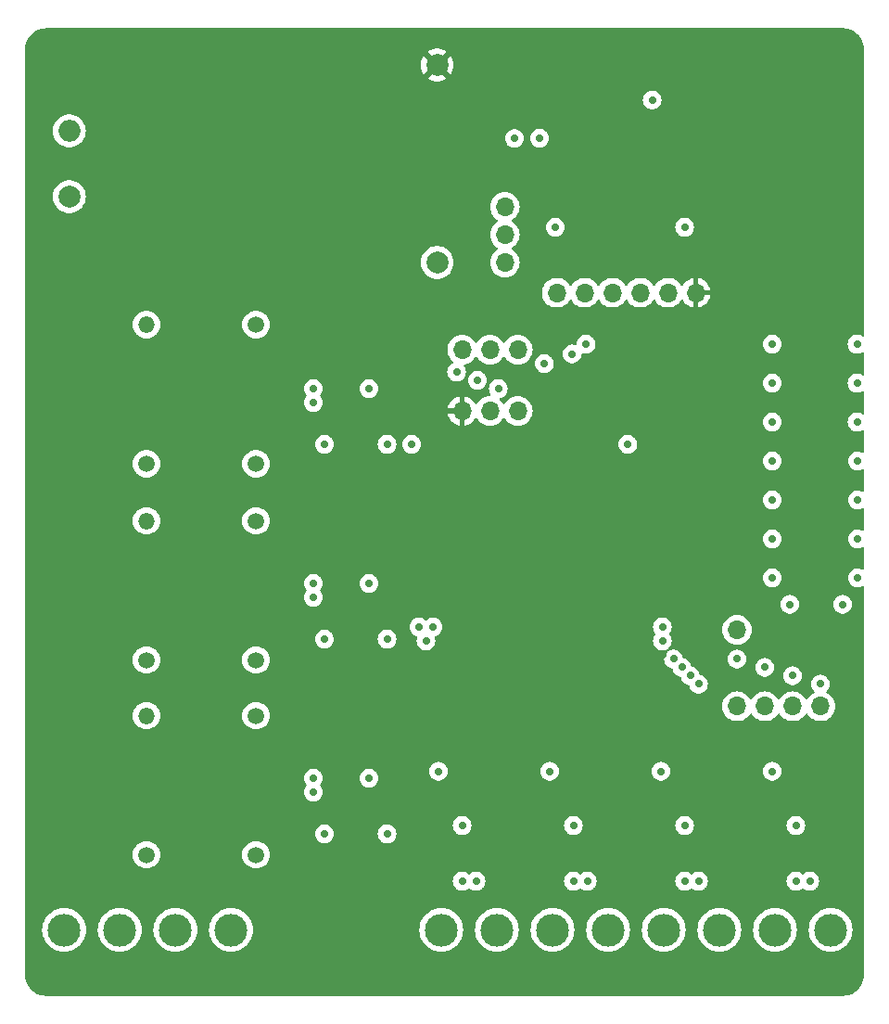
<source format=gbr>
%TF.GenerationSoftware,KiCad,Pcbnew,7.0.10*%
%TF.CreationDate,2024-06-26T03:26:05-03:00*%
%TF.ProjectId,board,626f6172-642e-46b6-9963-61645f706362,1.3*%
%TF.SameCoordinates,Original*%
%TF.FileFunction,Copper,L2,Inr*%
%TF.FilePolarity,Positive*%
%FSLAX46Y46*%
G04 Gerber Fmt 4.6, Leading zero omitted, Abs format (unit mm)*
G04 Created by KiCad (PCBNEW 7.0.10) date 2024-06-26 03:26:05*
%MOMM*%
%LPD*%
G01*
G04 APERTURE LIST*
%TA.AperFunction,ComponentPad*%
%ADD10O,1.508000X1.508000*%
%TD*%
%TA.AperFunction,ComponentPad*%
%ADD11C,1.508000*%
%TD*%
%TA.AperFunction,ComponentPad*%
%ADD12O,2.000000X2.000000*%
%TD*%
%TA.AperFunction,ComponentPad*%
%ADD13C,2.000000*%
%TD*%
%TA.AperFunction,ComponentPad*%
%ADD14O,3.000000X3.000000*%
%TD*%
%TA.AperFunction,ComponentPad*%
%ADD15C,3.000000*%
%TD*%
%TA.AperFunction,ComponentPad*%
%ADD16O,1.700000X1.700000*%
%TD*%
%TA.AperFunction,ViaPad*%
%ADD17C,0.700000*%
%TD*%
G04 APERTURE END LIST*
D10*
%TO.N,Net-(R4-Pad1)*%
%TO.C,TP2*%
X118783800Y-83145000D03*
D11*
%TO.N,Neutral*%
X118783800Y-95845000D03*
%TO.N,TP B-1*%
X128783800Y-95845000D03*
%TO.N,TC A-1*%
X128783800Y-83145000D03*
%TD*%
D12*
%TO.N,Line A*%
%TO.C,PS1*%
X111734500Y-47546000D03*
D13*
%TO.N,Neutral*%
X111734500Y-53546000D03*
%TO.N,GND*%
X145334500Y-41546000D03*
%TO.N,Net-(PS1-+Vout)*%
X145334500Y-59546000D03*
%TD*%
D10*
%TO.N,Net-(R3-Pad1)*%
%TO.C,TP1*%
X118783800Y-65238000D03*
D11*
%TO.N,Neutral*%
X118783800Y-77938000D03*
%TO.N,TP A-1*%
X128783800Y-77938000D03*
%TO.N,TC A-1*%
X128783800Y-65238000D03*
%TD*%
D14*
%TO.N,TC A-1*%
%TO.C,J6*%
X176187800Y-120483000D03*
D15*
%TO.N,TC N-2*%
X181267800Y-120483000D03*
%TD*%
D10*
%TO.N,Net-(R5-Pad1)*%
%TO.C,TP3*%
X118783800Y-100925000D03*
D11*
%TO.N,Neutral*%
X118783800Y-113625000D03*
%TO.N,TP C-1*%
X128783800Y-113625000D03*
%TO.N,TC A-1*%
X128783800Y-100925000D03*
%TD*%
D16*
%TO.N,GND*%
%TO.C,P1*%
X147612800Y-73112000D03*
%TO.N,UART TX*%
X150152800Y-73112000D03*
%TO.N,UART RX*%
X152692800Y-73112000D03*
%TD*%
%TO.N,unconnected-(SW1-C-Pad1)*%
%TO.C,SW1*%
X151511000Y-54483000D03*
%TO.N,Vin*%
X151511000Y-57023000D03*
%TO.N,Net-(PS1-+Vout)*%
X151511000Y-59563000D03*
%TD*%
D14*
%TO.N,TC A-1*%
%TO.C,J3*%
X145707800Y-120483000D03*
D15*
%TO.N,TC A-2*%
X150787800Y-120483000D03*
%TD*%
D14*
%TO.N,Line A*%
%TO.C,J1*%
X111252000Y-120483000D03*
D15*
%TO.N,Line B*%
X116332000Y-120483000D03*
%TD*%
D16*
%TO.N,Wave A*%
%TO.C,P4*%
X147612800Y-67524000D03*
%TO.N,Wave B*%
X150152800Y-67524000D03*
%TO.N,Wave C*%
X152692800Y-67524000D03*
%TD*%
D14*
%TO.N,TC A-1*%
%TO.C,J5*%
X166027800Y-120483000D03*
D15*
%TO.N,TC C-2*%
X171107800Y-120483000D03*
%TD*%
D16*
%TO.N,GND*%
%TO.C,P5*%
X168948800Y-62317000D03*
%TO.N,Vcc*%
X166408800Y-62317000D03*
%TO.N,MISO*%
X163868800Y-62317000D03*
%TO.N,MOSI*%
X161328800Y-62317000D03*
%TO.N,CLK*%
X158788800Y-62317000D03*
%TO.N,CS*%
X156248800Y-62317000D03*
%TD*%
%TO.N,Current A*%
%TO.C,P3*%
X172720000Y-100076000D03*
%TO.N,Current B*%
X175260000Y-100076000D03*
%TO.N,Current C*%
X177800000Y-100076000D03*
%TO.N,Current N*%
X180340000Y-100076000D03*
%TD*%
D14*
%TO.N,Line C*%
%TO.C,J2*%
X121412000Y-120483000D03*
D15*
%TO.N,Neutral*%
X126492000Y-120483000D03*
%TD*%
D16*
%TO.N,TC A-1*%
%TO.C,P2*%
X172720000Y-93091000D03*
%TD*%
D14*
%TO.N,TC A-1*%
%TO.C,J4*%
X155867800Y-120483000D03*
D15*
%TO.N,TC B-2*%
X160947800Y-120483000D03*
%TD*%
D17*
%TO.N,GND*%
X162483800Y-40284400D03*
%TO.N,Vcc*%
X164973000Y-44729400D03*
X152386000Y-48245000D03*
X183706800Y-77684000D03*
X177546000Y-90765000D03*
X167932800Y-56348000D03*
X183680800Y-67016000D03*
X183706800Y-88352000D03*
X183706800Y-84796000D03*
X165900800Y-94107000D03*
X165900800Y-92837000D03*
X183680800Y-74128000D03*
X182372000Y-90765000D03*
X183706800Y-81240000D03*
X183680800Y-70572000D03*
%TO.N,GND*%
X134023800Y-91400000D03*
X134023800Y-109180000D03*
X168186800Y-74128000D03*
X167924349Y-53037735D03*
X180632800Y-116038000D03*
X168212800Y-81240000D03*
X161201800Y-54732000D03*
X160312800Y-116038000D03*
X168186800Y-67016000D03*
X168186800Y-70572000D03*
X150086000Y-48245000D03*
X168212800Y-77684000D03*
X145580800Y-95377000D03*
X134023800Y-73620000D03*
X165900800Y-95377000D03*
X150152800Y-116038000D03*
X168212800Y-88352000D03*
X168212800Y-84796000D03*
X170472800Y-116038000D03*
%TO.N,Current A*%
X172720000Y-95758000D03*
X166916800Y-95758000D03*
X175946800Y-88352000D03*
%TO.N,Current B*%
X167678800Y-96520000D03*
X175260000Y-96520000D03*
X175946800Y-84796000D03*
%TO.N,Current C*%
X175946800Y-81240000D03*
X177800000Y-97282000D03*
X168440800Y-97282000D03*
%TO.N,Current N*%
X180340000Y-98044000D03*
X169202800Y-98044000D03*
X175946800Y-77684000D03*
%TO.N,TC A-2*%
X147612800Y-116038000D03*
%TO.N,TC A-1*%
X179362800Y-116038000D03*
X148882800Y-116038000D03*
X169202800Y-116038000D03*
X159042800Y-116038000D03*
X134023800Y-90130000D03*
X156121800Y-56348000D03*
X134023800Y-72350000D03*
X134023800Y-107910000D03*
%TO.N,TP A-1*%
X134023800Y-71080000D03*
%TO.N,TP C-1*%
X134023800Y-106640000D03*
%TO.N,TP B-1*%
X134023800Y-88860000D03*
%TO.N,TC B-2*%
X157772800Y-116038000D03*
%TO.N,Wave A*%
X175933800Y-67016000D03*
X162750800Y-76160000D03*
X147104800Y-69556000D03*
X143010800Y-76160000D03*
X140754800Y-76160000D03*
%TO.N,Wave B*%
X143660800Y-92837000D03*
X140754800Y-93940000D03*
X144960800Y-92837000D03*
X175933800Y-70572000D03*
X149009800Y-70318000D03*
%TO.N,Wave C*%
X144310800Y-94107000D03*
X140754800Y-111720000D03*
X175940300Y-74128000D03*
X150914800Y-71080000D03*
%TO.N,CS*%
X158940800Y-67016000D03*
%TO.N,MOSI*%
X157670800Y-67905000D03*
%TO.N,MISO*%
X155130800Y-68794000D03*
%TO.N,TC N-2*%
X178092800Y-116038000D03*
%TO.N,Vin*%
X154686000Y-48220000D03*
%TO.N,TC C-2*%
X167932800Y-116038000D03*
%TO.N,Net-(AMP1B--)*%
X135039800Y-76160000D03*
X139103800Y-71080000D03*
%TO.N,Net-(AMP2B--)*%
X135039800Y-93940000D03*
X139103800Y-88860000D03*
%TO.N,Net-(AMP3B--)*%
X139103800Y-106640000D03*
X135039800Y-111720000D03*
%TO.N,Net-(AMP4B--)*%
X147612800Y-110958000D03*
X145453800Y-106005000D03*
%TO.N,Net-(AMP5B--)*%
X155613800Y-106005000D03*
X157772800Y-110958000D03*
%TO.N,Net-(AMP6B--)*%
X167932800Y-110958000D03*
X165773800Y-106005000D03*
%TO.N,Net-(AMP7B--)*%
X175933800Y-106005000D03*
X178092800Y-110958000D03*
%TD*%
%TA.AperFunction,Conductor*%
%TO.N,GND*%
G36*
X182414828Y-38179764D02*
G01*
X182652340Y-38195331D01*
X182668396Y-38197446D01*
X182897826Y-38243082D01*
X182913481Y-38247277D01*
X183134990Y-38322469D01*
X183149962Y-38328670D01*
X183349428Y-38427036D01*
X183359760Y-38432131D01*
X183373807Y-38440241D01*
X183568302Y-38570199D01*
X183581166Y-38580070D01*
X183757031Y-38734299D01*
X183768500Y-38745768D01*
X183922729Y-38921633D01*
X183932603Y-38934501D01*
X184062558Y-39128992D01*
X184070668Y-39143039D01*
X184174126Y-39352830D01*
X184180333Y-39367816D01*
X184255520Y-39589312D01*
X184259718Y-39604979D01*
X184305352Y-39834398D01*
X184307469Y-39850479D01*
X184323034Y-40087941D01*
X184323300Y-40096051D01*
X184323300Y-66188163D01*
X184303615Y-66255202D01*
X184250811Y-66300957D01*
X184181653Y-66310901D01*
X184126415Y-66288481D01*
X184108397Y-66275390D01*
X184108393Y-66275388D01*
X183945067Y-66202671D01*
X183945065Y-66202670D01*
X183817394Y-66175533D01*
X183770191Y-66165500D01*
X183591409Y-66165500D01*
X183560754Y-66172015D01*
X183416533Y-66202670D01*
X183416528Y-66202672D01*
X183253208Y-66275387D01*
X183108568Y-66380475D01*
X182988940Y-66513336D01*
X182899550Y-66668164D01*
X182899547Y-66668170D01*
X182844304Y-66838192D01*
X182844303Y-66838194D01*
X182825615Y-67016000D01*
X182844303Y-67193805D01*
X182844304Y-67193807D01*
X182899547Y-67363829D01*
X182899550Y-67363835D01*
X182988941Y-67518665D01*
X182993744Y-67523999D01*
X183108564Y-67651521D01*
X183108567Y-67651523D01*
X183108570Y-67651526D01*
X183253207Y-67756612D01*
X183416533Y-67829329D01*
X183591409Y-67866500D01*
X183591410Y-67866500D01*
X183770189Y-67866500D01*
X183770191Y-67866500D01*
X183945067Y-67829329D01*
X184108393Y-67756612D01*
X184126412Y-67743519D01*
X184192218Y-67720038D01*
X184260272Y-67735862D01*
X184308968Y-67785967D01*
X184323300Y-67843836D01*
X184323300Y-69744163D01*
X184303615Y-69811202D01*
X184250811Y-69856957D01*
X184181653Y-69866901D01*
X184126415Y-69844481D01*
X184108397Y-69831390D01*
X184108393Y-69831388D01*
X183945067Y-69758671D01*
X183945065Y-69758670D01*
X183817394Y-69731533D01*
X183770191Y-69721500D01*
X183591409Y-69721500D01*
X183560754Y-69728015D01*
X183416533Y-69758670D01*
X183416528Y-69758672D01*
X183253208Y-69831387D01*
X183108568Y-69936475D01*
X182988940Y-70069336D01*
X182899550Y-70224164D01*
X182899547Y-70224170D01*
X182844304Y-70394192D01*
X182844303Y-70394194D01*
X182825615Y-70572000D01*
X182844303Y-70749805D01*
X182844304Y-70749807D01*
X182899547Y-70919829D01*
X182899550Y-70919835D01*
X182988941Y-71074665D01*
X182993745Y-71080000D01*
X183108564Y-71207521D01*
X183108567Y-71207523D01*
X183108570Y-71207526D01*
X183253207Y-71312612D01*
X183416533Y-71385329D01*
X183591409Y-71422500D01*
X183591410Y-71422500D01*
X183770189Y-71422500D01*
X183770191Y-71422500D01*
X183945067Y-71385329D01*
X184108393Y-71312612D01*
X184126412Y-71299519D01*
X184192218Y-71276038D01*
X184260272Y-71291862D01*
X184308968Y-71341967D01*
X184323300Y-71399836D01*
X184323300Y-73300163D01*
X184303615Y-73367202D01*
X184250811Y-73412957D01*
X184181653Y-73422901D01*
X184126415Y-73400481D01*
X184108397Y-73387390D01*
X184108393Y-73387388D01*
X183945067Y-73314671D01*
X183945065Y-73314670D01*
X183817394Y-73287533D01*
X183770191Y-73277500D01*
X183591409Y-73277500D01*
X183560754Y-73284015D01*
X183416533Y-73314670D01*
X183416528Y-73314672D01*
X183253208Y-73387387D01*
X183108568Y-73492475D01*
X182988940Y-73625336D01*
X182899550Y-73780164D01*
X182899547Y-73780170D01*
X182844304Y-73950192D01*
X182844303Y-73950194D01*
X182825615Y-74128000D01*
X182844303Y-74305805D01*
X182844304Y-74305807D01*
X182899547Y-74475829D01*
X182899550Y-74475835D01*
X182988941Y-74630665D01*
X183030612Y-74676946D01*
X183108564Y-74763521D01*
X183108567Y-74763523D01*
X183108570Y-74763526D01*
X183253207Y-74868612D01*
X183416533Y-74941329D01*
X183591409Y-74978500D01*
X183591410Y-74978500D01*
X183770189Y-74978500D01*
X183770191Y-74978500D01*
X183945067Y-74941329D01*
X184108393Y-74868612D01*
X184126412Y-74855519D01*
X184192218Y-74832038D01*
X184260272Y-74847862D01*
X184308968Y-74897967D01*
X184323300Y-74955836D01*
X184323300Y-76837679D01*
X184303615Y-76904718D01*
X184250811Y-76950473D01*
X184181653Y-76960417D01*
X184137306Y-76945070D01*
X184134395Y-76943389D01*
X184047538Y-76904718D01*
X183971067Y-76870671D01*
X183971065Y-76870670D01*
X183843394Y-76843533D01*
X183796191Y-76833500D01*
X183617409Y-76833500D01*
X183586754Y-76840015D01*
X183442533Y-76870670D01*
X183442528Y-76870672D01*
X183279208Y-76943387D01*
X183134568Y-77048475D01*
X183014940Y-77181336D01*
X182925550Y-77336164D01*
X182925547Y-77336170D01*
X182870304Y-77506192D01*
X182870303Y-77506194D01*
X182851615Y-77684000D01*
X182870303Y-77861805D01*
X182870304Y-77861807D01*
X182925547Y-78031829D01*
X182925550Y-78031835D01*
X183014941Y-78186665D01*
X183056612Y-78232946D01*
X183134564Y-78319521D01*
X183134567Y-78319523D01*
X183134570Y-78319526D01*
X183279207Y-78424612D01*
X183442533Y-78497329D01*
X183617409Y-78534500D01*
X183617410Y-78534500D01*
X183796189Y-78534500D01*
X183796191Y-78534500D01*
X183971067Y-78497329D01*
X184134393Y-78424612D01*
X184134401Y-78424605D01*
X184137297Y-78422935D01*
X184139189Y-78422475D01*
X184140330Y-78421968D01*
X184140422Y-78422176D01*
X184205197Y-78406460D01*
X184271224Y-78429311D01*
X184314416Y-78484231D01*
X184323300Y-78530320D01*
X184323300Y-80393679D01*
X184303615Y-80460718D01*
X184250811Y-80506473D01*
X184181653Y-80516417D01*
X184137306Y-80501070D01*
X184134395Y-80499389D01*
X184047538Y-80460718D01*
X183971067Y-80426671D01*
X183971065Y-80426670D01*
X183843394Y-80399533D01*
X183796191Y-80389500D01*
X183617409Y-80389500D01*
X183586754Y-80396015D01*
X183442533Y-80426670D01*
X183442528Y-80426672D01*
X183279208Y-80499387D01*
X183134568Y-80604475D01*
X183014940Y-80737336D01*
X182925550Y-80892164D01*
X182925547Y-80892170D01*
X182870304Y-81062192D01*
X182870303Y-81062194D01*
X182851615Y-81240000D01*
X182870303Y-81417805D01*
X182870304Y-81417807D01*
X182925547Y-81587829D01*
X182925550Y-81587835D01*
X183014941Y-81742665D01*
X183056612Y-81788946D01*
X183134564Y-81875521D01*
X183134567Y-81875523D01*
X183134570Y-81875526D01*
X183279207Y-81980612D01*
X183442533Y-82053329D01*
X183617409Y-82090500D01*
X183617410Y-82090500D01*
X183796189Y-82090500D01*
X183796191Y-82090500D01*
X183971067Y-82053329D01*
X184134393Y-81980612D01*
X184134401Y-81980605D01*
X184137297Y-81978935D01*
X184139189Y-81978475D01*
X184140330Y-81977968D01*
X184140422Y-81978176D01*
X184205197Y-81962460D01*
X184271224Y-81985311D01*
X184314416Y-82040231D01*
X184323300Y-82086320D01*
X184323300Y-83949679D01*
X184303615Y-84016718D01*
X184250811Y-84062473D01*
X184181653Y-84072417D01*
X184137306Y-84057070D01*
X184134395Y-84055389D01*
X184047538Y-84016718D01*
X183971067Y-83982671D01*
X183971065Y-83982670D01*
X183838307Y-83954452D01*
X183796191Y-83945500D01*
X183617409Y-83945500D01*
X183586754Y-83952015D01*
X183442533Y-83982670D01*
X183442528Y-83982672D01*
X183279208Y-84055387D01*
X183134568Y-84160475D01*
X183014940Y-84293336D01*
X182925550Y-84448164D01*
X182925547Y-84448170D01*
X182870304Y-84618192D01*
X182870303Y-84618194D01*
X182851615Y-84796000D01*
X182870303Y-84973805D01*
X182870304Y-84973807D01*
X182925547Y-85143829D01*
X182925550Y-85143835D01*
X183014941Y-85298665D01*
X183056612Y-85344946D01*
X183134564Y-85431521D01*
X183134567Y-85431523D01*
X183134570Y-85431526D01*
X183279207Y-85536612D01*
X183442533Y-85609329D01*
X183617409Y-85646500D01*
X183617410Y-85646500D01*
X183796189Y-85646500D01*
X183796191Y-85646500D01*
X183971067Y-85609329D01*
X184134393Y-85536612D01*
X184134401Y-85536605D01*
X184137297Y-85534935D01*
X184139189Y-85534475D01*
X184140330Y-85533968D01*
X184140422Y-85534176D01*
X184205197Y-85518460D01*
X184271224Y-85541311D01*
X184314416Y-85596231D01*
X184323300Y-85642320D01*
X184323300Y-87505679D01*
X184303615Y-87572718D01*
X184250811Y-87618473D01*
X184181653Y-87628417D01*
X184137306Y-87613070D01*
X184134395Y-87611389D01*
X184047538Y-87572718D01*
X183971067Y-87538671D01*
X183971065Y-87538670D01*
X183843394Y-87511533D01*
X183796191Y-87501500D01*
X183617409Y-87501500D01*
X183586754Y-87508015D01*
X183442533Y-87538670D01*
X183442528Y-87538672D01*
X183279208Y-87611387D01*
X183134568Y-87716475D01*
X183014940Y-87849336D01*
X182925550Y-88004164D01*
X182925547Y-88004170D01*
X182870304Y-88174192D01*
X182870303Y-88174194D01*
X182851615Y-88352000D01*
X182870303Y-88529805D01*
X182870304Y-88529807D01*
X182925547Y-88699829D01*
X182925550Y-88699835D01*
X183014941Y-88854665D01*
X183019745Y-88860000D01*
X183134564Y-88987521D01*
X183134567Y-88987523D01*
X183134570Y-88987526D01*
X183279207Y-89092612D01*
X183442533Y-89165329D01*
X183617409Y-89202500D01*
X183617410Y-89202500D01*
X183796189Y-89202500D01*
X183796191Y-89202500D01*
X183971067Y-89165329D01*
X184134393Y-89092612D01*
X184134401Y-89092605D01*
X184137297Y-89090935D01*
X184139189Y-89090475D01*
X184140330Y-89089968D01*
X184140422Y-89090176D01*
X184205197Y-89074460D01*
X184271224Y-89097311D01*
X184314416Y-89152231D01*
X184323300Y-89198320D01*
X184323300Y-124582948D01*
X184323034Y-124591058D01*
X184307469Y-124828520D01*
X184305352Y-124844601D01*
X184259718Y-125074020D01*
X184255520Y-125089687D01*
X184180333Y-125311183D01*
X184174126Y-125326169D01*
X184070668Y-125535960D01*
X184062558Y-125550007D01*
X183932603Y-125744498D01*
X183922729Y-125757366D01*
X183768500Y-125933231D01*
X183757031Y-125944700D01*
X183581166Y-126098929D01*
X183568298Y-126108803D01*
X183373807Y-126238758D01*
X183359760Y-126246868D01*
X183149969Y-126350326D01*
X183134983Y-126356533D01*
X182913487Y-126431720D01*
X182897820Y-126435918D01*
X182668401Y-126481552D01*
X182652320Y-126483669D01*
X182414858Y-126499234D01*
X182406748Y-126499500D01*
X109605052Y-126499500D01*
X109596942Y-126499234D01*
X109359479Y-126483669D01*
X109343398Y-126481552D01*
X109113979Y-126435918D01*
X109098312Y-126431720D01*
X108876816Y-126356533D01*
X108861830Y-126350326D01*
X108652039Y-126246868D01*
X108637992Y-126238758D01*
X108443501Y-126108803D01*
X108430633Y-126098929D01*
X108254768Y-125944700D01*
X108243299Y-125933231D01*
X108089070Y-125757366D01*
X108079196Y-125744498D01*
X107949241Y-125550007D01*
X107941131Y-125535960D01*
X107936036Y-125525628D01*
X107837670Y-125326162D01*
X107831469Y-125311190D01*
X107756277Y-125089681D01*
X107752081Y-125074020D01*
X107706447Y-124844601D01*
X107704331Y-124828540D01*
X107688764Y-124591028D01*
X107688500Y-124582948D01*
X107688500Y-120483001D01*
X109246390Y-120483001D01*
X109266804Y-120768433D01*
X109327628Y-121048037D01*
X109427635Y-121316166D01*
X109564770Y-121567309D01*
X109564775Y-121567317D01*
X109736254Y-121796387D01*
X109736270Y-121796405D01*
X109938594Y-121998729D01*
X109938612Y-121998745D01*
X110167682Y-122170224D01*
X110167690Y-122170229D01*
X110418833Y-122307364D01*
X110418832Y-122307364D01*
X110418836Y-122307365D01*
X110418839Y-122307367D01*
X110686954Y-122407369D01*
X110686960Y-122407370D01*
X110686962Y-122407371D01*
X110966566Y-122468195D01*
X110966568Y-122468195D01*
X110966572Y-122468196D01*
X111220220Y-122486337D01*
X111251999Y-122488610D01*
X111252000Y-122488610D01*
X111252001Y-122488610D01*
X111280595Y-122486564D01*
X111537428Y-122468196D01*
X111817046Y-122407369D01*
X112085161Y-122307367D01*
X112336315Y-122170226D01*
X112565395Y-121998739D01*
X112767739Y-121796395D01*
X112939226Y-121567315D01*
X113076367Y-121316161D01*
X113176369Y-121048046D01*
X113237196Y-120768428D01*
X113257610Y-120483001D01*
X114326390Y-120483001D01*
X114346804Y-120768433D01*
X114407628Y-121048037D01*
X114507635Y-121316166D01*
X114644770Y-121567309D01*
X114644775Y-121567317D01*
X114816254Y-121796387D01*
X114816270Y-121796405D01*
X115018594Y-121998729D01*
X115018612Y-121998745D01*
X115247682Y-122170224D01*
X115247690Y-122170229D01*
X115498833Y-122307364D01*
X115498832Y-122307364D01*
X115498836Y-122307365D01*
X115498839Y-122307367D01*
X115766954Y-122407369D01*
X115766960Y-122407370D01*
X115766962Y-122407371D01*
X116046566Y-122468195D01*
X116046568Y-122468195D01*
X116046572Y-122468196D01*
X116300220Y-122486337D01*
X116331999Y-122488610D01*
X116332000Y-122488610D01*
X116332001Y-122488610D01*
X116360595Y-122486564D01*
X116617428Y-122468196D01*
X116897046Y-122407369D01*
X117165161Y-122307367D01*
X117416315Y-122170226D01*
X117645395Y-121998739D01*
X117847739Y-121796395D01*
X118019226Y-121567315D01*
X118156367Y-121316161D01*
X118256369Y-121048046D01*
X118317196Y-120768428D01*
X118337610Y-120483001D01*
X119406390Y-120483001D01*
X119426804Y-120768433D01*
X119487628Y-121048037D01*
X119587635Y-121316166D01*
X119724770Y-121567309D01*
X119724775Y-121567317D01*
X119896254Y-121796387D01*
X119896270Y-121796405D01*
X120098594Y-121998729D01*
X120098612Y-121998745D01*
X120327682Y-122170224D01*
X120327690Y-122170229D01*
X120578833Y-122307364D01*
X120578832Y-122307364D01*
X120578836Y-122307365D01*
X120578839Y-122307367D01*
X120846954Y-122407369D01*
X120846960Y-122407370D01*
X120846962Y-122407371D01*
X121126566Y-122468195D01*
X121126568Y-122468195D01*
X121126572Y-122468196D01*
X121380220Y-122486337D01*
X121411999Y-122488610D01*
X121412000Y-122488610D01*
X121412001Y-122488610D01*
X121440595Y-122486564D01*
X121697428Y-122468196D01*
X121977046Y-122407369D01*
X122245161Y-122307367D01*
X122496315Y-122170226D01*
X122725395Y-121998739D01*
X122927739Y-121796395D01*
X123099226Y-121567315D01*
X123236367Y-121316161D01*
X123336369Y-121048046D01*
X123397196Y-120768428D01*
X123417610Y-120483001D01*
X124486390Y-120483001D01*
X124506804Y-120768433D01*
X124567628Y-121048037D01*
X124667635Y-121316166D01*
X124804770Y-121567309D01*
X124804775Y-121567317D01*
X124976254Y-121796387D01*
X124976270Y-121796405D01*
X125178594Y-121998729D01*
X125178612Y-121998745D01*
X125407682Y-122170224D01*
X125407690Y-122170229D01*
X125658833Y-122307364D01*
X125658832Y-122307364D01*
X125658836Y-122307365D01*
X125658839Y-122307367D01*
X125926954Y-122407369D01*
X125926960Y-122407370D01*
X125926962Y-122407371D01*
X126206566Y-122468195D01*
X126206568Y-122468195D01*
X126206572Y-122468196D01*
X126460220Y-122486337D01*
X126491999Y-122488610D01*
X126492000Y-122488610D01*
X126492001Y-122488610D01*
X126520595Y-122486564D01*
X126777428Y-122468196D01*
X127057046Y-122407369D01*
X127325161Y-122307367D01*
X127576315Y-122170226D01*
X127805395Y-121998739D01*
X128007739Y-121796395D01*
X128179226Y-121567315D01*
X128316367Y-121316161D01*
X128416369Y-121048046D01*
X128477196Y-120768428D01*
X128497610Y-120483001D01*
X143702190Y-120483001D01*
X143722604Y-120768433D01*
X143783428Y-121048037D01*
X143883435Y-121316166D01*
X144020570Y-121567309D01*
X144020575Y-121567317D01*
X144192054Y-121796387D01*
X144192070Y-121796405D01*
X144394394Y-121998729D01*
X144394412Y-121998745D01*
X144623482Y-122170224D01*
X144623490Y-122170229D01*
X144874633Y-122307364D01*
X144874632Y-122307364D01*
X144874636Y-122307365D01*
X144874639Y-122307367D01*
X145142754Y-122407369D01*
X145142760Y-122407370D01*
X145142762Y-122407371D01*
X145422366Y-122468195D01*
X145422368Y-122468195D01*
X145422372Y-122468196D01*
X145676020Y-122486337D01*
X145707799Y-122488610D01*
X145707800Y-122488610D01*
X145707801Y-122488610D01*
X145736395Y-122486564D01*
X145993228Y-122468196D01*
X146272846Y-122407369D01*
X146540961Y-122307367D01*
X146792115Y-122170226D01*
X147021195Y-121998739D01*
X147223539Y-121796395D01*
X147395026Y-121567315D01*
X147532167Y-121316161D01*
X147632169Y-121048046D01*
X147692996Y-120768428D01*
X147713410Y-120483001D01*
X148782190Y-120483001D01*
X148802604Y-120768433D01*
X148863428Y-121048037D01*
X148963435Y-121316166D01*
X149100570Y-121567309D01*
X149100575Y-121567317D01*
X149272054Y-121796387D01*
X149272070Y-121796405D01*
X149474394Y-121998729D01*
X149474412Y-121998745D01*
X149703482Y-122170224D01*
X149703490Y-122170229D01*
X149954633Y-122307364D01*
X149954632Y-122307364D01*
X149954636Y-122307365D01*
X149954639Y-122307367D01*
X150222754Y-122407369D01*
X150222760Y-122407370D01*
X150222762Y-122407371D01*
X150502366Y-122468195D01*
X150502368Y-122468195D01*
X150502372Y-122468196D01*
X150756020Y-122486337D01*
X150787799Y-122488610D01*
X150787800Y-122488610D01*
X150787801Y-122488610D01*
X150816395Y-122486564D01*
X151073228Y-122468196D01*
X151352846Y-122407369D01*
X151620961Y-122307367D01*
X151872115Y-122170226D01*
X152101195Y-121998739D01*
X152303539Y-121796395D01*
X152475026Y-121567315D01*
X152612167Y-121316161D01*
X152712169Y-121048046D01*
X152772996Y-120768428D01*
X152793410Y-120483001D01*
X153862190Y-120483001D01*
X153882604Y-120768433D01*
X153943428Y-121048037D01*
X154043435Y-121316166D01*
X154180570Y-121567309D01*
X154180575Y-121567317D01*
X154352054Y-121796387D01*
X154352070Y-121796405D01*
X154554394Y-121998729D01*
X154554412Y-121998745D01*
X154783482Y-122170224D01*
X154783490Y-122170229D01*
X155034633Y-122307364D01*
X155034632Y-122307364D01*
X155034636Y-122307365D01*
X155034639Y-122307367D01*
X155302754Y-122407369D01*
X155302760Y-122407370D01*
X155302762Y-122407371D01*
X155582366Y-122468195D01*
X155582368Y-122468195D01*
X155582372Y-122468196D01*
X155836020Y-122486337D01*
X155867799Y-122488610D01*
X155867800Y-122488610D01*
X155867801Y-122488610D01*
X155896395Y-122486564D01*
X156153228Y-122468196D01*
X156432846Y-122407369D01*
X156700961Y-122307367D01*
X156952115Y-122170226D01*
X157181195Y-121998739D01*
X157383539Y-121796395D01*
X157555026Y-121567315D01*
X157692167Y-121316161D01*
X157792169Y-121048046D01*
X157852996Y-120768428D01*
X157873410Y-120483001D01*
X158942190Y-120483001D01*
X158962604Y-120768433D01*
X159023428Y-121048037D01*
X159123435Y-121316166D01*
X159260570Y-121567309D01*
X159260575Y-121567317D01*
X159432054Y-121796387D01*
X159432070Y-121796405D01*
X159634394Y-121998729D01*
X159634412Y-121998745D01*
X159863482Y-122170224D01*
X159863490Y-122170229D01*
X160114633Y-122307364D01*
X160114632Y-122307364D01*
X160114636Y-122307365D01*
X160114639Y-122307367D01*
X160382754Y-122407369D01*
X160382760Y-122407370D01*
X160382762Y-122407371D01*
X160662366Y-122468195D01*
X160662368Y-122468195D01*
X160662372Y-122468196D01*
X160916020Y-122486337D01*
X160947799Y-122488610D01*
X160947800Y-122488610D01*
X160947801Y-122488610D01*
X160976395Y-122486564D01*
X161233228Y-122468196D01*
X161512846Y-122407369D01*
X161780961Y-122307367D01*
X162032115Y-122170226D01*
X162261195Y-121998739D01*
X162463539Y-121796395D01*
X162635026Y-121567315D01*
X162772167Y-121316161D01*
X162872169Y-121048046D01*
X162932996Y-120768428D01*
X162953410Y-120483001D01*
X164022190Y-120483001D01*
X164042604Y-120768433D01*
X164103428Y-121048037D01*
X164203435Y-121316166D01*
X164340570Y-121567309D01*
X164340575Y-121567317D01*
X164512054Y-121796387D01*
X164512070Y-121796405D01*
X164714394Y-121998729D01*
X164714412Y-121998745D01*
X164943482Y-122170224D01*
X164943490Y-122170229D01*
X165194633Y-122307364D01*
X165194632Y-122307364D01*
X165194636Y-122307365D01*
X165194639Y-122307367D01*
X165462754Y-122407369D01*
X165462760Y-122407370D01*
X165462762Y-122407371D01*
X165742366Y-122468195D01*
X165742368Y-122468195D01*
X165742372Y-122468196D01*
X165996020Y-122486337D01*
X166027799Y-122488610D01*
X166027800Y-122488610D01*
X166027801Y-122488610D01*
X166056395Y-122486564D01*
X166313228Y-122468196D01*
X166592846Y-122407369D01*
X166860961Y-122307367D01*
X167112115Y-122170226D01*
X167341195Y-121998739D01*
X167543539Y-121796395D01*
X167715026Y-121567315D01*
X167852167Y-121316161D01*
X167952169Y-121048046D01*
X168012996Y-120768428D01*
X168033410Y-120483001D01*
X169102190Y-120483001D01*
X169122604Y-120768433D01*
X169183428Y-121048037D01*
X169283435Y-121316166D01*
X169420570Y-121567309D01*
X169420575Y-121567317D01*
X169592054Y-121796387D01*
X169592070Y-121796405D01*
X169794394Y-121998729D01*
X169794412Y-121998745D01*
X170023482Y-122170224D01*
X170023490Y-122170229D01*
X170274633Y-122307364D01*
X170274632Y-122307364D01*
X170274636Y-122307365D01*
X170274639Y-122307367D01*
X170542754Y-122407369D01*
X170542760Y-122407370D01*
X170542762Y-122407371D01*
X170822366Y-122468195D01*
X170822368Y-122468195D01*
X170822372Y-122468196D01*
X171076020Y-122486337D01*
X171107799Y-122488610D01*
X171107800Y-122488610D01*
X171107801Y-122488610D01*
X171136395Y-122486564D01*
X171393228Y-122468196D01*
X171672846Y-122407369D01*
X171940961Y-122307367D01*
X172192115Y-122170226D01*
X172421195Y-121998739D01*
X172623539Y-121796395D01*
X172795026Y-121567315D01*
X172932167Y-121316161D01*
X173032169Y-121048046D01*
X173092996Y-120768428D01*
X173113410Y-120483001D01*
X174182190Y-120483001D01*
X174202604Y-120768433D01*
X174263428Y-121048037D01*
X174363435Y-121316166D01*
X174500570Y-121567309D01*
X174500575Y-121567317D01*
X174672054Y-121796387D01*
X174672070Y-121796405D01*
X174874394Y-121998729D01*
X174874412Y-121998745D01*
X175103482Y-122170224D01*
X175103490Y-122170229D01*
X175354633Y-122307364D01*
X175354632Y-122307364D01*
X175354636Y-122307365D01*
X175354639Y-122307367D01*
X175622754Y-122407369D01*
X175622760Y-122407370D01*
X175622762Y-122407371D01*
X175902366Y-122468195D01*
X175902368Y-122468195D01*
X175902372Y-122468196D01*
X176156020Y-122486337D01*
X176187799Y-122488610D01*
X176187800Y-122488610D01*
X176187801Y-122488610D01*
X176216395Y-122486564D01*
X176473228Y-122468196D01*
X176752846Y-122407369D01*
X177020961Y-122307367D01*
X177272115Y-122170226D01*
X177501195Y-121998739D01*
X177703539Y-121796395D01*
X177875026Y-121567315D01*
X178012167Y-121316161D01*
X178112169Y-121048046D01*
X178172996Y-120768428D01*
X178193410Y-120483001D01*
X179262190Y-120483001D01*
X179282604Y-120768433D01*
X179343428Y-121048037D01*
X179443435Y-121316166D01*
X179580570Y-121567309D01*
X179580575Y-121567317D01*
X179752054Y-121796387D01*
X179752070Y-121796405D01*
X179954394Y-121998729D01*
X179954412Y-121998745D01*
X180183482Y-122170224D01*
X180183490Y-122170229D01*
X180434633Y-122307364D01*
X180434632Y-122307364D01*
X180434636Y-122307365D01*
X180434639Y-122307367D01*
X180702754Y-122407369D01*
X180702760Y-122407370D01*
X180702762Y-122407371D01*
X180982366Y-122468195D01*
X180982368Y-122468195D01*
X180982372Y-122468196D01*
X181236020Y-122486337D01*
X181267799Y-122488610D01*
X181267800Y-122488610D01*
X181267801Y-122488610D01*
X181296395Y-122486564D01*
X181553228Y-122468196D01*
X181832846Y-122407369D01*
X182100961Y-122307367D01*
X182352115Y-122170226D01*
X182581195Y-121998739D01*
X182783539Y-121796395D01*
X182955026Y-121567315D01*
X183092167Y-121316161D01*
X183192169Y-121048046D01*
X183252996Y-120768428D01*
X183273410Y-120483000D01*
X183252996Y-120197572D01*
X183192169Y-119917954D01*
X183092167Y-119649839D01*
X182955026Y-119398685D01*
X182955024Y-119398682D01*
X182783545Y-119169612D01*
X182783529Y-119169594D01*
X182581205Y-118967270D01*
X182581187Y-118967254D01*
X182352117Y-118795775D01*
X182352109Y-118795770D01*
X182100966Y-118658635D01*
X182100967Y-118658635D01*
X181993715Y-118618632D01*
X181832846Y-118558631D01*
X181832843Y-118558630D01*
X181832837Y-118558628D01*
X181553233Y-118497804D01*
X181267801Y-118477390D01*
X181267799Y-118477390D01*
X180982366Y-118497804D01*
X180702762Y-118558628D01*
X180434633Y-118658635D01*
X180183490Y-118795770D01*
X180183482Y-118795775D01*
X179954412Y-118967254D01*
X179954394Y-118967270D01*
X179752070Y-119169594D01*
X179752054Y-119169612D01*
X179580575Y-119398682D01*
X179580570Y-119398690D01*
X179443435Y-119649833D01*
X179343428Y-119917962D01*
X179282604Y-120197566D01*
X179262190Y-120482998D01*
X179262190Y-120483001D01*
X178193410Y-120483001D01*
X178193410Y-120483000D01*
X178172996Y-120197572D01*
X178112169Y-119917954D01*
X178012167Y-119649839D01*
X177875026Y-119398685D01*
X177875024Y-119398682D01*
X177703545Y-119169612D01*
X177703529Y-119169594D01*
X177501205Y-118967270D01*
X177501187Y-118967254D01*
X177272117Y-118795775D01*
X177272109Y-118795770D01*
X177020966Y-118658635D01*
X177020967Y-118658635D01*
X176913715Y-118618632D01*
X176752846Y-118558631D01*
X176752843Y-118558630D01*
X176752837Y-118558628D01*
X176473233Y-118497804D01*
X176187801Y-118477390D01*
X176187799Y-118477390D01*
X175902366Y-118497804D01*
X175622762Y-118558628D01*
X175354633Y-118658635D01*
X175103490Y-118795770D01*
X175103482Y-118795775D01*
X174874412Y-118967254D01*
X174874394Y-118967270D01*
X174672070Y-119169594D01*
X174672054Y-119169612D01*
X174500575Y-119398682D01*
X174500570Y-119398690D01*
X174363435Y-119649833D01*
X174263428Y-119917962D01*
X174202604Y-120197566D01*
X174182190Y-120482998D01*
X174182190Y-120483001D01*
X173113410Y-120483001D01*
X173113410Y-120483000D01*
X173092996Y-120197572D01*
X173032169Y-119917954D01*
X172932167Y-119649839D01*
X172795026Y-119398685D01*
X172795024Y-119398682D01*
X172623545Y-119169612D01*
X172623529Y-119169594D01*
X172421205Y-118967270D01*
X172421187Y-118967254D01*
X172192117Y-118795775D01*
X172192109Y-118795770D01*
X171940966Y-118658635D01*
X171940967Y-118658635D01*
X171833715Y-118618632D01*
X171672846Y-118558631D01*
X171672843Y-118558630D01*
X171672837Y-118558628D01*
X171393233Y-118497804D01*
X171107801Y-118477390D01*
X171107799Y-118477390D01*
X170822366Y-118497804D01*
X170542762Y-118558628D01*
X170274633Y-118658635D01*
X170023490Y-118795770D01*
X170023482Y-118795775D01*
X169794412Y-118967254D01*
X169794394Y-118967270D01*
X169592070Y-119169594D01*
X169592054Y-119169612D01*
X169420575Y-119398682D01*
X169420570Y-119398690D01*
X169283435Y-119649833D01*
X169183428Y-119917962D01*
X169122604Y-120197566D01*
X169102190Y-120482998D01*
X169102190Y-120483001D01*
X168033410Y-120483001D01*
X168033410Y-120483000D01*
X168012996Y-120197572D01*
X167952169Y-119917954D01*
X167852167Y-119649839D01*
X167715026Y-119398685D01*
X167715024Y-119398682D01*
X167543545Y-119169612D01*
X167543529Y-119169594D01*
X167341205Y-118967270D01*
X167341187Y-118967254D01*
X167112117Y-118795775D01*
X167112109Y-118795770D01*
X166860966Y-118658635D01*
X166860967Y-118658635D01*
X166753715Y-118618632D01*
X166592846Y-118558631D01*
X166592843Y-118558630D01*
X166592837Y-118558628D01*
X166313233Y-118497804D01*
X166027801Y-118477390D01*
X166027799Y-118477390D01*
X165742366Y-118497804D01*
X165462762Y-118558628D01*
X165194633Y-118658635D01*
X164943490Y-118795770D01*
X164943482Y-118795775D01*
X164714412Y-118967254D01*
X164714394Y-118967270D01*
X164512070Y-119169594D01*
X164512054Y-119169612D01*
X164340575Y-119398682D01*
X164340570Y-119398690D01*
X164203435Y-119649833D01*
X164103428Y-119917962D01*
X164042604Y-120197566D01*
X164022190Y-120482998D01*
X164022190Y-120483001D01*
X162953410Y-120483001D01*
X162953410Y-120483000D01*
X162932996Y-120197572D01*
X162872169Y-119917954D01*
X162772167Y-119649839D01*
X162635026Y-119398685D01*
X162635024Y-119398682D01*
X162463545Y-119169612D01*
X162463529Y-119169594D01*
X162261205Y-118967270D01*
X162261187Y-118967254D01*
X162032117Y-118795775D01*
X162032109Y-118795770D01*
X161780966Y-118658635D01*
X161780967Y-118658635D01*
X161673715Y-118618632D01*
X161512846Y-118558631D01*
X161512843Y-118558630D01*
X161512837Y-118558628D01*
X161233233Y-118497804D01*
X160947801Y-118477390D01*
X160947799Y-118477390D01*
X160662366Y-118497804D01*
X160382762Y-118558628D01*
X160114633Y-118658635D01*
X159863490Y-118795770D01*
X159863482Y-118795775D01*
X159634412Y-118967254D01*
X159634394Y-118967270D01*
X159432070Y-119169594D01*
X159432054Y-119169612D01*
X159260575Y-119398682D01*
X159260570Y-119398690D01*
X159123435Y-119649833D01*
X159023428Y-119917962D01*
X158962604Y-120197566D01*
X158942190Y-120482998D01*
X158942190Y-120483001D01*
X157873410Y-120483001D01*
X157873410Y-120483000D01*
X157852996Y-120197572D01*
X157792169Y-119917954D01*
X157692167Y-119649839D01*
X157555026Y-119398685D01*
X157555024Y-119398682D01*
X157383545Y-119169612D01*
X157383529Y-119169594D01*
X157181205Y-118967270D01*
X157181187Y-118967254D01*
X156952117Y-118795775D01*
X156952109Y-118795770D01*
X156700966Y-118658635D01*
X156700967Y-118658635D01*
X156593715Y-118618632D01*
X156432846Y-118558631D01*
X156432843Y-118558630D01*
X156432837Y-118558628D01*
X156153233Y-118497804D01*
X155867801Y-118477390D01*
X155867799Y-118477390D01*
X155582366Y-118497804D01*
X155302762Y-118558628D01*
X155034633Y-118658635D01*
X154783490Y-118795770D01*
X154783482Y-118795775D01*
X154554412Y-118967254D01*
X154554394Y-118967270D01*
X154352070Y-119169594D01*
X154352054Y-119169612D01*
X154180575Y-119398682D01*
X154180570Y-119398690D01*
X154043435Y-119649833D01*
X153943428Y-119917962D01*
X153882604Y-120197566D01*
X153862190Y-120482998D01*
X153862190Y-120483001D01*
X152793410Y-120483001D01*
X152793410Y-120483000D01*
X152772996Y-120197572D01*
X152712169Y-119917954D01*
X152612167Y-119649839D01*
X152475026Y-119398685D01*
X152475024Y-119398682D01*
X152303545Y-119169612D01*
X152303529Y-119169594D01*
X152101205Y-118967270D01*
X152101187Y-118967254D01*
X151872117Y-118795775D01*
X151872109Y-118795770D01*
X151620966Y-118658635D01*
X151620967Y-118658635D01*
X151513715Y-118618632D01*
X151352846Y-118558631D01*
X151352843Y-118558630D01*
X151352837Y-118558628D01*
X151073233Y-118497804D01*
X150787801Y-118477390D01*
X150787799Y-118477390D01*
X150502366Y-118497804D01*
X150222762Y-118558628D01*
X149954633Y-118658635D01*
X149703490Y-118795770D01*
X149703482Y-118795775D01*
X149474412Y-118967254D01*
X149474394Y-118967270D01*
X149272070Y-119169594D01*
X149272054Y-119169612D01*
X149100575Y-119398682D01*
X149100570Y-119398690D01*
X148963435Y-119649833D01*
X148863428Y-119917962D01*
X148802604Y-120197566D01*
X148782190Y-120482998D01*
X148782190Y-120483001D01*
X147713410Y-120483001D01*
X147713410Y-120483000D01*
X147692996Y-120197572D01*
X147632169Y-119917954D01*
X147532167Y-119649839D01*
X147395026Y-119398685D01*
X147395024Y-119398682D01*
X147223545Y-119169612D01*
X147223529Y-119169594D01*
X147021205Y-118967270D01*
X147021187Y-118967254D01*
X146792117Y-118795775D01*
X146792109Y-118795770D01*
X146540966Y-118658635D01*
X146540967Y-118658635D01*
X146433715Y-118618632D01*
X146272846Y-118558631D01*
X146272843Y-118558630D01*
X146272837Y-118558628D01*
X145993233Y-118497804D01*
X145707801Y-118477390D01*
X145707799Y-118477390D01*
X145422366Y-118497804D01*
X145142762Y-118558628D01*
X144874633Y-118658635D01*
X144623490Y-118795770D01*
X144623482Y-118795775D01*
X144394412Y-118967254D01*
X144394394Y-118967270D01*
X144192070Y-119169594D01*
X144192054Y-119169612D01*
X144020575Y-119398682D01*
X144020570Y-119398690D01*
X143883435Y-119649833D01*
X143783428Y-119917962D01*
X143722604Y-120197566D01*
X143702190Y-120482998D01*
X143702190Y-120483001D01*
X128497610Y-120483001D01*
X128497610Y-120483000D01*
X128477196Y-120197572D01*
X128416369Y-119917954D01*
X128316367Y-119649839D01*
X128179226Y-119398685D01*
X128179224Y-119398682D01*
X128007745Y-119169612D01*
X128007729Y-119169594D01*
X127805405Y-118967270D01*
X127805387Y-118967254D01*
X127576317Y-118795775D01*
X127576309Y-118795770D01*
X127325166Y-118658635D01*
X127325167Y-118658635D01*
X127217915Y-118618632D01*
X127057046Y-118558631D01*
X127057043Y-118558630D01*
X127057037Y-118558628D01*
X126777433Y-118497804D01*
X126492001Y-118477390D01*
X126491999Y-118477390D01*
X126206566Y-118497804D01*
X125926962Y-118558628D01*
X125658833Y-118658635D01*
X125407690Y-118795770D01*
X125407682Y-118795775D01*
X125178612Y-118967254D01*
X125178594Y-118967270D01*
X124976270Y-119169594D01*
X124976254Y-119169612D01*
X124804775Y-119398682D01*
X124804770Y-119398690D01*
X124667635Y-119649833D01*
X124567628Y-119917962D01*
X124506804Y-120197566D01*
X124486390Y-120482998D01*
X124486390Y-120483001D01*
X123417610Y-120483001D01*
X123417610Y-120483000D01*
X123397196Y-120197572D01*
X123336369Y-119917954D01*
X123236367Y-119649839D01*
X123099226Y-119398685D01*
X123099224Y-119398682D01*
X122927745Y-119169612D01*
X122927729Y-119169594D01*
X122725405Y-118967270D01*
X122725387Y-118967254D01*
X122496317Y-118795775D01*
X122496309Y-118795770D01*
X122245166Y-118658635D01*
X122245167Y-118658635D01*
X122137915Y-118618632D01*
X121977046Y-118558631D01*
X121977043Y-118558630D01*
X121977037Y-118558628D01*
X121697433Y-118497804D01*
X121412001Y-118477390D01*
X121411999Y-118477390D01*
X121126566Y-118497804D01*
X120846962Y-118558628D01*
X120578833Y-118658635D01*
X120327690Y-118795770D01*
X120327682Y-118795775D01*
X120098612Y-118967254D01*
X120098594Y-118967270D01*
X119896270Y-119169594D01*
X119896254Y-119169612D01*
X119724775Y-119398682D01*
X119724770Y-119398690D01*
X119587635Y-119649833D01*
X119487628Y-119917962D01*
X119426804Y-120197566D01*
X119406390Y-120482998D01*
X119406390Y-120483001D01*
X118337610Y-120483001D01*
X118337610Y-120483000D01*
X118317196Y-120197572D01*
X118256369Y-119917954D01*
X118156367Y-119649839D01*
X118019226Y-119398685D01*
X118019224Y-119398682D01*
X117847745Y-119169612D01*
X117847729Y-119169594D01*
X117645405Y-118967270D01*
X117645387Y-118967254D01*
X117416317Y-118795775D01*
X117416309Y-118795770D01*
X117165166Y-118658635D01*
X117165167Y-118658635D01*
X117057915Y-118618632D01*
X116897046Y-118558631D01*
X116897043Y-118558630D01*
X116897037Y-118558628D01*
X116617433Y-118497804D01*
X116332001Y-118477390D01*
X116331999Y-118477390D01*
X116046566Y-118497804D01*
X115766962Y-118558628D01*
X115498833Y-118658635D01*
X115247690Y-118795770D01*
X115247682Y-118795775D01*
X115018612Y-118967254D01*
X115018594Y-118967270D01*
X114816270Y-119169594D01*
X114816254Y-119169612D01*
X114644775Y-119398682D01*
X114644770Y-119398690D01*
X114507635Y-119649833D01*
X114407628Y-119917962D01*
X114346804Y-120197566D01*
X114326390Y-120482998D01*
X114326390Y-120483001D01*
X113257610Y-120483001D01*
X113257610Y-120483000D01*
X113237196Y-120197572D01*
X113176369Y-119917954D01*
X113076367Y-119649839D01*
X112939226Y-119398685D01*
X112939224Y-119398682D01*
X112767745Y-119169612D01*
X112767729Y-119169594D01*
X112565405Y-118967270D01*
X112565387Y-118967254D01*
X112336317Y-118795775D01*
X112336309Y-118795770D01*
X112085166Y-118658635D01*
X112085167Y-118658635D01*
X111977915Y-118618632D01*
X111817046Y-118558631D01*
X111817043Y-118558630D01*
X111817037Y-118558628D01*
X111537433Y-118497804D01*
X111252001Y-118477390D01*
X111251999Y-118477390D01*
X110966566Y-118497804D01*
X110686962Y-118558628D01*
X110418833Y-118658635D01*
X110167690Y-118795770D01*
X110167682Y-118795775D01*
X109938612Y-118967254D01*
X109938594Y-118967270D01*
X109736270Y-119169594D01*
X109736254Y-119169612D01*
X109564775Y-119398682D01*
X109564770Y-119398690D01*
X109427635Y-119649833D01*
X109327628Y-119917962D01*
X109266804Y-120197566D01*
X109246390Y-120482998D01*
X109246390Y-120483001D01*
X107688500Y-120483001D01*
X107688500Y-116038000D01*
X146757615Y-116038000D01*
X146776303Y-116215805D01*
X146776304Y-116215807D01*
X146831547Y-116385829D01*
X146831550Y-116385835D01*
X146920941Y-116540665D01*
X146962612Y-116586946D01*
X147040564Y-116673521D01*
X147040567Y-116673523D01*
X147040570Y-116673526D01*
X147185207Y-116778612D01*
X147348533Y-116851329D01*
X147523409Y-116888500D01*
X147523410Y-116888500D01*
X147702189Y-116888500D01*
X147702191Y-116888500D01*
X147877067Y-116851329D01*
X148040393Y-116778612D01*
X148174916Y-116680874D01*
X148240720Y-116657395D01*
X148308774Y-116673220D01*
X148320676Y-116680869D01*
X148455207Y-116778612D01*
X148618533Y-116851329D01*
X148793409Y-116888500D01*
X148793410Y-116888500D01*
X148972189Y-116888500D01*
X148972191Y-116888500D01*
X149147067Y-116851329D01*
X149310393Y-116778612D01*
X149455030Y-116673526D01*
X149469555Y-116657395D01*
X149480948Y-116644741D01*
X149574659Y-116540665D01*
X149664050Y-116385835D01*
X149719297Y-116215803D01*
X149737985Y-116038000D01*
X156917615Y-116038000D01*
X156936303Y-116215805D01*
X156936304Y-116215807D01*
X156991547Y-116385829D01*
X156991550Y-116385835D01*
X157080941Y-116540665D01*
X157122612Y-116586946D01*
X157200564Y-116673521D01*
X157200567Y-116673523D01*
X157200570Y-116673526D01*
X157345207Y-116778612D01*
X157508533Y-116851329D01*
X157683409Y-116888500D01*
X157683410Y-116888500D01*
X157862189Y-116888500D01*
X157862191Y-116888500D01*
X158037067Y-116851329D01*
X158200393Y-116778612D01*
X158334916Y-116680874D01*
X158400720Y-116657395D01*
X158468774Y-116673220D01*
X158480676Y-116680869D01*
X158615207Y-116778612D01*
X158778533Y-116851329D01*
X158953409Y-116888500D01*
X158953410Y-116888500D01*
X159132189Y-116888500D01*
X159132191Y-116888500D01*
X159307067Y-116851329D01*
X159470393Y-116778612D01*
X159615030Y-116673526D01*
X159629555Y-116657395D01*
X159640948Y-116644741D01*
X159734659Y-116540665D01*
X159824050Y-116385835D01*
X159879297Y-116215803D01*
X159897985Y-116038000D01*
X167077615Y-116038000D01*
X167096303Y-116215805D01*
X167096304Y-116215807D01*
X167151547Y-116385829D01*
X167151550Y-116385835D01*
X167240941Y-116540665D01*
X167282612Y-116586946D01*
X167360564Y-116673521D01*
X167360567Y-116673523D01*
X167360570Y-116673526D01*
X167505207Y-116778612D01*
X167668533Y-116851329D01*
X167843409Y-116888500D01*
X167843410Y-116888500D01*
X168022189Y-116888500D01*
X168022191Y-116888500D01*
X168197067Y-116851329D01*
X168360393Y-116778612D01*
X168494916Y-116680874D01*
X168560720Y-116657395D01*
X168628774Y-116673220D01*
X168640676Y-116680869D01*
X168775207Y-116778612D01*
X168938533Y-116851329D01*
X169113409Y-116888500D01*
X169113410Y-116888500D01*
X169292189Y-116888500D01*
X169292191Y-116888500D01*
X169467067Y-116851329D01*
X169630393Y-116778612D01*
X169775030Y-116673526D01*
X169789555Y-116657395D01*
X169800948Y-116644741D01*
X169894659Y-116540665D01*
X169984050Y-116385835D01*
X170039297Y-116215803D01*
X170057985Y-116038000D01*
X177237615Y-116038000D01*
X177256303Y-116215805D01*
X177256304Y-116215807D01*
X177311547Y-116385829D01*
X177311550Y-116385835D01*
X177400941Y-116540665D01*
X177442612Y-116586946D01*
X177520564Y-116673521D01*
X177520567Y-116673523D01*
X177520570Y-116673526D01*
X177665207Y-116778612D01*
X177828533Y-116851329D01*
X178003409Y-116888500D01*
X178003410Y-116888500D01*
X178182189Y-116888500D01*
X178182191Y-116888500D01*
X178357067Y-116851329D01*
X178520393Y-116778612D01*
X178654916Y-116680874D01*
X178720720Y-116657395D01*
X178788774Y-116673220D01*
X178800676Y-116680869D01*
X178935207Y-116778612D01*
X179098533Y-116851329D01*
X179273409Y-116888500D01*
X179273410Y-116888500D01*
X179452189Y-116888500D01*
X179452191Y-116888500D01*
X179627067Y-116851329D01*
X179790393Y-116778612D01*
X179935030Y-116673526D01*
X179949555Y-116657395D01*
X179960948Y-116644741D01*
X180054659Y-116540665D01*
X180144050Y-116385835D01*
X180199297Y-116215803D01*
X180217985Y-116038000D01*
X180199297Y-115860197D01*
X180144050Y-115690165D01*
X180054659Y-115535335D01*
X179997799Y-115472186D01*
X179935035Y-115402478D01*
X179935032Y-115402476D01*
X179935031Y-115402475D01*
X179935030Y-115402474D01*
X179790393Y-115297388D01*
X179627067Y-115224671D01*
X179627065Y-115224670D01*
X179499394Y-115197533D01*
X179452191Y-115187500D01*
X179273409Y-115187500D01*
X179242754Y-115194015D01*
X179098533Y-115224670D01*
X179098528Y-115224672D01*
X178935208Y-115297388D01*
X178935203Y-115297390D01*
X178800685Y-115395124D01*
X178734879Y-115418604D01*
X178666825Y-115402778D01*
X178654914Y-115395124D01*
X178594779Y-115351433D01*
X178520393Y-115297388D01*
X178357067Y-115224671D01*
X178357065Y-115224670D01*
X178229394Y-115197533D01*
X178182191Y-115187500D01*
X178003409Y-115187500D01*
X177972754Y-115194015D01*
X177828533Y-115224670D01*
X177828528Y-115224672D01*
X177665208Y-115297387D01*
X177520568Y-115402475D01*
X177400940Y-115535336D01*
X177311550Y-115690164D01*
X177311547Y-115690170D01*
X177256304Y-115860192D01*
X177256303Y-115860194D01*
X177237615Y-116038000D01*
X170057985Y-116038000D01*
X170039297Y-115860197D01*
X169984050Y-115690165D01*
X169894659Y-115535335D01*
X169837799Y-115472186D01*
X169775035Y-115402478D01*
X169775032Y-115402476D01*
X169775031Y-115402475D01*
X169775030Y-115402474D01*
X169630393Y-115297388D01*
X169467067Y-115224671D01*
X169467065Y-115224670D01*
X169339394Y-115197533D01*
X169292191Y-115187500D01*
X169113409Y-115187500D01*
X169082754Y-115194015D01*
X168938533Y-115224670D01*
X168938528Y-115224672D01*
X168775208Y-115297388D01*
X168775203Y-115297390D01*
X168640685Y-115395124D01*
X168574879Y-115418604D01*
X168506825Y-115402778D01*
X168494914Y-115395124D01*
X168434779Y-115351433D01*
X168360393Y-115297388D01*
X168197067Y-115224671D01*
X168197065Y-115224670D01*
X168069394Y-115197533D01*
X168022191Y-115187500D01*
X167843409Y-115187500D01*
X167812754Y-115194015D01*
X167668533Y-115224670D01*
X167668528Y-115224672D01*
X167505208Y-115297387D01*
X167360568Y-115402475D01*
X167240940Y-115535336D01*
X167151550Y-115690164D01*
X167151547Y-115690170D01*
X167096304Y-115860192D01*
X167096303Y-115860194D01*
X167077615Y-116038000D01*
X159897985Y-116038000D01*
X159879297Y-115860197D01*
X159824050Y-115690165D01*
X159734659Y-115535335D01*
X159677799Y-115472186D01*
X159615035Y-115402478D01*
X159615032Y-115402476D01*
X159615031Y-115402475D01*
X159615030Y-115402474D01*
X159470393Y-115297388D01*
X159307067Y-115224671D01*
X159307065Y-115224670D01*
X159179394Y-115197533D01*
X159132191Y-115187500D01*
X158953409Y-115187500D01*
X158922754Y-115194015D01*
X158778533Y-115224670D01*
X158778528Y-115224672D01*
X158615208Y-115297388D01*
X158615203Y-115297390D01*
X158480685Y-115395124D01*
X158414879Y-115418604D01*
X158346825Y-115402778D01*
X158334914Y-115395124D01*
X158274779Y-115351433D01*
X158200393Y-115297388D01*
X158037067Y-115224671D01*
X158037065Y-115224670D01*
X157909394Y-115197533D01*
X157862191Y-115187500D01*
X157683409Y-115187500D01*
X157652754Y-115194015D01*
X157508533Y-115224670D01*
X157508528Y-115224672D01*
X157345208Y-115297387D01*
X157200568Y-115402475D01*
X157080940Y-115535336D01*
X156991550Y-115690164D01*
X156991547Y-115690170D01*
X156936304Y-115860192D01*
X156936303Y-115860194D01*
X156917615Y-116038000D01*
X149737985Y-116038000D01*
X149719297Y-115860197D01*
X149664050Y-115690165D01*
X149574659Y-115535335D01*
X149517799Y-115472186D01*
X149455035Y-115402478D01*
X149455032Y-115402476D01*
X149455031Y-115402475D01*
X149455030Y-115402474D01*
X149310393Y-115297388D01*
X149147067Y-115224671D01*
X149147065Y-115224670D01*
X149019394Y-115197533D01*
X148972191Y-115187500D01*
X148793409Y-115187500D01*
X148762754Y-115194015D01*
X148618533Y-115224670D01*
X148618528Y-115224672D01*
X148455208Y-115297388D01*
X148455203Y-115297390D01*
X148320685Y-115395124D01*
X148254879Y-115418604D01*
X148186825Y-115402778D01*
X148174914Y-115395124D01*
X148114779Y-115351433D01*
X148040393Y-115297388D01*
X147877067Y-115224671D01*
X147877065Y-115224670D01*
X147749394Y-115197533D01*
X147702191Y-115187500D01*
X147523409Y-115187500D01*
X147492754Y-115194015D01*
X147348533Y-115224670D01*
X147348528Y-115224672D01*
X147185208Y-115297387D01*
X147040568Y-115402475D01*
X146920940Y-115535336D01*
X146831550Y-115690164D01*
X146831547Y-115690170D01*
X146776304Y-115860192D01*
X146776303Y-115860194D01*
X146757615Y-116038000D01*
X107688500Y-116038000D01*
X107688500Y-113625000D01*
X117524508Y-113625000D01*
X117543639Y-113843674D01*
X117600453Y-114055703D01*
X117600454Y-114055706D01*
X117600455Y-114055708D01*
X117693219Y-114254642D01*
X117693223Y-114254650D01*
X117819122Y-114434452D01*
X117819127Y-114434458D01*
X117974341Y-114589672D01*
X117974347Y-114589677D01*
X118154149Y-114715576D01*
X118154151Y-114715577D01*
X118154154Y-114715579D01*
X118353097Y-114808347D01*
X118565126Y-114865161D01*
X118721321Y-114878826D01*
X118783798Y-114884292D01*
X118783800Y-114884292D01*
X118783802Y-114884292D01*
X118838468Y-114879509D01*
X119002474Y-114865161D01*
X119214503Y-114808347D01*
X119413446Y-114715579D01*
X119593257Y-114589674D01*
X119748474Y-114434457D01*
X119874379Y-114254646D01*
X119967147Y-114055703D01*
X120023961Y-113843674D01*
X120043092Y-113625000D01*
X127524508Y-113625000D01*
X127543639Y-113843674D01*
X127600453Y-114055703D01*
X127600454Y-114055706D01*
X127600455Y-114055708D01*
X127693219Y-114254642D01*
X127693223Y-114254650D01*
X127819122Y-114434452D01*
X127819127Y-114434458D01*
X127974341Y-114589672D01*
X127974347Y-114589677D01*
X128154149Y-114715576D01*
X128154151Y-114715577D01*
X128154154Y-114715579D01*
X128353097Y-114808347D01*
X128565126Y-114865161D01*
X128721321Y-114878826D01*
X128783798Y-114884292D01*
X128783800Y-114884292D01*
X128783802Y-114884292D01*
X128838468Y-114879509D01*
X129002474Y-114865161D01*
X129214503Y-114808347D01*
X129413446Y-114715579D01*
X129593257Y-114589674D01*
X129748474Y-114434457D01*
X129874379Y-114254646D01*
X129967147Y-114055703D01*
X130023961Y-113843674D01*
X130043092Y-113625000D01*
X130023961Y-113406326D01*
X129967147Y-113194297D01*
X129874379Y-112995354D01*
X129874377Y-112995351D01*
X129874376Y-112995349D01*
X129748477Y-112815547D01*
X129748472Y-112815541D01*
X129593258Y-112660327D01*
X129593252Y-112660322D01*
X129413450Y-112534423D01*
X129413442Y-112534419D01*
X129214508Y-112441655D01*
X129214506Y-112441654D01*
X129214503Y-112441653D01*
X129063685Y-112401240D01*
X129002475Y-112384839D01*
X129002468Y-112384838D01*
X128783802Y-112365708D01*
X128783798Y-112365708D01*
X128565131Y-112384838D01*
X128565124Y-112384839D01*
X128442702Y-112417642D01*
X128353097Y-112441653D01*
X128353095Y-112441653D01*
X128353091Y-112441655D01*
X128154157Y-112534419D01*
X128154149Y-112534423D01*
X127974347Y-112660322D01*
X127974341Y-112660327D01*
X127819127Y-112815541D01*
X127819122Y-112815547D01*
X127693223Y-112995349D01*
X127693219Y-112995357D01*
X127600455Y-113194291D01*
X127543639Y-113406324D01*
X127543638Y-113406331D01*
X127524508Y-113624997D01*
X127524508Y-113625000D01*
X120043092Y-113625000D01*
X120023961Y-113406326D01*
X119967147Y-113194297D01*
X119874379Y-112995354D01*
X119874377Y-112995351D01*
X119874376Y-112995349D01*
X119748477Y-112815547D01*
X119748472Y-112815541D01*
X119593258Y-112660327D01*
X119593252Y-112660322D01*
X119413450Y-112534423D01*
X119413442Y-112534419D01*
X119214508Y-112441655D01*
X119214506Y-112441654D01*
X119214503Y-112441653D01*
X119063685Y-112401240D01*
X119002475Y-112384839D01*
X119002468Y-112384838D01*
X118783802Y-112365708D01*
X118783798Y-112365708D01*
X118565131Y-112384838D01*
X118565124Y-112384839D01*
X118442702Y-112417642D01*
X118353097Y-112441653D01*
X118353095Y-112441653D01*
X118353091Y-112441655D01*
X118154157Y-112534419D01*
X118154149Y-112534423D01*
X117974347Y-112660322D01*
X117974341Y-112660327D01*
X117819127Y-112815541D01*
X117819122Y-112815547D01*
X117693223Y-112995349D01*
X117693219Y-112995357D01*
X117600455Y-113194291D01*
X117543639Y-113406324D01*
X117543638Y-113406331D01*
X117524508Y-113624997D01*
X117524508Y-113625000D01*
X107688500Y-113625000D01*
X107688500Y-111720000D01*
X134184615Y-111720000D01*
X134203303Y-111897805D01*
X134203304Y-111897807D01*
X134258547Y-112067829D01*
X134258550Y-112067835D01*
X134347941Y-112222665D01*
X134389612Y-112268946D01*
X134467564Y-112355521D01*
X134467567Y-112355523D01*
X134467570Y-112355526D01*
X134612207Y-112460612D01*
X134775533Y-112533329D01*
X134950409Y-112570500D01*
X134950410Y-112570500D01*
X135129189Y-112570500D01*
X135129191Y-112570500D01*
X135304067Y-112533329D01*
X135467393Y-112460612D01*
X135612030Y-112355526D01*
X135731659Y-112222665D01*
X135821050Y-112067835D01*
X135876297Y-111897803D01*
X135894985Y-111720000D01*
X139899615Y-111720000D01*
X139918303Y-111897805D01*
X139918304Y-111897807D01*
X139973547Y-112067829D01*
X139973550Y-112067835D01*
X140062941Y-112222665D01*
X140104612Y-112268946D01*
X140182564Y-112355521D01*
X140182567Y-112355523D01*
X140182570Y-112355526D01*
X140327207Y-112460612D01*
X140490533Y-112533329D01*
X140665409Y-112570500D01*
X140665410Y-112570500D01*
X140844189Y-112570500D01*
X140844191Y-112570500D01*
X141019067Y-112533329D01*
X141182393Y-112460612D01*
X141327030Y-112355526D01*
X141446659Y-112222665D01*
X141536050Y-112067835D01*
X141591297Y-111897803D01*
X141609985Y-111720000D01*
X141591297Y-111542197D01*
X141536050Y-111372165D01*
X141446659Y-111217335D01*
X141373249Y-111135805D01*
X141327035Y-111084478D01*
X141327032Y-111084476D01*
X141327031Y-111084475D01*
X141327030Y-111084474D01*
X141182393Y-110979388D01*
X141134354Y-110958000D01*
X146757615Y-110958000D01*
X146776303Y-111135805D01*
X146776304Y-111135807D01*
X146831547Y-111305829D01*
X146831550Y-111305835D01*
X146920941Y-111460665D01*
X146962612Y-111506946D01*
X147040564Y-111593521D01*
X147040567Y-111593523D01*
X147040570Y-111593526D01*
X147185207Y-111698612D01*
X147348533Y-111771329D01*
X147523409Y-111808500D01*
X147523410Y-111808500D01*
X147702189Y-111808500D01*
X147702191Y-111808500D01*
X147877067Y-111771329D01*
X148040393Y-111698612D01*
X148185030Y-111593526D01*
X148304659Y-111460665D01*
X148394050Y-111305835D01*
X148449297Y-111135803D01*
X148467985Y-110958000D01*
X156917615Y-110958000D01*
X156936303Y-111135805D01*
X156936304Y-111135807D01*
X156991547Y-111305829D01*
X156991550Y-111305835D01*
X157080941Y-111460665D01*
X157122612Y-111506946D01*
X157200564Y-111593521D01*
X157200567Y-111593523D01*
X157200570Y-111593526D01*
X157345207Y-111698612D01*
X157508533Y-111771329D01*
X157683409Y-111808500D01*
X157683410Y-111808500D01*
X157862189Y-111808500D01*
X157862191Y-111808500D01*
X158037067Y-111771329D01*
X158200393Y-111698612D01*
X158345030Y-111593526D01*
X158464659Y-111460665D01*
X158554050Y-111305835D01*
X158609297Y-111135803D01*
X158627985Y-110958000D01*
X167077615Y-110958000D01*
X167096303Y-111135805D01*
X167096304Y-111135807D01*
X167151547Y-111305829D01*
X167151550Y-111305835D01*
X167240941Y-111460665D01*
X167282612Y-111506946D01*
X167360564Y-111593521D01*
X167360567Y-111593523D01*
X167360570Y-111593526D01*
X167505207Y-111698612D01*
X167668533Y-111771329D01*
X167843409Y-111808500D01*
X167843410Y-111808500D01*
X168022189Y-111808500D01*
X168022191Y-111808500D01*
X168197067Y-111771329D01*
X168360393Y-111698612D01*
X168505030Y-111593526D01*
X168624659Y-111460665D01*
X168714050Y-111305835D01*
X168769297Y-111135803D01*
X168787985Y-110958000D01*
X177237615Y-110958000D01*
X177256303Y-111135805D01*
X177256304Y-111135807D01*
X177311547Y-111305829D01*
X177311550Y-111305835D01*
X177400941Y-111460665D01*
X177442612Y-111506946D01*
X177520564Y-111593521D01*
X177520567Y-111593523D01*
X177520570Y-111593526D01*
X177665207Y-111698612D01*
X177828533Y-111771329D01*
X178003409Y-111808500D01*
X178003410Y-111808500D01*
X178182189Y-111808500D01*
X178182191Y-111808500D01*
X178357067Y-111771329D01*
X178520393Y-111698612D01*
X178665030Y-111593526D01*
X178784659Y-111460665D01*
X178874050Y-111305835D01*
X178929297Y-111135803D01*
X178947985Y-110958000D01*
X178929297Y-110780197D01*
X178874050Y-110610165D01*
X178784659Y-110455335D01*
X178737803Y-110403296D01*
X178665035Y-110322478D01*
X178665032Y-110322476D01*
X178665031Y-110322475D01*
X178665030Y-110322474D01*
X178520393Y-110217388D01*
X178357067Y-110144671D01*
X178357065Y-110144670D01*
X178229394Y-110117533D01*
X178182191Y-110107500D01*
X178003409Y-110107500D01*
X177972754Y-110114015D01*
X177828533Y-110144670D01*
X177828528Y-110144672D01*
X177665208Y-110217387D01*
X177520568Y-110322475D01*
X177400940Y-110455336D01*
X177311550Y-110610164D01*
X177311547Y-110610170D01*
X177256304Y-110780192D01*
X177256303Y-110780194D01*
X177237615Y-110958000D01*
X168787985Y-110958000D01*
X168769297Y-110780197D01*
X168714050Y-110610165D01*
X168624659Y-110455335D01*
X168577803Y-110403296D01*
X168505035Y-110322478D01*
X168505032Y-110322476D01*
X168505031Y-110322475D01*
X168505030Y-110322474D01*
X168360393Y-110217388D01*
X168197067Y-110144671D01*
X168197065Y-110144670D01*
X168069394Y-110117533D01*
X168022191Y-110107500D01*
X167843409Y-110107500D01*
X167812754Y-110114015D01*
X167668533Y-110144670D01*
X167668528Y-110144672D01*
X167505208Y-110217387D01*
X167360568Y-110322475D01*
X167240940Y-110455336D01*
X167151550Y-110610164D01*
X167151547Y-110610170D01*
X167096304Y-110780192D01*
X167096303Y-110780194D01*
X167077615Y-110958000D01*
X158627985Y-110958000D01*
X158609297Y-110780197D01*
X158554050Y-110610165D01*
X158464659Y-110455335D01*
X158417803Y-110403296D01*
X158345035Y-110322478D01*
X158345032Y-110322476D01*
X158345031Y-110322475D01*
X158345030Y-110322474D01*
X158200393Y-110217388D01*
X158037067Y-110144671D01*
X158037065Y-110144670D01*
X157909394Y-110117533D01*
X157862191Y-110107500D01*
X157683409Y-110107500D01*
X157652754Y-110114015D01*
X157508533Y-110144670D01*
X157508528Y-110144672D01*
X157345208Y-110217387D01*
X157200568Y-110322475D01*
X157080940Y-110455336D01*
X156991550Y-110610164D01*
X156991547Y-110610170D01*
X156936304Y-110780192D01*
X156936303Y-110780194D01*
X156917615Y-110958000D01*
X148467985Y-110958000D01*
X148449297Y-110780197D01*
X148394050Y-110610165D01*
X148304659Y-110455335D01*
X148257803Y-110403296D01*
X148185035Y-110322478D01*
X148185032Y-110322476D01*
X148185031Y-110322475D01*
X148185030Y-110322474D01*
X148040393Y-110217388D01*
X147877067Y-110144671D01*
X147877065Y-110144670D01*
X147749394Y-110117533D01*
X147702191Y-110107500D01*
X147523409Y-110107500D01*
X147492754Y-110114015D01*
X147348533Y-110144670D01*
X147348528Y-110144672D01*
X147185208Y-110217387D01*
X147040568Y-110322475D01*
X146920940Y-110455336D01*
X146831550Y-110610164D01*
X146831547Y-110610170D01*
X146776304Y-110780192D01*
X146776303Y-110780194D01*
X146757615Y-110958000D01*
X141134354Y-110958000D01*
X141019067Y-110906671D01*
X141019065Y-110906670D01*
X140891394Y-110879533D01*
X140844191Y-110869500D01*
X140665409Y-110869500D01*
X140634754Y-110876015D01*
X140490533Y-110906670D01*
X140490528Y-110906672D01*
X140327208Y-110979387D01*
X140182568Y-111084475D01*
X140062940Y-111217336D01*
X139973550Y-111372164D01*
X139973547Y-111372170D01*
X139918304Y-111542192D01*
X139918303Y-111542194D01*
X139899615Y-111720000D01*
X135894985Y-111720000D01*
X135876297Y-111542197D01*
X135821050Y-111372165D01*
X135731659Y-111217335D01*
X135658249Y-111135805D01*
X135612035Y-111084478D01*
X135612032Y-111084476D01*
X135612031Y-111084475D01*
X135612030Y-111084474D01*
X135467393Y-110979388D01*
X135304067Y-110906671D01*
X135304065Y-110906670D01*
X135176394Y-110879533D01*
X135129191Y-110869500D01*
X134950409Y-110869500D01*
X134919754Y-110876015D01*
X134775533Y-110906670D01*
X134775528Y-110906672D01*
X134612208Y-110979387D01*
X134467568Y-111084475D01*
X134347940Y-111217336D01*
X134258550Y-111372164D01*
X134258547Y-111372170D01*
X134203304Y-111542192D01*
X134203303Y-111542194D01*
X134184615Y-111720000D01*
X107688500Y-111720000D01*
X107688500Y-107910000D01*
X133168615Y-107910000D01*
X133187303Y-108087805D01*
X133187304Y-108087807D01*
X133242547Y-108257829D01*
X133242550Y-108257835D01*
X133331941Y-108412665D01*
X133373612Y-108458946D01*
X133451564Y-108545521D01*
X133451567Y-108545523D01*
X133451570Y-108545526D01*
X133596207Y-108650612D01*
X133759533Y-108723329D01*
X133934409Y-108760500D01*
X133934410Y-108760500D01*
X134113189Y-108760500D01*
X134113191Y-108760500D01*
X134288067Y-108723329D01*
X134451393Y-108650612D01*
X134596030Y-108545526D01*
X134715659Y-108412665D01*
X134805050Y-108257835D01*
X134860297Y-108087803D01*
X134878985Y-107910000D01*
X134860297Y-107732197D01*
X134805050Y-107562165D01*
X134715659Y-107407335D01*
X134671212Y-107357972D01*
X134640982Y-107294981D01*
X134649607Y-107225646D01*
X134671212Y-107192028D01*
X134671924Y-107191236D01*
X134715659Y-107142665D01*
X134805050Y-106987835D01*
X134860297Y-106817803D01*
X134878985Y-106640000D01*
X138248615Y-106640000D01*
X138267303Y-106817805D01*
X138267304Y-106817807D01*
X138322547Y-106987829D01*
X138322550Y-106987835D01*
X138411941Y-107142665D01*
X138453612Y-107188946D01*
X138531564Y-107275521D01*
X138531567Y-107275523D01*
X138531570Y-107275526D01*
X138676207Y-107380612D01*
X138839533Y-107453329D01*
X139014409Y-107490500D01*
X139014410Y-107490500D01*
X139193189Y-107490500D01*
X139193191Y-107490500D01*
X139368067Y-107453329D01*
X139531393Y-107380612D01*
X139676030Y-107275526D01*
X139795659Y-107142665D01*
X139885050Y-106987835D01*
X139940297Y-106817803D01*
X139958985Y-106640000D01*
X139940297Y-106462197D01*
X139885050Y-106292165D01*
X139795659Y-106137335D01*
X139748803Y-106085296D01*
X139676505Y-106005000D01*
X144598615Y-106005000D01*
X144617303Y-106182805D01*
X144617304Y-106182807D01*
X144672547Y-106352829D01*
X144672550Y-106352835D01*
X144761941Y-106507665D01*
X144803612Y-106553946D01*
X144881564Y-106640521D01*
X144881567Y-106640523D01*
X144881570Y-106640526D01*
X145026207Y-106745612D01*
X145189533Y-106818329D01*
X145364409Y-106855500D01*
X145364410Y-106855500D01*
X145543189Y-106855500D01*
X145543191Y-106855500D01*
X145718067Y-106818329D01*
X145881393Y-106745612D01*
X146026030Y-106640526D01*
X146145659Y-106507665D01*
X146235050Y-106352835D01*
X146290297Y-106182803D01*
X146308985Y-106005000D01*
X154758615Y-106005000D01*
X154777303Y-106182805D01*
X154777304Y-106182807D01*
X154832547Y-106352829D01*
X154832550Y-106352835D01*
X154921941Y-106507665D01*
X154963612Y-106553946D01*
X155041564Y-106640521D01*
X155041567Y-106640523D01*
X155041570Y-106640526D01*
X155186207Y-106745612D01*
X155349533Y-106818329D01*
X155524409Y-106855500D01*
X155524410Y-106855500D01*
X155703189Y-106855500D01*
X155703191Y-106855500D01*
X155878067Y-106818329D01*
X156041393Y-106745612D01*
X156186030Y-106640526D01*
X156305659Y-106507665D01*
X156395050Y-106352835D01*
X156450297Y-106182803D01*
X156468985Y-106005000D01*
X164918615Y-106005000D01*
X164937303Y-106182805D01*
X164937304Y-106182807D01*
X164992547Y-106352829D01*
X164992550Y-106352835D01*
X165081941Y-106507665D01*
X165123612Y-106553946D01*
X165201564Y-106640521D01*
X165201567Y-106640523D01*
X165201570Y-106640526D01*
X165346207Y-106745612D01*
X165509533Y-106818329D01*
X165684409Y-106855500D01*
X165684410Y-106855500D01*
X165863189Y-106855500D01*
X165863191Y-106855500D01*
X166038067Y-106818329D01*
X166201393Y-106745612D01*
X166346030Y-106640526D01*
X166465659Y-106507665D01*
X166555050Y-106352835D01*
X166610297Y-106182803D01*
X166628985Y-106005000D01*
X175078615Y-106005000D01*
X175097303Y-106182805D01*
X175097304Y-106182807D01*
X175152547Y-106352829D01*
X175152550Y-106352835D01*
X175241941Y-106507665D01*
X175283612Y-106553946D01*
X175361564Y-106640521D01*
X175361567Y-106640523D01*
X175361570Y-106640526D01*
X175506207Y-106745612D01*
X175669533Y-106818329D01*
X175844409Y-106855500D01*
X175844410Y-106855500D01*
X176023189Y-106855500D01*
X176023191Y-106855500D01*
X176198067Y-106818329D01*
X176361393Y-106745612D01*
X176506030Y-106640526D01*
X176625659Y-106507665D01*
X176715050Y-106352835D01*
X176770297Y-106182803D01*
X176788985Y-106005000D01*
X176770297Y-105827197D01*
X176715050Y-105657165D01*
X176625659Y-105502335D01*
X176578803Y-105450296D01*
X176506035Y-105369478D01*
X176506032Y-105369476D01*
X176506031Y-105369475D01*
X176506030Y-105369474D01*
X176361393Y-105264388D01*
X176198067Y-105191671D01*
X176198065Y-105191670D01*
X176070394Y-105164533D01*
X176023191Y-105154500D01*
X175844409Y-105154500D01*
X175813754Y-105161015D01*
X175669533Y-105191670D01*
X175669528Y-105191672D01*
X175506208Y-105264387D01*
X175361568Y-105369475D01*
X175241940Y-105502336D01*
X175152550Y-105657164D01*
X175152547Y-105657170D01*
X175097304Y-105827192D01*
X175097303Y-105827194D01*
X175078615Y-106005000D01*
X166628985Y-106005000D01*
X166610297Y-105827197D01*
X166555050Y-105657165D01*
X166465659Y-105502335D01*
X166418803Y-105450296D01*
X166346035Y-105369478D01*
X166346032Y-105369476D01*
X166346031Y-105369475D01*
X166346030Y-105369474D01*
X166201393Y-105264388D01*
X166038067Y-105191671D01*
X166038065Y-105191670D01*
X165910394Y-105164533D01*
X165863191Y-105154500D01*
X165684409Y-105154500D01*
X165653754Y-105161015D01*
X165509533Y-105191670D01*
X165509528Y-105191672D01*
X165346208Y-105264387D01*
X165201568Y-105369475D01*
X165081940Y-105502336D01*
X164992550Y-105657164D01*
X164992547Y-105657170D01*
X164937304Y-105827192D01*
X164937303Y-105827194D01*
X164918615Y-106005000D01*
X156468985Y-106005000D01*
X156450297Y-105827197D01*
X156395050Y-105657165D01*
X156305659Y-105502335D01*
X156258803Y-105450296D01*
X156186035Y-105369478D01*
X156186032Y-105369476D01*
X156186031Y-105369475D01*
X156186030Y-105369474D01*
X156041393Y-105264388D01*
X155878067Y-105191671D01*
X155878065Y-105191670D01*
X155750394Y-105164533D01*
X155703191Y-105154500D01*
X155524409Y-105154500D01*
X155493754Y-105161015D01*
X155349533Y-105191670D01*
X155349528Y-105191672D01*
X155186208Y-105264387D01*
X155041568Y-105369475D01*
X154921940Y-105502336D01*
X154832550Y-105657164D01*
X154832547Y-105657170D01*
X154777304Y-105827192D01*
X154777303Y-105827194D01*
X154758615Y-106005000D01*
X146308985Y-106005000D01*
X146290297Y-105827197D01*
X146235050Y-105657165D01*
X146145659Y-105502335D01*
X146098803Y-105450296D01*
X146026035Y-105369478D01*
X146026032Y-105369476D01*
X146026031Y-105369475D01*
X146026030Y-105369474D01*
X145881393Y-105264388D01*
X145718067Y-105191671D01*
X145718065Y-105191670D01*
X145590394Y-105164533D01*
X145543191Y-105154500D01*
X145364409Y-105154500D01*
X145333754Y-105161015D01*
X145189533Y-105191670D01*
X145189528Y-105191672D01*
X145026208Y-105264387D01*
X144881568Y-105369475D01*
X144761940Y-105502336D01*
X144672550Y-105657164D01*
X144672547Y-105657170D01*
X144617304Y-105827192D01*
X144617303Y-105827194D01*
X144598615Y-106005000D01*
X139676505Y-106005000D01*
X139676035Y-106004478D01*
X139676032Y-106004476D01*
X139676031Y-106004475D01*
X139676030Y-106004474D01*
X139531393Y-105899388D01*
X139368067Y-105826671D01*
X139368065Y-105826670D01*
X139240394Y-105799533D01*
X139193191Y-105789500D01*
X139014409Y-105789500D01*
X138983754Y-105796015D01*
X138839533Y-105826670D01*
X138839528Y-105826672D01*
X138676208Y-105899387D01*
X138531568Y-106004475D01*
X138411940Y-106137336D01*
X138322550Y-106292164D01*
X138322547Y-106292170D01*
X138267304Y-106462192D01*
X138267303Y-106462194D01*
X138248615Y-106640000D01*
X134878985Y-106640000D01*
X134860297Y-106462197D01*
X134805050Y-106292165D01*
X134715659Y-106137335D01*
X134668803Y-106085296D01*
X134596035Y-106004478D01*
X134596032Y-106004476D01*
X134596031Y-106004475D01*
X134596030Y-106004474D01*
X134451393Y-105899388D01*
X134288067Y-105826671D01*
X134288065Y-105826670D01*
X134160394Y-105799533D01*
X134113191Y-105789500D01*
X133934409Y-105789500D01*
X133903754Y-105796015D01*
X133759533Y-105826670D01*
X133759528Y-105826672D01*
X133596208Y-105899387D01*
X133451568Y-106004475D01*
X133331940Y-106137336D01*
X133242550Y-106292164D01*
X133242547Y-106292170D01*
X133187304Y-106462192D01*
X133187303Y-106462194D01*
X133168615Y-106640000D01*
X133187303Y-106817805D01*
X133187304Y-106817807D01*
X133242547Y-106987829D01*
X133242550Y-106987835D01*
X133331938Y-107142661D01*
X133331939Y-107142663D01*
X133331941Y-107142665D01*
X133376388Y-107192028D01*
X133406617Y-107255020D01*
X133397991Y-107324355D01*
X133376388Y-107357972D01*
X133331938Y-107407338D01*
X133242550Y-107562164D01*
X133242547Y-107562170D01*
X133187304Y-107732192D01*
X133187303Y-107732194D01*
X133168615Y-107910000D01*
X107688500Y-107910000D01*
X107688500Y-100925000D01*
X117524508Y-100925000D01*
X117543639Y-101143674D01*
X117600453Y-101355703D01*
X117600454Y-101355706D01*
X117600455Y-101355708D01*
X117693219Y-101554642D01*
X117693223Y-101554650D01*
X117819122Y-101734452D01*
X117819127Y-101734458D01*
X117974341Y-101889672D01*
X117974347Y-101889677D01*
X118154149Y-102015576D01*
X118154151Y-102015577D01*
X118154154Y-102015579D01*
X118353097Y-102108347D01*
X118565126Y-102165161D01*
X118721321Y-102178826D01*
X118783798Y-102184292D01*
X118783800Y-102184292D01*
X118783802Y-102184292D01*
X118838468Y-102179509D01*
X119002474Y-102165161D01*
X119214503Y-102108347D01*
X119413446Y-102015579D01*
X119593257Y-101889674D01*
X119748474Y-101734457D01*
X119874379Y-101554646D01*
X119967147Y-101355703D01*
X120023961Y-101143674D01*
X120043092Y-100925000D01*
X127524508Y-100925000D01*
X127543639Y-101143674D01*
X127600453Y-101355703D01*
X127600454Y-101355706D01*
X127600455Y-101355708D01*
X127693219Y-101554642D01*
X127693223Y-101554650D01*
X127819122Y-101734452D01*
X127819127Y-101734458D01*
X127974341Y-101889672D01*
X127974347Y-101889677D01*
X128154149Y-102015576D01*
X128154151Y-102015577D01*
X128154154Y-102015579D01*
X128353097Y-102108347D01*
X128565126Y-102165161D01*
X128721321Y-102178826D01*
X128783798Y-102184292D01*
X128783800Y-102184292D01*
X128783802Y-102184292D01*
X128838468Y-102179509D01*
X129002474Y-102165161D01*
X129214503Y-102108347D01*
X129413446Y-102015579D01*
X129593257Y-101889674D01*
X129748474Y-101734457D01*
X129874379Y-101554646D01*
X129967147Y-101355703D01*
X130023961Y-101143674D01*
X130043092Y-100925000D01*
X130023961Y-100706326D01*
X129967147Y-100494297D01*
X129874379Y-100295354D01*
X129874377Y-100295351D01*
X129874376Y-100295349D01*
X129748477Y-100115547D01*
X129748472Y-100115541D01*
X129708931Y-100076000D01*
X171364341Y-100076000D01*
X171384936Y-100311403D01*
X171384938Y-100311413D01*
X171446094Y-100539655D01*
X171446096Y-100539659D01*
X171446097Y-100539663D01*
X171523816Y-100706331D01*
X171545965Y-100753830D01*
X171545967Y-100753834D01*
X171654281Y-100908521D01*
X171681505Y-100947401D01*
X171848599Y-101114495D01*
X171945384Y-101182265D01*
X172042165Y-101250032D01*
X172042167Y-101250033D01*
X172042170Y-101250035D01*
X172256337Y-101349903D01*
X172484592Y-101411063D01*
X172672918Y-101427539D01*
X172719999Y-101431659D01*
X172720000Y-101431659D01*
X172720001Y-101431659D01*
X172759234Y-101428226D01*
X172955408Y-101411063D01*
X173183663Y-101349903D01*
X173397830Y-101250035D01*
X173591401Y-101114495D01*
X173758495Y-100947401D01*
X173888425Y-100761842D01*
X173943002Y-100718217D01*
X174012500Y-100711023D01*
X174074855Y-100742546D01*
X174091575Y-100761842D01*
X174221500Y-100947395D01*
X174221505Y-100947401D01*
X174388599Y-101114495D01*
X174485384Y-101182265D01*
X174582165Y-101250032D01*
X174582167Y-101250033D01*
X174582170Y-101250035D01*
X174796337Y-101349903D01*
X175024592Y-101411063D01*
X175212918Y-101427539D01*
X175259999Y-101431659D01*
X175260000Y-101431659D01*
X175260001Y-101431659D01*
X175299234Y-101428226D01*
X175495408Y-101411063D01*
X175723663Y-101349903D01*
X175937830Y-101250035D01*
X176131401Y-101114495D01*
X176298495Y-100947401D01*
X176428425Y-100761842D01*
X176483002Y-100718217D01*
X176552500Y-100711023D01*
X176614855Y-100742546D01*
X176631575Y-100761842D01*
X176761500Y-100947395D01*
X176761505Y-100947401D01*
X176928599Y-101114495D01*
X177025384Y-101182265D01*
X177122165Y-101250032D01*
X177122167Y-101250033D01*
X177122170Y-101250035D01*
X177336337Y-101349903D01*
X177564592Y-101411063D01*
X177752918Y-101427539D01*
X177799999Y-101431659D01*
X177800000Y-101431659D01*
X177800001Y-101431659D01*
X177839234Y-101428226D01*
X178035408Y-101411063D01*
X178263663Y-101349903D01*
X178477830Y-101250035D01*
X178671401Y-101114495D01*
X178838495Y-100947401D01*
X178968425Y-100761842D01*
X179023002Y-100718217D01*
X179092500Y-100711023D01*
X179154855Y-100742546D01*
X179171575Y-100761842D01*
X179301500Y-100947395D01*
X179301505Y-100947401D01*
X179468599Y-101114495D01*
X179565384Y-101182265D01*
X179662165Y-101250032D01*
X179662167Y-101250033D01*
X179662170Y-101250035D01*
X179876337Y-101349903D01*
X180104592Y-101411063D01*
X180292918Y-101427539D01*
X180339999Y-101431659D01*
X180340000Y-101431659D01*
X180340001Y-101431659D01*
X180379234Y-101428226D01*
X180575408Y-101411063D01*
X180803663Y-101349903D01*
X181017830Y-101250035D01*
X181211401Y-101114495D01*
X181378495Y-100947401D01*
X181514035Y-100753830D01*
X181613903Y-100539663D01*
X181675063Y-100311408D01*
X181695659Y-100076000D01*
X181675063Y-99840592D01*
X181613903Y-99612337D01*
X181514035Y-99398171D01*
X181508425Y-99390158D01*
X181378494Y-99204597D01*
X181211402Y-99037506D01*
X181211395Y-99037501D01*
X181017834Y-98901967D01*
X181017830Y-98901965D01*
X180954273Y-98872328D01*
X180901834Y-98826156D01*
X180882682Y-98758962D01*
X180902898Y-98692081D01*
X180914528Y-98676974D01*
X180924148Y-98666289D01*
X181031859Y-98546665D01*
X181121250Y-98391835D01*
X181176497Y-98221803D01*
X181195185Y-98044000D01*
X181176497Y-97866197D01*
X181121250Y-97696165D01*
X181031859Y-97541335D01*
X180958448Y-97459804D01*
X180912235Y-97408478D01*
X180912232Y-97408476D01*
X180912231Y-97408475D01*
X180912230Y-97408474D01*
X180767593Y-97303388D01*
X180604267Y-97230671D01*
X180604265Y-97230670D01*
X180476594Y-97203533D01*
X180429391Y-97193500D01*
X180250609Y-97193500D01*
X180219954Y-97200015D01*
X180075733Y-97230670D01*
X180075728Y-97230672D01*
X179912408Y-97303387D01*
X179767768Y-97408475D01*
X179648140Y-97541336D01*
X179558750Y-97696164D01*
X179558747Y-97696170D01*
X179503504Y-97866192D01*
X179503503Y-97866194D01*
X179484815Y-98044000D01*
X179503503Y-98221805D01*
X179503504Y-98221807D01*
X179558747Y-98391829D01*
X179558750Y-98391835D01*
X179648140Y-98546664D01*
X179765471Y-98676974D01*
X179795701Y-98739966D01*
X179787075Y-98809301D01*
X179742334Y-98862966D01*
X179725727Y-98872328D01*
X179662168Y-98901966D01*
X179468597Y-99037505D01*
X179301505Y-99204597D01*
X179171575Y-99390158D01*
X179116998Y-99433783D01*
X179047500Y-99440977D01*
X178985145Y-99409454D01*
X178968425Y-99390158D01*
X178838494Y-99204597D01*
X178671402Y-99037506D01*
X178671395Y-99037501D01*
X178477834Y-98901967D01*
X178477830Y-98901965D01*
X178414273Y-98872328D01*
X178263663Y-98802097D01*
X178263659Y-98802096D01*
X178263655Y-98802094D01*
X178035413Y-98740938D01*
X178035403Y-98740936D01*
X177800001Y-98720341D01*
X177799999Y-98720341D01*
X177564596Y-98740936D01*
X177564586Y-98740938D01*
X177336344Y-98802094D01*
X177336335Y-98802098D01*
X177122171Y-98901964D01*
X177122169Y-98901965D01*
X176928597Y-99037505D01*
X176761505Y-99204597D01*
X176631575Y-99390158D01*
X176576998Y-99433783D01*
X176507500Y-99440977D01*
X176445145Y-99409454D01*
X176428425Y-99390158D01*
X176298494Y-99204597D01*
X176131402Y-99037506D01*
X176131395Y-99037501D01*
X175937834Y-98901967D01*
X175937830Y-98901965D01*
X175874273Y-98872328D01*
X175723663Y-98802097D01*
X175723659Y-98802096D01*
X175723655Y-98802094D01*
X175495413Y-98740938D01*
X175495403Y-98740936D01*
X175260001Y-98720341D01*
X175259999Y-98720341D01*
X175024596Y-98740936D01*
X175024586Y-98740938D01*
X174796344Y-98802094D01*
X174796335Y-98802098D01*
X174582171Y-98901964D01*
X174582169Y-98901965D01*
X174388597Y-99037505D01*
X174221505Y-99204597D01*
X174091575Y-99390158D01*
X174036998Y-99433783D01*
X173967500Y-99440977D01*
X173905145Y-99409454D01*
X173888425Y-99390158D01*
X173758494Y-99204597D01*
X173591402Y-99037506D01*
X173591395Y-99037501D01*
X173397834Y-98901967D01*
X173397830Y-98901965D01*
X173334273Y-98872328D01*
X173183663Y-98802097D01*
X173183659Y-98802096D01*
X173183655Y-98802094D01*
X172955413Y-98740938D01*
X172955403Y-98740936D01*
X172720001Y-98720341D01*
X172719999Y-98720341D01*
X172484596Y-98740936D01*
X172484586Y-98740938D01*
X172256344Y-98802094D01*
X172256335Y-98802098D01*
X172042171Y-98901964D01*
X172042169Y-98901965D01*
X171848597Y-99037505D01*
X171681505Y-99204597D01*
X171545965Y-99398169D01*
X171545964Y-99398171D01*
X171446098Y-99612335D01*
X171446094Y-99612344D01*
X171384938Y-99840586D01*
X171384936Y-99840596D01*
X171364341Y-100075999D01*
X171364341Y-100076000D01*
X129708931Y-100076000D01*
X129593258Y-99960327D01*
X129593252Y-99960322D01*
X129413450Y-99834423D01*
X129413442Y-99834419D01*
X129214508Y-99741655D01*
X129214506Y-99741654D01*
X129214503Y-99741653D01*
X129063685Y-99701240D01*
X129002475Y-99684839D01*
X129002468Y-99684838D01*
X128783802Y-99665708D01*
X128783798Y-99665708D01*
X128565131Y-99684838D01*
X128565124Y-99684839D01*
X128442702Y-99717642D01*
X128353097Y-99741653D01*
X128353095Y-99741653D01*
X128353091Y-99741655D01*
X128154157Y-99834419D01*
X128154149Y-99834423D01*
X127974347Y-99960322D01*
X127974341Y-99960327D01*
X127819127Y-100115541D01*
X127819122Y-100115547D01*
X127693223Y-100295349D01*
X127693219Y-100295357D01*
X127600455Y-100494291D01*
X127600453Y-100494295D01*
X127600453Y-100494297D01*
X127576442Y-100583902D01*
X127543639Y-100706324D01*
X127543638Y-100706331D01*
X127538782Y-100761842D01*
X127524508Y-100925000D01*
X120043092Y-100925000D01*
X120023961Y-100706326D01*
X119967147Y-100494297D01*
X119874379Y-100295354D01*
X119874377Y-100295351D01*
X119874376Y-100295349D01*
X119748477Y-100115547D01*
X119748472Y-100115541D01*
X119593258Y-99960327D01*
X119593252Y-99960322D01*
X119413450Y-99834423D01*
X119413442Y-99834419D01*
X119214508Y-99741655D01*
X119214506Y-99741654D01*
X119214503Y-99741653D01*
X119063685Y-99701240D01*
X119002475Y-99684839D01*
X119002468Y-99684838D01*
X118783802Y-99665708D01*
X118783798Y-99665708D01*
X118565131Y-99684838D01*
X118565124Y-99684839D01*
X118442702Y-99717642D01*
X118353097Y-99741653D01*
X118353095Y-99741653D01*
X118353091Y-99741655D01*
X118154157Y-99834419D01*
X118154149Y-99834423D01*
X117974347Y-99960322D01*
X117974341Y-99960327D01*
X117819127Y-100115541D01*
X117819122Y-100115547D01*
X117693223Y-100295349D01*
X117693219Y-100295357D01*
X117600455Y-100494291D01*
X117600453Y-100494295D01*
X117600453Y-100494297D01*
X117576442Y-100583902D01*
X117543639Y-100706324D01*
X117543638Y-100706331D01*
X117538782Y-100761842D01*
X117524508Y-100925000D01*
X107688500Y-100925000D01*
X107688500Y-95845002D01*
X117524508Y-95845002D01*
X117527961Y-95884476D01*
X117543639Y-96063674D01*
X117600453Y-96275703D01*
X117600454Y-96275706D01*
X117600455Y-96275708D01*
X117693219Y-96474642D01*
X117693223Y-96474650D01*
X117819122Y-96654452D01*
X117819127Y-96654458D01*
X117974341Y-96809672D01*
X117974347Y-96809677D01*
X118154149Y-96935576D01*
X118154151Y-96935577D01*
X118154154Y-96935579D01*
X118353097Y-97028347D01*
X118565126Y-97085161D01*
X118721321Y-97098826D01*
X118783798Y-97104292D01*
X118783800Y-97104292D01*
X118783802Y-97104292D01*
X118838468Y-97099509D01*
X119002474Y-97085161D01*
X119214503Y-97028347D01*
X119413446Y-96935579D01*
X119593257Y-96809674D01*
X119748474Y-96654457D01*
X119874379Y-96474646D01*
X119967147Y-96275703D01*
X120023961Y-96063674D01*
X120039638Y-95884476D01*
X120043092Y-95845002D01*
X127524508Y-95845002D01*
X127527961Y-95884476D01*
X127543639Y-96063674D01*
X127600453Y-96275703D01*
X127600454Y-96275706D01*
X127600455Y-96275708D01*
X127693219Y-96474642D01*
X127693223Y-96474650D01*
X127819122Y-96654452D01*
X127819127Y-96654458D01*
X127974341Y-96809672D01*
X127974347Y-96809677D01*
X128154149Y-96935576D01*
X128154151Y-96935577D01*
X128154154Y-96935579D01*
X128353097Y-97028347D01*
X128565126Y-97085161D01*
X128721321Y-97098826D01*
X128783798Y-97104292D01*
X128783800Y-97104292D01*
X128783802Y-97104292D01*
X128838468Y-97099509D01*
X129002474Y-97085161D01*
X129214503Y-97028347D01*
X129413446Y-96935579D01*
X129593257Y-96809674D01*
X129748474Y-96654457D01*
X129874379Y-96474646D01*
X129967147Y-96275703D01*
X130023961Y-96063674D01*
X130039638Y-95884476D01*
X130043092Y-95845002D01*
X130043092Y-95844997D01*
X130035481Y-95758000D01*
X166061615Y-95758000D01*
X166080303Y-95935805D01*
X166080304Y-95935807D01*
X166135547Y-96105829D01*
X166135550Y-96105835D01*
X166224941Y-96260665D01*
X166238486Y-96275708D01*
X166344564Y-96393521D01*
X166344567Y-96393523D01*
X166344570Y-96393526D01*
X166489207Y-96498612D01*
X166652533Y-96571329D01*
X166652535Y-96571329D01*
X166652536Y-96571330D01*
X166709171Y-96583367D01*
X166744919Y-96590966D01*
X166806401Y-96624158D01*
X166840178Y-96685321D01*
X166841928Y-96696041D01*
X166842303Y-96697804D01*
X166897547Y-96867829D01*
X166897550Y-96867835D01*
X166986941Y-97022665D01*
X167028612Y-97068946D01*
X167106564Y-97155521D01*
X167106567Y-97155523D01*
X167106570Y-97155526D01*
X167251207Y-97260612D01*
X167414533Y-97333329D01*
X167414535Y-97333329D01*
X167414536Y-97333330D01*
X167471171Y-97345367D01*
X167506919Y-97352966D01*
X167568401Y-97386158D01*
X167602178Y-97447321D01*
X167603928Y-97458041D01*
X167604303Y-97459804D01*
X167659547Y-97629829D01*
X167659550Y-97629835D01*
X167748941Y-97784665D01*
X167790612Y-97830946D01*
X167868564Y-97917521D01*
X167868567Y-97917523D01*
X167868570Y-97917526D01*
X168013207Y-98022612D01*
X168176533Y-98095329D01*
X168176535Y-98095329D01*
X168176536Y-98095330D01*
X168233171Y-98107367D01*
X168268919Y-98114966D01*
X168330401Y-98148158D01*
X168364178Y-98209321D01*
X168365928Y-98220041D01*
X168366303Y-98221804D01*
X168421547Y-98391829D01*
X168421550Y-98391835D01*
X168510941Y-98546665D01*
X168552612Y-98592946D01*
X168630564Y-98679521D01*
X168630567Y-98679523D01*
X168630570Y-98679526D01*
X168775207Y-98784612D01*
X168938533Y-98857329D01*
X169113409Y-98894500D01*
X169113410Y-98894500D01*
X169292189Y-98894500D01*
X169292191Y-98894500D01*
X169467067Y-98857329D01*
X169630393Y-98784612D01*
X169775030Y-98679526D01*
X169894659Y-98546665D01*
X169984050Y-98391835D01*
X170039297Y-98221803D01*
X170057985Y-98044000D01*
X170039297Y-97866197D01*
X169984050Y-97696165D01*
X169894659Y-97541335D01*
X169821248Y-97459804D01*
X169775035Y-97408478D01*
X169775032Y-97408476D01*
X169775031Y-97408475D01*
X169775030Y-97408474D01*
X169630393Y-97303388D01*
X169467067Y-97230671D01*
X169467065Y-97230670D01*
X169467064Y-97230670D01*
X169374679Y-97211033D01*
X169313197Y-97177841D01*
X169279421Y-97116677D01*
X169277669Y-97105951D01*
X169277297Y-97104202D01*
X169277297Y-97104197D01*
X169222510Y-96935580D01*
X169222052Y-96934170D01*
X169222049Y-96934164D01*
X169183754Y-96867835D01*
X169132659Y-96779335D01*
X169059248Y-96697804D01*
X169013035Y-96646478D01*
X169013032Y-96646476D01*
X169013031Y-96646475D01*
X169013030Y-96646474D01*
X168868393Y-96541388D01*
X168705067Y-96468671D01*
X168705065Y-96468670D01*
X168705064Y-96468670D01*
X168612679Y-96449033D01*
X168551197Y-96415841D01*
X168517421Y-96354677D01*
X168515669Y-96343951D01*
X168515297Y-96342202D01*
X168515297Y-96342197D01*
X168460050Y-96172165D01*
X168370659Y-96017335D01*
X168297249Y-95935805D01*
X168251035Y-95884478D01*
X168251032Y-95884476D01*
X168251031Y-95884475D01*
X168251030Y-95884474D01*
X168106393Y-95779388D01*
X168058354Y-95758000D01*
X171864815Y-95758000D01*
X171883503Y-95935805D01*
X171883504Y-95935807D01*
X171938747Y-96105829D01*
X171938750Y-96105835D01*
X172028141Y-96260665D01*
X172041686Y-96275708D01*
X172147764Y-96393521D01*
X172147767Y-96393523D01*
X172147770Y-96393526D01*
X172292407Y-96498612D01*
X172455733Y-96571329D01*
X172630609Y-96608500D01*
X172630610Y-96608500D01*
X172809389Y-96608500D01*
X172809391Y-96608500D01*
X172984267Y-96571329D01*
X173099554Y-96520000D01*
X174404815Y-96520000D01*
X174423503Y-96697805D01*
X174423504Y-96697807D01*
X174478747Y-96867829D01*
X174478750Y-96867835D01*
X174568141Y-97022665D01*
X174609812Y-97068946D01*
X174687764Y-97155521D01*
X174687767Y-97155523D01*
X174687770Y-97155526D01*
X174832407Y-97260612D01*
X174995733Y-97333329D01*
X175170609Y-97370500D01*
X175170610Y-97370500D01*
X175349389Y-97370500D01*
X175349391Y-97370500D01*
X175524267Y-97333329D01*
X175639554Y-97282000D01*
X176944815Y-97282000D01*
X176963503Y-97459805D01*
X176963504Y-97459807D01*
X177018747Y-97629829D01*
X177018750Y-97629835D01*
X177108141Y-97784665D01*
X177149812Y-97830946D01*
X177227764Y-97917521D01*
X177227767Y-97917523D01*
X177227770Y-97917526D01*
X177372407Y-98022612D01*
X177535733Y-98095329D01*
X177710609Y-98132500D01*
X177710610Y-98132500D01*
X177889389Y-98132500D01*
X177889391Y-98132500D01*
X178064267Y-98095329D01*
X178227593Y-98022612D01*
X178372230Y-97917526D01*
X178491859Y-97784665D01*
X178581250Y-97629835D01*
X178636497Y-97459803D01*
X178655185Y-97282000D01*
X178636497Y-97104197D01*
X178581710Y-96935580D01*
X178581252Y-96934170D01*
X178581249Y-96934164D01*
X178542954Y-96867835D01*
X178491859Y-96779335D01*
X178418448Y-96697804D01*
X178372235Y-96646478D01*
X178372232Y-96646476D01*
X178372231Y-96646475D01*
X178372230Y-96646474D01*
X178227593Y-96541388D01*
X178064267Y-96468671D01*
X178064265Y-96468670D01*
X177936594Y-96441533D01*
X177889391Y-96431500D01*
X177710609Y-96431500D01*
X177679954Y-96438015D01*
X177535733Y-96468670D01*
X177535728Y-96468672D01*
X177372408Y-96541387D01*
X177227768Y-96646475D01*
X177108140Y-96779336D01*
X177018750Y-96934164D01*
X177018747Y-96934170D01*
X176963504Y-97104192D01*
X176963503Y-97104194D01*
X176944815Y-97282000D01*
X175639554Y-97282000D01*
X175687593Y-97260612D01*
X175832230Y-97155526D01*
X175951859Y-97022665D01*
X176041250Y-96867835D01*
X176096497Y-96697803D01*
X176115185Y-96520000D01*
X176096497Y-96342197D01*
X176041250Y-96172165D01*
X175951859Y-96017335D01*
X175878449Y-95935805D01*
X175832235Y-95884478D01*
X175832232Y-95884476D01*
X175832231Y-95884475D01*
X175832230Y-95884474D01*
X175687593Y-95779388D01*
X175524267Y-95706671D01*
X175524265Y-95706670D01*
X175396594Y-95679533D01*
X175349391Y-95669500D01*
X175170609Y-95669500D01*
X175139954Y-95676015D01*
X174995733Y-95706670D01*
X174995728Y-95706672D01*
X174832408Y-95779387D01*
X174687768Y-95884475D01*
X174568140Y-96017336D01*
X174478750Y-96172164D01*
X174478747Y-96172170D01*
X174423504Y-96342192D01*
X174423503Y-96342194D01*
X174404815Y-96520000D01*
X173099554Y-96520000D01*
X173147593Y-96498612D01*
X173292230Y-96393526D01*
X173411859Y-96260665D01*
X173501250Y-96105835D01*
X173556497Y-95935803D01*
X173575185Y-95758000D01*
X173556497Y-95580197D01*
X173501250Y-95410165D01*
X173411859Y-95255335D01*
X173365003Y-95203296D01*
X173292235Y-95122478D01*
X173292232Y-95122476D01*
X173292231Y-95122475D01*
X173292230Y-95122474D01*
X173147593Y-95017388D01*
X172984267Y-94944671D01*
X172984265Y-94944670D01*
X172856594Y-94917533D01*
X172809391Y-94907500D01*
X172630609Y-94907500D01*
X172599954Y-94914015D01*
X172455733Y-94944670D01*
X172455728Y-94944672D01*
X172292408Y-95017387D01*
X172147768Y-95122475D01*
X172028140Y-95255336D01*
X171938750Y-95410164D01*
X171938747Y-95410170D01*
X171883504Y-95580192D01*
X171883503Y-95580194D01*
X171864815Y-95758000D01*
X168058354Y-95758000D01*
X167943067Y-95706671D01*
X167943065Y-95706670D01*
X167943064Y-95706670D01*
X167850679Y-95687033D01*
X167789197Y-95653841D01*
X167755421Y-95592677D01*
X167753669Y-95581951D01*
X167753297Y-95580202D01*
X167753297Y-95580197D01*
X167698050Y-95410165D01*
X167608659Y-95255335D01*
X167561803Y-95203296D01*
X167489035Y-95122478D01*
X167489032Y-95122476D01*
X167489031Y-95122475D01*
X167489030Y-95122474D01*
X167344393Y-95017388D01*
X167181067Y-94944671D01*
X167181065Y-94944670D01*
X167053394Y-94917533D01*
X167006191Y-94907500D01*
X166827409Y-94907500D01*
X166796754Y-94914015D01*
X166652533Y-94944670D01*
X166548144Y-94991148D01*
X166478894Y-95000432D01*
X166438924Y-94981717D01*
X166438530Y-95023196D01*
X166400198Y-95081612D01*
X166392778Y-95087448D01*
X166344569Y-95122474D01*
X166224940Y-95255336D01*
X166135550Y-95410164D01*
X166135547Y-95410170D01*
X166080304Y-95580192D01*
X166080303Y-95580194D01*
X166061615Y-95758000D01*
X130035481Y-95758000D01*
X130023961Y-95626331D01*
X130023961Y-95626326D01*
X129967147Y-95414297D01*
X129874379Y-95215354D01*
X129874377Y-95215351D01*
X129874376Y-95215349D01*
X129748477Y-95035547D01*
X129748472Y-95035541D01*
X129593258Y-94880327D01*
X129593252Y-94880322D01*
X129413450Y-94754423D01*
X129413442Y-94754419D01*
X129214508Y-94661655D01*
X129214506Y-94661654D01*
X129214503Y-94661653D01*
X129020485Y-94609665D01*
X129002475Y-94604839D01*
X129002468Y-94604838D01*
X128783802Y-94585708D01*
X128783798Y-94585708D01*
X128565131Y-94604838D01*
X128565124Y-94604839D01*
X128442702Y-94637642D01*
X128353097Y-94661653D01*
X128353095Y-94661653D01*
X128353091Y-94661655D01*
X128154157Y-94754419D01*
X128154149Y-94754423D01*
X127974347Y-94880322D01*
X127974341Y-94880327D01*
X127819127Y-95035541D01*
X127819122Y-95035547D01*
X127693223Y-95215349D01*
X127693219Y-95215357D01*
X127600455Y-95414291D01*
X127543639Y-95626324D01*
X127543638Y-95626331D01*
X127524508Y-95844997D01*
X127524508Y-95845002D01*
X120043092Y-95845002D01*
X120043092Y-95844997D01*
X120023961Y-95626331D01*
X120023961Y-95626326D01*
X119967147Y-95414297D01*
X119874379Y-95215354D01*
X119874377Y-95215351D01*
X119874376Y-95215349D01*
X119748477Y-95035547D01*
X119748472Y-95035541D01*
X119593258Y-94880327D01*
X119593252Y-94880322D01*
X119413450Y-94754423D01*
X119413442Y-94754419D01*
X119214508Y-94661655D01*
X119214506Y-94661654D01*
X119214503Y-94661653D01*
X119020485Y-94609665D01*
X119002475Y-94604839D01*
X119002468Y-94604838D01*
X118783802Y-94585708D01*
X118783798Y-94585708D01*
X118565131Y-94604838D01*
X118565124Y-94604839D01*
X118442702Y-94637642D01*
X118353097Y-94661653D01*
X118353095Y-94661653D01*
X118353091Y-94661655D01*
X118154157Y-94754419D01*
X118154149Y-94754423D01*
X117974347Y-94880322D01*
X117974341Y-94880327D01*
X117819127Y-95035541D01*
X117819122Y-95035547D01*
X117693223Y-95215349D01*
X117693219Y-95215357D01*
X117600455Y-95414291D01*
X117543639Y-95626324D01*
X117543638Y-95626331D01*
X117524508Y-95844997D01*
X117524508Y-95845002D01*
X107688500Y-95845002D01*
X107688500Y-93940000D01*
X134184615Y-93940000D01*
X134203303Y-94117805D01*
X134203304Y-94117807D01*
X134258547Y-94287829D01*
X134258550Y-94287835D01*
X134347941Y-94442665D01*
X134389612Y-94488946D01*
X134467564Y-94575521D01*
X134467567Y-94575523D01*
X134467570Y-94575526D01*
X134612207Y-94680612D01*
X134775533Y-94753329D01*
X134950409Y-94790500D01*
X134950410Y-94790500D01*
X135129189Y-94790500D01*
X135129191Y-94790500D01*
X135304067Y-94753329D01*
X135467393Y-94680612D01*
X135612030Y-94575526D01*
X135731659Y-94442665D01*
X135821050Y-94287835D01*
X135876297Y-94117803D01*
X135894985Y-93940000D01*
X139899615Y-93940000D01*
X139918303Y-94117805D01*
X139918304Y-94117807D01*
X139973547Y-94287829D01*
X139973550Y-94287835D01*
X140062941Y-94442665D01*
X140104612Y-94488946D01*
X140182564Y-94575521D01*
X140182567Y-94575523D01*
X140182570Y-94575526D01*
X140327207Y-94680612D01*
X140490533Y-94753329D01*
X140665409Y-94790500D01*
X140665410Y-94790500D01*
X140844189Y-94790500D01*
X140844191Y-94790500D01*
X141019067Y-94753329D01*
X141182393Y-94680612D01*
X141327030Y-94575526D01*
X141446659Y-94442665D01*
X141536050Y-94287835D01*
X141591297Y-94117803D01*
X141609985Y-93940000D01*
X141591297Y-93762197D01*
X141554949Y-93650329D01*
X141536052Y-93592170D01*
X141536049Y-93592164D01*
X141446659Y-93437335D01*
X141399803Y-93385296D01*
X141327035Y-93304478D01*
X141327032Y-93304476D01*
X141327031Y-93304475D01*
X141327030Y-93304474D01*
X141182393Y-93199388D01*
X141019067Y-93126671D01*
X141019065Y-93126670D01*
X140891394Y-93099533D01*
X140844191Y-93089500D01*
X140665409Y-93089500D01*
X140634754Y-93096015D01*
X140490533Y-93126670D01*
X140490528Y-93126672D01*
X140327208Y-93199387D01*
X140182568Y-93304475D01*
X140062940Y-93437336D01*
X139973550Y-93592164D01*
X139973547Y-93592170D01*
X139918304Y-93762192D01*
X139918303Y-93762194D01*
X139899615Y-93940000D01*
X135894985Y-93940000D01*
X135876297Y-93762197D01*
X135839949Y-93650329D01*
X135821052Y-93592170D01*
X135821049Y-93592164D01*
X135731659Y-93437335D01*
X135684803Y-93385296D01*
X135612035Y-93304478D01*
X135612032Y-93304476D01*
X135612031Y-93304475D01*
X135612030Y-93304474D01*
X135467393Y-93199388D01*
X135304067Y-93126671D01*
X135304065Y-93126670D01*
X135176394Y-93099533D01*
X135129191Y-93089500D01*
X134950409Y-93089500D01*
X134919754Y-93096015D01*
X134775533Y-93126670D01*
X134775528Y-93126672D01*
X134612208Y-93199387D01*
X134467568Y-93304475D01*
X134347940Y-93437336D01*
X134258550Y-93592164D01*
X134258547Y-93592170D01*
X134203304Y-93762192D01*
X134203303Y-93762194D01*
X134184615Y-93940000D01*
X107688500Y-93940000D01*
X107688500Y-92837000D01*
X142805615Y-92837000D01*
X142824303Y-93014805D01*
X142824304Y-93014807D01*
X142879547Y-93184829D01*
X142879550Y-93184835D01*
X142968941Y-93339665D01*
X143010612Y-93385946D01*
X143088564Y-93472521D01*
X143088567Y-93472523D01*
X143088570Y-93472526D01*
X143233207Y-93577612D01*
X143396533Y-93650329D01*
X143419329Y-93655174D01*
X143480809Y-93688366D01*
X143514586Y-93749529D01*
X143511478Y-93814781D01*
X143474305Y-93929189D01*
X143474303Y-93929194D01*
X143455615Y-94107000D01*
X143474303Y-94284805D01*
X143474304Y-94284807D01*
X143529547Y-94454829D01*
X143529550Y-94454835D01*
X143618941Y-94609665D01*
X143660612Y-94655946D01*
X143738564Y-94742521D01*
X143738567Y-94742523D01*
X143738570Y-94742526D01*
X143883207Y-94847612D01*
X144046533Y-94920329D01*
X144221409Y-94957500D01*
X144221410Y-94957500D01*
X144400189Y-94957500D01*
X144400191Y-94957500D01*
X144575067Y-94920329D01*
X144738393Y-94847612D01*
X144883030Y-94742526D01*
X145002659Y-94609665D01*
X145092050Y-94454835D01*
X145147297Y-94284803D01*
X145165985Y-94107000D01*
X165045615Y-94107000D01*
X165064303Y-94284805D01*
X165064304Y-94284807D01*
X165119547Y-94454829D01*
X165119550Y-94454835D01*
X165208941Y-94609665D01*
X165250612Y-94655946D01*
X165328564Y-94742521D01*
X165328567Y-94742523D01*
X165328570Y-94742526D01*
X165473207Y-94847612D01*
X165636533Y-94920329D01*
X165811409Y-94957500D01*
X165811410Y-94957500D01*
X165990189Y-94957500D01*
X165990191Y-94957500D01*
X166165067Y-94920329D01*
X166269457Y-94873851D01*
X166338705Y-94864567D01*
X166378675Y-94883282D01*
X166379070Y-94841802D01*
X166417402Y-94783386D01*
X166424809Y-94777560D01*
X166473030Y-94742526D01*
X166592659Y-94609665D01*
X166682050Y-94454835D01*
X166737297Y-94284803D01*
X166755985Y-94107000D01*
X166737297Y-93929197D01*
X166685192Y-93768834D01*
X166682052Y-93759170D01*
X166682049Y-93759164D01*
X166592659Y-93604335D01*
X166548212Y-93554972D01*
X166517982Y-93491981D01*
X166526607Y-93422646D01*
X166548212Y-93389028D01*
X166548924Y-93388236D01*
X166592659Y-93339665D01*
X166682050Y-93184835D01*
X166712539Y-93091000D01*
X171364341Y-93091000D01*
X171384936Y-93326403D01*
X171384938Y-93326413D01*
X171446094Y-93554655D01*
X171446096Y-93554659D01*
X171446097Y-93554663D01*
X171490707Y-93650329D01*
X171545965Y-93768830D01*
X171545967Y-93768834D01*
X171654281Y-93923521D01*
X171681505Y-93962401D01*
X171848599Y-94129495D01*
X171945384Y-94197265D01*
X172042165Y-94265032D01*
X172042167Y-94265033D01*
X172042170Y-94265035D01*
X172256337Y-94364903D01*
X172484592Y-94426063D01*
X172672918Y-94442539D01*
X172719999Y-94446659D01*
X172720000Y-94446659D01*
X172720001Y-94446659D01*
X172759234Y-94443226D01*
X172955408Y-94426063D01*
X173183663Y-94364903D01*
X173397830Y-94265035D01*
X173591401Y-94129495D01*
X173758495Y-93962401D01*
X173894035Y-93768830D01*
X173993903Y-93554663D01*
X174055063Y-93326408D01*
X174075659Y-93091000D01*
X174055063Y-92855592D01*
X173993903Y-92627337D01*
X173894035Y-92413171D01*
X173838835Y-92334336D01*
X173758494Y-92219597D01*
X173591402Y-92052506D01*
X173591395Y-92052501D01*
X173397834Y-91916967D01*
X173397830Y-91916965D01*
X173397828Y-91916964D01*
X173183663Y-91817097D01*
X173183659Y-91817096D01*
X173183655Y-91817094D01*
X172955413Y-91755938D01*
X172955403Y-91755936D01*
X172720001Y-91735341D01*
X172719999Y-91735341D01*
X172484596Y-91755936D01*
X172484586Y-91755938D01*
X172256344Y-91817094D01*
X172256335Y-91817098D01*
X172042171Y-91916964D01*
X172042169Y-91916965D01*
X171848597Y-92052505D01*
X171681505Y-92219597D01*
X171545965Y-92413169D01*
X171545964Y-92413171D01*
X171446098Y-92627335D01*
X171446094Y-92627344D01*
X171384938Y-92855586D01*
X171384936Y-92855596D01*
X171364341Y-93090999D01*
X171364341Y-93091000D01*
X166712539Y-93091000D01*
X166737297Y-93014803D01*
X166755985Y-92837000D01*
X166737297Y-92659197D01*
X166682050Y-92489165D01*
X166592659Y-92334335D01*
X166545803Y-92282296D01*
X166473035Y-92201478D01*
X166473032Y-92201476D01*
X166473031Y-92201475D01*
X166473030Y-92201474D01*
X166328393Y-92096388D01*
X166165067Y-92023671D01*
X166165065Y-92023670D01*
X166037394Y-91996533D01*
X165990191Y-91986500D01*
X165811409Y-91986500D01*
X165780754Y-91993015D01*
X165636533Y-92023670D01*
X165636528Y-92023672D01*
X165473208Y-92096387D01*
X165328568Y-92201475D01*
X165208940Y-92334336D01*
X165119550Y-92489164D01*
X165119547Y-92489170D01*
X165064304Y-92659192D01*
X165064303Y-92659194D01*
X165045615Y-92837000D01*
X165064303Y-93014805D01*
X165064304Y-93014807D01*
X165119547Y-93184829D01*
X165119550Y-93184835D01*
X165208938Y-93339661D01*
X165208939Y-93339663D01*
X165208941Y-93339665D01*
X165253388Y-93389028D01*
X165283617Y-93452020D01*
X165274991Y-93521355D01*
X165253388Y-93554972D01*
X165208938Y-93604338D01*
X165119550Y-93759164D01*
X165119547Y-93759170D01*
X165064304Y-93929192D01*
X165064303Y-93929194D01*
X165045615Y-94107000D01*
X145165985Y-94107000D01*
X145147297Y-93929197D01*
X145110120Y-93814781D01*
X145108126Y-93744941D01*
X145144206Y-93685108D01*
X145202269Y-93655174D01*
X145225067Y-93650329D01*
X145388393Y-93577612D01*
X145533030Y-93472526D01*
X145652659Y-93339665D01*
X145742050Y-93184835D01*
X145797297Y-93014803D01*
X145815985Y-92837000D01*
X145797297Y-92659197D01*
X145742050Y-92489165D01*
X145652659Y-92334335D01*
X145605803Y-92282296D01*
X145533035Y-92201478D01*
X145533032Y-92201476D01*
X145533031Y-92201475D01*
X145533030Y-92201474D01*
X145388393Y-92096388D01*
X145225067Y-92023671D01*
X145225065Y-92023670D01*
X145097394Y-91996533D01*
X145050191Y-91986500D01*
X144871409Y-91986500D01*
X144840754Y-91993015D01*
X144696533Y-92023670D01*
X144696528Y-92023672D01*
X144533208Y-92096388D01*
X144533203Y-92096390D01*
X144383685Y-92205022D01*
X144317879Y-92228502D01*
X144249825Y-92212676D01*
X144237914Y-92205022D01*
X144143405Y-92136357D01*
X144088393Y-92096388D01*
X143925067Y-92023671D01*
X143925065Y-92023670D01*
X143797394Y-91996533D01*
X143750191Y-91986500D01*
X143571409Y-91986500D01*
X143540754Y-91993015D01*
X143396533Y-92023670D01*
X143396528Y-92023672D01*
X143233208Y-92096387D01*
X143088568Y-92201475D01*
X142968940Y-92334336D01*
X142879550Y-92489164D01*
X142879547Y-92489170D01*
X142824304Y-92659192D01*
X142824303Y-92659194D01*
X142805615Y-92837000D01*
X107688500Y-92837000D01*
X107688500Y-90130000D01*
X133168615Y-90130000D01*
X133187303Y-90307805D01*
X133187304Y-90307807D01*
X133242547Y-90477829D01*
X133242550Y-90477835D01*
X133331941Y-90632665D01*
X133373612Y-90678946D01*
X133451564Y-90765521D01*
X133451567Y-90765523D01*
X133451570Y-90765526D01*
X133596207Y-90870612D01*
X133759533Y-90943329D01*
X133934409Y-90980500D01*
X133934410Y-90980500D01*
X134113189Y-90980500D01*
X134113191Y-90980500D01*
X134288067Y-90943329D01*
X134451393Y-90870612D01*
X134596030Y-90765526D01*
X134596504Y-90765000D01*
X176690815Y-90765000D01*
X176709503Y-90942805D01*
X176709504Y-90942807D01*
X176764747Y-91112829D01*
X176764750Y-91112835D01*
X176854141Y-91267665D01*
X176895812Y-91313946D01*
X176973764Y-91400521D01*
X176973767Y-91400523D01*
X176973770Y-91400526D01*
X177118407Y-91505612D01*
X177281733Y-91578329D01*
X177456609Y-91615500D01*
X177456610Y-91615500D01*
X177635389Y-91615500D01*
X177635391Y-91615500D01*
X177810267Y-91578329D01*
X177973593Y-91505612D01*
X178118230Y-91400526D01*
X178237859Y-91267665D01*
X178327250Y-91112835D01*
X178382497Y-90942803D01*
X178401185Y-90765000D01*
X181516815Y-90765000D01*
X181535503Y-90942805D01*
X181535504Y-90942807D01*
X181590747Y-91112829D01*
X181590750Y-91112835D01*
X181680141Y-91267665D01*
X181721812Y-91313946D01*
X181799764Y-91400521D01*
X181799767Y-91400523D01*
X181799770Y-91400526D01*
X181944407Y-91505612D01*
X182107733Y-91578329D01*
X182282609Y-91615500D01*
X182282610Y-91615500D01*
X182461389Y-91615500D01*
X182461391Y-91615500D01*
X182636267Y-91578329D01*
X182799593Y-91505612D01*
X182944230Y-91400526D01*
X183063859Y-91267665D01*
X183153250Y-91112835D01*
X183208497Y-90942803D01*
X183227185Y-90765000D01*
X183208497Y-90587197D01*
X183153250Y-90417165D01*
X183063859Y-90262335D01*
X183017003Y-90210296D01*
X182944235Y-90129478D01*
X182944232Y-90129476D01*
X182944231Y-90129475D01*
X182944230Y-90129474D01*
X182799593Y-90024388D01*
X182636267Y-89951671D01*
X182636265Y-89951670D01*
X182508594Y-89924533D01*
X182461391Y-89914500D01*
X182282609Y-89914500D01*
X182251954Y-89921015D01*
X182107733Y-89951670D01*
X182107728Y-89951672D01*
X181944408Y-90024387D01*
X181799768Y-90129475D01*
X181680140Y-90262336D01*
X181590750Y-90417164D01*
X181590747Y-90417170D01*
X181535504Y-90587192D01*
X181535503Y-90587194D01*
X181516815Y-90765000D01*
X178401185Y-90765000D01*
X178382497Y-90587197D01*
X178327250Y-90417165D01*
X178237859Y-90262335D01*
X178191003Y-90210296D01*
X178118235Y-90129478D01*
X178118232Y-90129476D01*
X178118231Y-90129475D01*
X178118230Y-90129474D01*
X177973593Y-90024388D01*
X177810267Y-89951671D01*
X177810265Y-89951670D01*
X177682594Y-89924533D01*
X177635391Y-89914500D01*
X177456609Y-89914500D01*
X177425954Y-89921015D01*
X177281733Y-89951670D01*
X177281728Y-89951672D01*
X177118408Y-90024387D01*
X176973768Y-90129475D01*
X176854140Y-90262336D01*
X176764750Y-90417164D01*
X176764747Y-90417170D01*
X176709504Y-90587192D01*
X176709503Y-90587194D01*
X176690815Y-90765000D01*
X134596504Y-90765000D01*
X134715659Y-90632665D01*
X134805050Y-90477835D01*
X134860297Y-90307803D01*
X134878985Y-90130000D01*
X134860297Y-89952197D01*
X134805050Y-89782165D01*
X134715659Y-89627335D01*
X134671212Y-89577972D01*
X134640982Y-89514981D01*
X134649607Y-89445646D01*
X134671212Y-89412028D01*
X134671924Y-89411236D01*
X134715659Y-89362665D01*
X134805050Y-89207835D01*
X134860297Y-89037803D01*
X134878985Y-88860000D01*
X138248615Y-88860000D01*
X138267303Y-89037805D01*
X138267304Y-89037807D01*
X138322547Y-89207829D01*
X138322550Y-89207835D01*
X138411941Y-89362665D01*
X138453612Y-89408946D01*
X138531564Y-89495521D01*
X138531567Y-89495523D01*
X138531570Y-89495526D01*
X138676207Y-89600612D01*
X138839533Y-89673329D01*
X139014409Y-89710500D01*
X139014410Y-89710500D01*
X139193189Y-89710500D01*
X139193191Y-89710500D01*
X139368067Y-89673329D01*
X139531393Y-89600612D01*
X139676030Y-89495526D01*
X139795659Y-89362665D01*
X139885050Y-89207835D01*
X139940297Y-89037803D01*
X139958985Y-88860000D01*
X139940297Y-88682197D01*
X139912673Y-88597181D01*
X139885052Y-88512170D01*
X139885049Y-88512164D01*
X139795659Y-88357335D01*
X139790855Y-88352000D01*
X175091615Y-88352000D01*
X175110303Y-88529805D01*
X175110304Y-88529807D01*
X175165547Y-88699829D01*
X175165550Y-88699835D01*
X175254941Y-88854665D01*
X175259745Y-88860000D01*
X175374564Y-88987521D01*
X175374567Y-88987523D01*
X175374570Y-88987526D01*
X175519207Y-89092612D01*
X175682533Y-89165329D01*
X175857409Y-89202500D01*
X175857410Y-89202500D01*
X176036189Y-89202500D01*
X176036191Y-89202500D01*
X176211067Y-89165329D01*
X176374393Y-89092612D01*
X176519030Y-88987526D01*
X176638659Y-88854665D01*
X176728050Y-88699835D01*
X176783297Y-88529803D01*
X176801985Y-88352000D01*
X176783297Y-88174197D01*
X176755673Y-88089181D01*
X176728052Y-88004170D01*
X176728049Y-88004164D01*
X176638659Y-87849335D01*
X176591803Y-87797296D01*
X176519035Y-87716478D01*
X176519032Y-87716476D01*
X176519031Y-87716475D01*
X176519030Y-87716474D01*
X176374393Y-87611388D01*
X176211067Y-87538671D01*
X176211065Y-87538670D01*
X176083394Y-87511533D01*
X176036191Y-87501500D01*
X175857409Y-87501500D01*
X175826754Y-87508015D01*
X175682533Y-87538670D01*
X175682528Y-87538672D01*
X175519208Y-87611387D01*
X175374568Y-87716475D01*
X175254940Y-87849336D01*
X175165550Y-88004164D01*
X175165547Y-88004170D01*
X175110304Y-88174192D01*
X175110303Y-88174194D01*
X175091615Y-88352000D01*
X139790855Y-88352000D01*
X139748803Y-88305296D01*
X139676035Y-88224478D01*
X139676032Y-88224476D01*
X139676031Y-88224475D01*
X139676030Y-88224474D01*
X139531393Y-88119388D01*
X139368067Y-88046671D01*
X139368065Y-88046670D01*
X139240394Y-88019533D01*
X139193191Y-88009500D01*
X139014409Y-88009500D01*
X138983754Y-88016015D01*
X138839533Y-88046670D01*
X138839528Y-88046672D01*
X138676208Y-88119387D01*
X138531568Y-88224475D01*
X138411940Y-88357336D01*
X138322550Y-88512164D01*
X138322547Y-88512170D01*
X138267304Y-88682192D01*
X138267303Y-88682194D01*
X138248615Y-88860000D01*
X134878985Y-88860000D01*
X134860297Y-88682197D01*
X134832673Y-88597181D01*
X134805052Y-88512170D01*
X134805049Y-88512164D01*
X134715659Y-88357335D01*
X134668803Y-88305296D01*
X134596035Y-88224478D01*
X134596032Y-88224476D01*
X134596031Y-88224475D01*
X134596030Y-88224474D01*
X134451393Y-88119388D01*
X134288067Y-88046671D01*
X134288065Y-88046670D01*
X134160394Y-88019533D01*
X134113191Y-88009500D01*
X133934409Y-88009500D01*
X133903754Y-88016015D01*
X133759533Y-88046670D01*
X133759528Y-88046672D01*
X133596208Y-88119387D01*
X133451568Y-88224475D01*
X133331940Y-88357336D01*
X133242550Y-88512164D01*
X133242547Y-88512170D01*
X133187304Y-88682192D01*
X133187303Y-88682194D01*
X133168615Y-88860000D01*
X133187303Y-89037805D01*
X133187304Y-89037807D01*
X133242547Y-89207829D01*
X133242550Y-89207835D01*
X133331938Y-89362661D01*
X133331939Y-89362663D01*
X133331941Y-89362665D01*
X133376388Y-89412028D01*
X133406617Y-89475020D01*
X133397991Y-89544355D01*
X133376388Y-89577972D01*
X133331938Y-89627338D01*
X133242550Y-89782164D01*
X133242547Y-89782170D01*
X133187304Y-89952192D01*
X133187303Y-89952194D01*
X133168615Y-90130000D01*
X107688500Y-90130000D01*
X107688500Y-84796000D01*
X175091615Y-84796000D01*
X175110303Y-84973805D01*
X175110304Y-84973807D01*
X175165547Y-85143829D01*
X175165550Y-85143835D01*
X175254941Y-85298665D01*
X175296612Y-85344946D01*
X175374564Y-85431521D01*
X175374567Y-85431523D01*
X175374570Y-85431526D01*
X175519207Y-85536612D01*
X175682533Y-85609329D01*
X175857409Y-85646500D01*
X175857410Y-85646500D01*
X176036189Y-85646500D01*
X176036191Y-85646500D01*
X176211067Y-85609329D01*
X176374393Y-85536612D01*
X176519030Y-85431526D01*
X176638659Y-85298665D01*
X176728050Y-85143835D01*
X176783297Y-84973803D01*
X176801985Y-84796000D01*
X176783297Y-84618197D01*
X176728050Y-84448165D01*
X176638659Y-84293335D01*
X176586652Y-84235576D01*
X176519035Y-84160478D01*
X176519032Y-84160476D01*
X176519031Y-84160475D01*
X176519030Y-84160474D01*
X176374393Y-84055388D01*
X176211067Y-83982671D01*
X176211065Y-83982670D01*
X176078307Y-83954452D01*
X176036191Y-83945500D01*
X175857409Y-83945500D01*
X175826754Y-83952015D01*
X175682533Y-83982670D01*
X175682528Y-83982672D01*
X175519208Y-84055387D01*
X175374568Y-84160475D01*
X175254940Y-84293336D01*
X175165550Y-84448164D01*
X175165547Y-84448170D01*
X175110304Y-84618192D01*
X175110303Y-84618194D01*
X175091615Y-84796000D01*
X107688500Y-84796000D01*
X107688500Y-83145000D01*
X117524508Y-83145000D01*
X117543639Y-83363674D01*
X117600453Y-83575703D01*
X117600454Y-83575706D01*
X117600455Y-83575708D01*
X117693219Y-83774642D01*
X117693223Y-83774650D01*
X117819122Y-83954452D01*
X117819127Y-83954458D01*
X117974341Y-84109672D01*
X117974347Y-84109677D01*
X118154149Y-84235576D01*
X118154151Y-84235577D01*
X118154154Y-84235579D01*
X118353097Y-84328347D01*
X118565126Y-84385161D01*
X118721321Y-84398826D01*
X118783798Y-84404292D01*
X118783800Y-84404292D01*
X118783802Y-84404292D01*
X118838468Y-84399509D01*
X119002474Y-84385161D01*
X119214503Y-84328347D01*
X119413446Y-84235579D01*
X119593257Y-84109674D01*
X119748474Y-83954457D01*
X119874379Y-83774646D01*
X119967147Y-83575703D01*
X120023961Y-83363674D01*
X120043092Y-83145000D01*
X127524508Y-83145000D01*
X127543639Y-83363674D01*
X127600453Y-83575703D01*
X127600454Y-83575706D01*
X127600455Y-83575708D01*
X127693219Y-83774642D01*
X127693223Y-83774650D01*
X127819122Y-83954452D01*
X127819127Y-83954458D01*
X127974341Y-84109672D01*
X127974347Y-84109677D01*
X128154149Y-84235576D01*
X128154151Y-84235577D01*
X128154154Y-84235579D01*
X128353097Y-84328347D01*
X128565126Y-84385161D01*
X128721321Y-84398826D01*
X128783798Y-84404292D01*
X128783800Y-84404292D01*
X128783802Y-84404292D01*
X128838468Y-84399509D01*
X129002474Y-84385161D01*
X129214503Y-84328347D01*
X129413446Y-84235579D01*
X129593257Y-84109674D01*
X129748474Y-83954457D01*
X129874379Y-83774646D01*
X129967147Y-83575703D01*
X130023961Y-83363674D01*
X130043092Y-83145000D01*
X130023961Y-82926326D01*
X129967147Y-82714297D01*
X129874379Y-82515354D01*
X129874377Y-82515351D01*
X129874376Y-82515349D01*
X129748477Y-82335547D01*
X129748472Y-82335541D01*
X129593258Y-82180327D01*
X129593252Y-82180322D01*
X129413450Y-82054423D01*
X129413442Y-82054419D01*
X129214508Y-81961655D01*
X129214506Y-81961654D01*
X129214503Y-81961653D01*
X129063685Y-81921240D01*
X129002475Y-81904839D01*
X129002468Y-81904838D01*
X128783802Y-81885708D01*
X128783798Y-81885708D01*
X128565131Y-81904838D01*
X128565124Y-81904839D01*
X128442702Y-81937642D01*
X128353097Y-81961653D01*
X128353095Y-81961653D01*
X128353091Y-81961655D01*
X128154157Y-82054419D01*
X128154149Y-82054423D01*
X127974347Y-82180322D01*
X127974341Y-82180327D01*
X127819127Y-82335541D01*
X127819122Y-82335547D01*
X127693223Y-82515349D01*
X127693219Y-82515357D01*
X127600455Y-82714291D01*
X127543639Y-82926324D01*
X127543638Y-82926331D01*
X127524508Y-83144997D01*
X127524508Y-83145000D01*
X120043092Y-83145000D01*
X120023961Y-82926326D01*
X119967147Y-82714297D01*
X119874379Y-82515354D01*
X119874377Y-82515351D01*
X119874376Y-82515349D01*
X119748477Y-82335547D01*
X119748472Y-82335541D01*
X119593258Y-82180327D01*
X119593252Y-82180322D01*
X119413450Y-82054423D01*
X119413442Y-82054419D01*
X119214508Y-81961655D01*
X119214506Y-81961654D01*
X119214503Y-81961653D01*
X119063685Y-81921240D01*
X119002475Y-81904839D01*
X119002468Y-81904838D01*
X118783802Y-81885708D01*
X118783798Y-81885708D01*
X118565131Y-81904838D01*
X118565124Y-81904839D01*
X118442702Y-81937642D01*
X118353097Y-81961653D01*
X118353095Y-81961653D01*
X118353091Y-81961655D01*
X118154157Y-82054419D01*
X118154149Y-82054423D01*
X117974347Y-82180322D01*
X117974341Y-82180327D01*
X117819127Y-82335541D01*
X117819122Y-82335547D01*
X117693223Y-82515349D01*
X117693219Y-82515357D01*
X117600455Y-82714291D01*
X117543639Y-82926324D01*
X117543638Y-82926331D01*
X117524508Y-83144997D01*
X117524508Y-83145000D01*
X107688500Y-83145000D01*
X107688500Y-81240000D01*
X175091615Y-81240000D01*
X175110303Y-81417805D01*
X175110304Y-81417807D01*
X175165547Y-81587829D01*
X175165550Y-81587835D01*
X175254941Y-81742665D01*
X175296612Y-81788946D01*
X175374564Y-81875521D01*
X175374567Y-81875523D01*
X175374570Y-81875526D01*
X175519207Y-81980612D01*
X175682533Y-82053329D01*
X175857409Y-82090500D01*
X175857410Y-82090500D01*
X176036189Y-82090500D01*
X176036191Y-82090500D01*
X176211067Y-82053329D01*
X176374393Y-81980612D01*
X176519030Y-81875526D01*
X176638659Y-81742665D01*
X176728050Y-81587835D01*
X176783297Y-81417803D01*
X176801985Y-81240000D01*
X176783297Y-81062197D01*
X176728050Y-80892165D01*
X176638659Y-80737335D01*
X176591803Y-80685296D01*
X176519035Y-80604478D01*
X176519032Y-80604476D01*
X176519031Y-80604475D01*
X176519030Y-80604474D01*
X176374393Y-80499388D01*
X176211067Y-80426671D01*
X176211065Y-80426670D01*
X176083394Y-80399533D01*
X176036191Y-80389500D01*
X175857409Y-80389500D01*
X175826754Y-80396015D01*
X175682533Y-80426670D01*
X175682528Y-80426672D01*
X175519208Y-80499387D01*
X175374568Y-80604475D01*
X175254940Y-80737336D01*
X175165550Y-80892164D01*
X175165547Y-80892170D01*
X175110304Y-81062192D01*
X175110303Y-81062194D01*
X175091615Y-81240000D01*
X107688500Y-81240000D01*
X107688500Y-77938002D01*
X117524508Y-77938002D01*
X117532716Y-78031829D01*
X117543639Y-78156674D01*
X117600453Y-78368703D01*
X117600454Y-78368706D01*
X117600455Y-78368708D01*
X117693219Y-78567642D01*
X117693223Y-78567650D01*
X117819122Y-78747452D01*
X117819127Y-78747458D01*
X117974341Y-78902672D01*
X117974347Y-78902677D01*
X118154149Y-79028576D01*
X118154151Y-79028577D01*
X118154154Y-79028579D01*
X118353097Y-79121347D01*
X118565126Y-79178161D01*
X118721321Y-79191826D01*
X118783798Y-79197292D01*
X118783800Y-79197292D01*
X118783802Y-79197292D01*
X118838468Y-79192509D01*
X119002474Y-79178161D01*
X119214503Y-79121347D01*
X119413446Y-79028579D01*
X119593257Y-78902674D01*
X119748474Y-78747457D01*
X119874379Y-78567646D01*
X119967147Y-78368703D01*
X120023961Y-78156674D01*
X120043092Y-77938002D01*
X127524508Y-77938002D01*
X127532716Y-78031829D01*
X127543639Y-78156674D01*
X127600453Y-78368703D01*
X127600454Y-78368706D01*
X127600455Y-78368708D01*
X127693219Y-78567642D01*
X127693223Y-78567650D01*
X127819122Y-78747452D01*
X127819127Y-78747458D01*
X127974341Y-78902672D01*
X127974347Y-78902677D01*
X128154149Y-79028576D01*
X128154151Y-79028577D01*
X128154154Y-79028579D01*
X128353097Y-79121347D01*
X128565126Y-79178161D01*
X128721321Y-79191826D01*
X128783798Y-79197292D01*
X128783800Y-79197292D01*
X128783802Y-79197292D01*
X128838468Y-79192509D01*
X129002474Y-79178161D01*
X129214503Y-79121347D01*
X129413446Y-79028579D01*
X129593257Y-78902674D01*
X129748474Y-78747457D01*
X129874379Y-78567646D01*
X129967147Y-78368703D01*
X130023961Y-78156674D01*
X130043092Y-77938000D01*
X130023961Y-77719326D01*
X130014495Y-77684000D01*
X175091615Y-77684000D01*
X175110303Y-77861805D01*
X175110304Y-77861807D01*
X175165547Y-78031829D01*
X175165550Y-78031835D01*
X175254941Y-78186665D01*
X175296612Y-78232946D01*
X175374564Y-78319521D01*
X175374567Y-78319523D01*
X175374570Y-78319526D01*
X175519207Y-78424612D01*
X175682533Y-78497329D01*
X175857409Y-78534500D01*
X175857410Y-78534500D01*
X176036189Y-78534500D01*
X176036191Y-78534500D01*
X176211067Y-78497329D01*
X176374393Y-78424612D01*
X176519030Y-78319526D01*
X176638659Y-78186665D01*
X176728050Y-78031835D01*
X176783297Y-77861803D01*
X176801985Y-77684000D01*
X176783297Y-77506197D01*
X176728050Y-77336165D01*
X176638659Y-77181335D01*
X176591123Y-77128541D01*
X176519035Y-77048478D01*
X176519032Y-77048476D01*
X176519031Y-77048475D01*
X176519030Y-77048474D01*
X176374393Y-76943388D01*
X176211067Y-76870671D01*
X176211065Y-76870670D01*
X176083394Y-76843533D01*
X176036191Y-76833500D01*
X175857409Y-76833500D01*
X175826754Y-76840015D01*
X175682533Y-76870670D01*
X175682528Y-76870672D01*
X175519208Y-76943387D01*
X175374568Y-77048475D01*
X175254940Y-77181336D01*
X175165550Y-77336164D01*
X175165547Y-77336170D01*
X175110304Y-77506192D01*
X175110303Y-77506194D01*
X175091615Y-77684000D01*
X130014495Y-77684000D01*
X129967147Y-77507297D01*
X129874379Y-77308354D01*
X129874377Y-77308351D01*
X129874376Y-77308349D01*
X129748477Y-77128547D01*
X129748472Y-77128541D01*
X129593258Y-76973327D01*
X129593252Y-76973322D01*
X129413450Y-76847423D01*
X129413442Y-76847419D01*
X129214508Y-76754655D01*
X129214506Y-76754654D01*
X129214503Y-76754653D01*
X129063685Y-76714240D01*
X129002475Y-76697839D01*
X129002468Y-76697838D01*
X128783802Y-76678708D01*
X128783798Y-76678708D01*
X128565131Y-76697838D01*
X128565124Y-76697839D01*
X128442702Y-76730642D01*
X128353097Y-76754653D01*
X128353095Y-76754653D01*
X128353091Y-76754655D01*
X128154157Y-76847419D01*
X128154149Y-76847423D01*
X127974347Y-76973322D01*
X127974341Y-76973327D01*
X127819127Y-77128541D01*
X127819122Y-77128547D01*
X127693223Y-77308349D01*
X127693219Y-77308357D01*
X127600455Y-77507291D01*
X127543639Y-77719324D01*
X127543638Y-77719331D01*
X127524508Y-77937997D01*
X127524508Y-77938002D01*
X120043092Y-77938002D01*
X120043092Y-77938000D01*
X120023961Y-77719326D01*
X119967147Y-77507297D01*
X119874379Y-77308354D01*
X119874377Y-77308351D01*
X119874376Y-77308349D01*
X119748477Y-77128547D01*
X119748472Y-77128541D01*
X119593258Y-76973327D01*
X119593252Y-76973322D01*
X119413450Y-76847423D01*
X119413442Y-76847419D01*
X119214508Y-76754655D01*
X119214506Y-76754654D01*
X119214503Y-76754653D01*
X119063685Y-76714240D01*
X119002475Y-76697839D01*
X119002468Y-76697838D01*
X118783802Y-76678708D01*
X118783798Y-76678708D01*
X118565131Y-76697838D01*
X118565124Y-76697839D01*
X118442702Y-76730642D01*
X118353097Y-76754653D01*
X118353095Y-76754653D01*
X118353091Y-76754655D01*
X118154157Y-76847419D01*
X118154149Y-76847423D01*
X117974347Y-76973322D01*
X117974341Y-76973327D01*
X117819127Y-77128541D01*
X117819122Y-77128547D01*
X117693223Y-77308349D01*
X117693219Y-77308357D01*
X117600455Y-77507291D01*
X117543639Y-77719324D01*
X117543638Y-77719331D01*
X117524508Y-77937997D01*
X117524508Y-77938002D01*
X107688500Y-77938002D01*
X107688500Y-76160000D01*
X134184615Y-76160000D01*
X134203303Y-76337805D01*
X134203304Y-76337807D01*
X134258547Y-76507829D01*
X134258550Y-76507835D01*
X134347941Y-76662665D01*
X134379611Y-76697838D01*
X134467564Y-76795521D01*
X134467567Y-76795523D01*
X134467570Y-76795526D01*
X134612207Y-76900612D01*
X134775533Y-76973329D01*
X134950409Y-77010500D01*
X134950410Y-77010500D01*
X135129189Y-77010500D01*
X135129191Y-77010500D01*
X135304067Y-76973329D01*
X135467393Y-76900612D01*
X135612030Y-76795526D01*
X135731659Y-76662665D01*
X135821050Y-76507835D01*
X135876297Y-76337803D01*
X135894985Y-76160000D01*
X139899615Y-76160000D01*
X139918303Y-76337805D01*
X139918304Y-76337807D01*
X139973547Y-76507829D01*
X139973550Y-76507835D01*
X140062941Y-76662665D01*
X140094611Y-76697838D01*
X140182564Y-76795521D01*
X140182567Y-76795523D01*
X140182570Y-76795526D01*
X140327207Y-76900612D01*
X140490533Y-76973329D01*
X140665409Y-77010500D01*
X140665410Y-77010500D01*
X140844189Y-77010500D01*
X140844191Y-77010500D01*
X141019067Y-76973329D01*
X141182393Y-76900612D01*
X141327030Y-76795526D01*
X141446659Y-76662665D01*
X141536050Y-76507835D01*
X141591297Y-76337803D01*
X141609985Y-76160000D01*
X142155615Y-76160000D01*
X142174303Y-76337805D01*
X142174304Y-76337807D01*
X142229547Y-76507829D01*
X142229550Y-76507835D01*
X142318941Y-76662665D01*
X142350611Y-76697838D01*
X142438564Y-76795521D01*
X142438567Y-76795523D01*
X142438570Y-76795526D01*
X142583207Y-76900612D01*
X142746533Y-76973329D01*
X142921409Y-77010500D01*
X142921410Y-77010500D01*
X143100189Y-77010500D01*
X143100191Y-77010500D01*
X143275067Y-76973329D01*
X143438393Y-76900612D01*
X143583030Y-76795526D01*
X143702659Y-76662665D01*
X143792050Y-76507835D01*
X143847297Y-76337803D01*
X143865985Y-76160000D01*
X161895615Y-76160000D01*
X161914303Y-76337805D01*
X161914304Y-76337807D01*
X161969547Y-76507829D01*
X161969550Y-76507835D01*
X162058941Y-76662665D01*
X162090611Y-76697838D01*
X162178564Y-76795521D01*
X162178567Y-76795523D01*
X162178570Y-76795526D01*
X162323207Y-76900612D01*
X162486533Y-76973329D01*
X162661409Y-77010500D01*
X162661410Y-77010500D01*
X162840189Y-77010500D01*
X162840191Y-77010500D01*
X163015067Y-76973329D01*
X163178393Y-76900612D01*
X163323030Y-76795526D01*
X163442659Y-76662665D01*
X163532050Y-76507835D01*
X163587297Y-76337803D01*
X163605985Y-76160000D01*
X163587297Y-75982197D01*
X163532050Y-75812165D01*
X163442659Y-75657335D01*
X163395803Y-75605296D01*
X163323035Y-75524478D01*
X163323032Y-75524476D01*
X163323031Y-75524475D01*
X163323030Y-75524474D01*
X163178393Y-75419388D01*
X163015067Y-75346671D01*
X163015065Y-75346670D01*
X162887394Y-75319533D01*
X162840191Y-75309500D01*
X162661409Y-75309500D01*
X162630754Y-75316015D01*
X162486533Y-75346670D01*
X162486528Y-75346672D01*
X162323208Y-75419387D01*
X162178568Y-75524475D01*
X162058940Y-75657336D01*
X161969550Y-75812164D01*
X161969547Y-75812170D01*
X161914304Y-75982192D01*
X161914303Y-75982194D01*
X161895615Y-76160000D01*
X143865985Y-76160000D01*
X143847297Y-75982197D01*
X143792050Y-75812165D01*
X143702659Y-75657335D01*
X143655803Y-75605296D01*
X143583035Y-75524478D01*
X143583032Y-75524476D01*
X143583031Y-75524475D01*
X143583030Y-75524474D01*
X143438393Y-75419388D01*
X143275067Y-75346671D01*
X143275065Y-75346670D01*
X143147394Y-75319533D01*
X143100191Y-75309500D01*
X142921409Y-75309500D01*
X142890754Y-75316015D01*
X142746533Y-75346670D01*
X142746528Y-75346672D01*
X142583208Y-75419387D01*
X142438568Y-75524475D01*
X142318940Y-75657336D01*
X142229550Y-75812164D01*
X142229547Y-75812170D01*
X142174304Y-75982192D01*
X142174303Y-75982194D01*
X142155615Y-76160000D01*
X141609985Y-76160000D01*
X141591297Y-75982197D01*
X141536050Y-75812165D01*
X141446659Y-75657335D01*
X141399803Y-75605296D01*
X141327035Y-75524478D01*
X141327032Y-75524476D01*
X141327031Y-75524475D01*
X141327030Y-75524474D01*
X141182393Y-75419388D01*
X141019067Y-75346671D01*
X141019065Y-75346670D01*
X140891394Y-75319533D01*
X140844191Y-75309500D01*
X140665409Y-75309500D01*
X140634754Y-75316015D01*
X140490533Y-75346670D01*
X140490528Y-75346672D01*
X140327208Y-75419387D01*
X140182568Y-75524475D01*
X140062940Y-75657336D01*
X139973550Y-75812164D01*
X139973547Y-75812170D01*
X139918304Y-75982192D01*
X139918303Y-75982194D01*
X139899615Y-76160000D01*
X135894985Y-76160000D01*
X135876297Y-75982197D01*
X135821050Y-75812165D01*
X135731659Y-75657335D01*
X135684803Y-75605296D01*
X135612035Y-75524478D01*
X135612032Y-75524476D01*
X135612031Y-75524475D01*
X135612030Y-75524474D01*
X135467393Y-75419388D01*
X135304067Y-75346671D01*
X135304065Y-75346670D01*
X135176394Y-75319533D01*
X135129191Y-75309500D01*
X134950409Y-75309500D01*
X134919754Y-75316015D01*
X134775533Y-75346670D01*
X134775528Y-75346672D01*
X134612208Y-75419387D01*
X134467568Y-75524475D01*
X134347940Y-75657336D01*
X134258550Y-75812164D01*
X134258547Y-75812170D01*
X134203304Y-75982192D01*
X134203303Y-75982194D01*
X134184615Y-76160000D01*
X107688500Y-76160000D01*
X107688500Y-73362000D01*
X146282164Y-73362000D01*
X146339367Y-73575486D01*
X146339370Y-73575492D01*
X146439199Y-73789578D01*
X146574694Y-73983082D01*
X146741717Y-74150105D01*
X146935221Y-74285600D01*
X147149307Y-74385429D01*
X147149316Y-74385433D01*
X147362800Y-74442634D01*
X147362800Y-73547501D01*
X147470485Y-73596680D01*
X147577037Y-73612000D01*
X147648563Y-73612000D01*
X147755115Y-73596680D01*
X147862800Y-73547501D01*
X147862800Y-74442633D01*
X148076283Y-74385433D01*
X148076292Y-74385429D01*
X148290378Y-74285600D01*
X148483882Y-74150105D01*
X148650905Y-73983082D01*
X148780919Y-73797405D01*
X148835496Y-73753781D01*
X148904995Y-73746588D01*
X148967349Y-73778110D01*
X148984069Y-73797405D01*
X149114305Y-73983401D01*
X149281399Y-74150495D01*
X149378184Y-74218265D01*
X149474965Y-74286032D01*
X149474967Y-74286033D01*
X149474970Y-74286035D01*
X149689137Y-74385903D01*
X149917392Y-74447063D01*
X150105718Y-74463539D01*
X150152799Y-74467659D01*
X150152800Y-74467659D01*
X150152801Y-74467659D01*
X150192034Y-74464226D01*
X150388208Y-74447063D01*
X150616463Y-74385903D01*
X150830630Y-74286035D01*
X151024201Y-74150495D01*
X151191295Y-73983401D01*
X151321225Y-73797842D01*
X151375802Y-73754217D01*
X151445300Y-73747023D01*
X151507655Y-73778546D01*
X151524375Y-73797842D01*
X151654300Y-73983395D01*
X151654305Y-73983401D01*
X151821399Y-74150495D01*
X151918184Y-74218265D01*
X152014965Y-74286032D01*
X152014967Y-74286033D01*
X152014970Y-74286035D01*
X152229137Y-74385903D01*
X152457392Y-74447063D01*
X152645718Y-74463539D01*
X152692799Y-74467659D01*
X152692800Y-74467659D01*
X152692801Y-74467659D01*
X152732034Y-74464226D01*
X152928208Y-74447063D01*
X153156463Y-74385903D01*
X153370630Y-74286035D01*
X153564201Y-74150495D01*
X153586696Y-74128000D01*
X175085115Y-74128000D01*
X175103803Y-74305805D01*
X175103804Y-74305807D01*
X175159047Y-74475829D01*
X175159050Y-74475835D01*
X175248441Y-74630665D01*
X175290112Y-74676946D01*
X175368064Y-74763521D01*
X175368067Y-74763523D01*
X175368070Y-74763526D01*
X175512707Y-74868612D01*
X175676033Y-74941329D01*
X175850909Y-74978500D01*
X175850910Y-74978500D01*
X176029689Y-74978500D01*
X176029691Y-74978500D01*
X176204567Y-74941329D01*
X176367893Y-74868612D01*
X176512530Y-74763526D01*
X176632159Y-74630665D01*
X176721550Y-74475835D01*
X176776797Y-74305803D01*
X176795485Y-74128000D01*
X176776797Y-73950197D01*
X176724692Y-73789834D01*
X176721552Y-73780170D01*
X176721549Y-73780164D01*
X176720615Y-73778546D01*
X176632159Y-73625335D01*
X176582800Y-73570516D01*
X176512535Y-73492478D01*
X176512532Y-73492476D01*
X176512531Y-73492475D01*
X176512530Y-73492474D01*
X176367893Y-73387388D01*
X176204567Y-73314671D01*
X176204565Y-73314670D01*
X176076894Y-73287533D01*
X176029691Y-73277500D01*
X175850909Y-73277500D01*
X175820254Y-73284015D01*
X175676033Y-73314670D01*
X175676028Y-73314672D01*
X175512708Y-73387387D01*
X175368068Y-73492475D01*
X175248440Y-73625336D01*
X175159050Y-73780164D01*
X175159047Y-73780170D01*
X175103804Y-73950192D01*
X175103803Y-73950194D01*
X175085115Y-74128000D01*
X153586696Y-74128000D01*
X153731295Y-73983401D01*
X153866835Y-73789830D01*
X153966703Y-73575663D01*
X154027863Y-73347408D01*
X154048459Y-73112000D01*
X154027863Y-72876592D01*
X153966703Y-72648337D01*
X153866835Y-72434171D01*
X153861531Y-72426595D01*
X153731294Y-72240597D01*
X153564202Y-72073506D01*
X153564195Y-72073501D01*
X153370634Y-71937967D01*
X153370630Y-71937965D01*
X153274908Y-71893329D01*
X153156463Y-71838097D01*
X153156459Y-71838096D01*
X153156455Y-71838094D01*
X152928213Y-71776938D01*
X152928203Y-71776936D01*
X152692801Y-71756341D01*
X152692799Y-71756341D01*
X152457396Y-71776936D01*
X152457386Y-71776938D01*
X152229144Y-71838094D01*
X152229135Y-71838098D01*
X152014971Y-71937964D01*
X152014969Y-71937965D01*
X151821397Y-72073505D01*
X151654305Y-72240597D01*
X151524375Y-72426158D01*
X151469798Y-72469783D01*
X151400300Y-72476977D01*
X151337945Y-72445454D01*
X151321225Y-72426158D01*
X151191294Y-72240597D01*
X151064245Y-72113548D01*
X151030760Y-72052225D01*
X151035744Y-71982533D01*
X151077616Y-71926600D01*
X151126140Y-71904578D01*
X151179067Y-71893329D01*
X151342393Y-71820612D01*
X151487030Y-71715526D01*
X151606659Y-71582665D01*
X151696050Y-71427835D01*
X151751297Y-71257803D01*
X151769985Y-71080000D01*
X151751297Y-70902197D01*
X151723673Y-70817181D01*
X151696052Y-70732170D01*
X151696049Y-70732164D01*
X151657754Y-70665835D01*
X151606659Y-70577335D01*
X151601855Y-70572000D01*
X175078615Y-70572000D01*
X175097303Y-70749805D01*
X175097304Y-70749807D01*
X175152547Y-70919829D01*
X175152550Y-70919835D01*
X175241941Y-71074665D01*
X175246745Y-71080000D01*
X175361564Y-71207521D01*
X175361567Y-71207523D01*
X175361570Y-71207526D01*
X175506207Y-71312612D01*
X175669533Y-71385329D01*
X175844409Y-71422500D01*
X175844410Y-71422500D01*
X176023189Y-71422500D01*
X176023191Y-71422500D01*
X176198067Y-71385329D01*
X176361393Y-71312612D01*
X176506030Y-71207526D01*
X176625659Y-71074665D01*
X176715050Y-70919835D01*
X176770297Y-70749803D01*
X176788985Y-70572000D01*
X176770297Y-70394197D01*
X176738589Y-70296610D01*
X176715052Y-70224170D01*
X176715049Y-70224164D01*
X176625659Y-70069335D01*
X176576300Y-70014516D01*
X176506035Y-69936478D01*
X176506032Y-69936476D01*
X176506031Y-69936475D01*
X176506030Y-69936474D01*
X176361393Y-69831388D01*
X176198067Y-69758671D01*
X176198065Y-69758670D01*
X176070394Y-69731533D01*
X176023191Y-69721500D01*
X175844409Y-69721500D01*
X175813754Y-69728015D01*
X175669533Y-69758670D01*
X175669528Y-69758672D01*
X175506208Y-69831387D01*
X175361568Y-69936475D01*
X175241940Y-70069336D01*
X175152550Y-70224164D01*
X175152547Y-70224170D01*
X175097304Y-70394192D01*
X175097303Y-70394194D01*
X175078615Y-70572000D01*
X151601855Y-70572000D01*
X151533249Y-70495805D01*
X151487035Y-70444478D01*
X151487032Y-70444476D01*
X151487031Y-70444475D01*
X151487030Y-70444474D01*
X151342393Y-70339388D01*
X151179067Y-70266671D01*
X151179065Y-70266670D01*
X151051394Y-70239533D01*
X151004191Y-70229500D01*
X150825409Y-70229500D01*
X150794754Y-70236015D01*
X150650533Y-70266670D01*
X150650528Y-70266672D01*
X150487208Y-70339387D01*
X150342568Y-70444475D01*
X150222940Y-70577336D01*
X150133550Y-70732164D01*
X150133547Y-70732170D01*
X150078304Y-70902192D01*
X150078303Y-70902194D01*
X150059615Y-71080000D01*
X150078303Y-71257805D01*
X150078304Y-71257807D01*
X150133547Y-71427829D01*
X150133550Y-71427835D01*
X150217698Y-71573584D01*
X150234171Y-71641484D01*
X150211318Y-71707511D01*
X150156397Y-71750702D01*
X150121119Y-71759112D01*
X149917396Y-71776936D01*
X149917386Y-71776938D01*
X149689144Y-71838094D01*
X149689135Y-71838098D01*
X149474971Y-71937964D01*
X149474969Y-71937965D01*
X149281397Y-72073505D01*
X149114308Y-72240594D01*
X148984069Y-72426595D01*
X148929492Y-72470219D01*
X148859993Y-72477412D01*
X148797639Y-72445890D01*
X148780919Y-72426594D01*
X148650913Y-72240926D01*
X148650908Y-72240920D01*
X148483882Y-72073894D01*
X148290378Y-71938399D01*
X148076292Y-71838570D01*
X148076286Y-71838567D01*
X147862800Y-71781364D01*
X147862800Y-72676498D01*
X147755115Y-72627320D01*
X147648563Y-72612000D01*
X147577037Y-72612000D01*
X147470485Y-72627320D01*
X147362800Y-72676498D01*
X147362800Y-71781364D01*
X147362799Y-71781364D01*
X147149313Y-71838567D01*
X147149307Y-71838570D01*
X146935222Y-71938399D01*
X146935220Y-71938400D01*
X146741726Y-72073886D01*
X146741720Y-72073891D01*
X146574691Y-72240920D01*
X146574686Y-72240926D01*
X146439200Y-72434420D01*
X146439199Y-72434422D01*
X146339370Y-72648507D01*
X146339367Y-72648513D01*
X146282164Y-72861999D01*
X146282164Y-72862000D01*
X147179114Y-72862000D01*
X147153307Y-72902156D01*
X147112800Y-73040111D01*
X147112800Y-73183889D01*
X147153307Y-73321844D01*
X147179114Y-73362000D01*
X146282164Y-73362000D01*
X107688500Y-73362000D01*
X107688500Y-72350000D01*
X133168615Y-72350000D01*
X133187303Y-72527805D01*
X133187304Y-72527807D01*
X133242547Y-72697829D01*
X133242550Y-72697835D01*
X133331941Y-72852665D01*
X133353480Y-72876586D01*
X133451564Y-72985521D01*
X133451567Y-72985523D01*
X133451570Y-72985526D01*
X133596207Y-73090612D01*
X133759533Y-73163329D01*
X133934409Y-73200500D01*
X133934410Y-73200500D01*
X134113189Y-73200500D01*
X134113191Y-73200500D01*
X134288067Y-73163329D01*
X134451393Y-73090612D01*
X134596030Y-72985526D01*
X134715659Y-72852665D01*
X134805050Y-72697835D01*
X134860297Y-72527803D01*
X134878985Y-72350000D01*
X134860297Y-72172197D01*
X134805050Y-72002165D01*
X134715659Y-71847335D01*
X134671212Y-71797972D01*
X134640982Y-71734981D01*
X134649607Y-71665646D01*
X134671212Y-71632028D01*
X134671924Y-71631236D01*
X134715659Y-71582665D01*
X134805050Y-71427835D01*
X134860297Y-71257803D01*
X134878985Y-71080000D01*
X138248615Y-71080000D01*
X138267303Y-71257805D01*
X138267304Y-71257807D01*
X138322547Y-71427829D01*
X138322550Y-71427835D01*
X138411941Y-71582665D01*
X138453612Y-71628946D01*
X138531564Y-71715521D01*
X138531567Y-71715523D01*
X138531570Y-71715526D01*
X138676207Y-71820612D01*
X138839533Y-71893329D01*
X139014409Y-71930500D01*
X139014410Y-71930500D01*
X139193189Y-71930500D01*
X139193191Y-71930500D01*
X139368067Y-71893329D01*
X139531393Y-71820612D01*
X139676030Y-71715526D01*
X139795659Y-71582665D01*
X139885050Y-71427835D01*
X139940297Y-71257803D01*
X139958985Y-71080000D01*
X139940297Y-70902197D01*
X139912673Y-70817181D01*
X139885052Y-70732170D01*
X139885049Y-70732164D01*
X139846754Y-70665835D01*
X139795659Y-70577335D01*
X139722249Y-70495805D01*
X139676035Y-70444478D01*
X139676032Y-70444476D01*
X139676031Y-70444475D01*
X139676030Y-70444474D01*
X139531393Y-70339388D01*
X139368067Y-70266671D01*
X139368065Y-70266670D01*
X139240394Y-70239533D01*
X139193191Y-70229500D01*
X139014409Y-70229500D01*
X138983754Y-70236015D01*
X138839533Y-70266670D01*
X138839528Y-70266672D01*
X138676208Y-70339387D01*
X138531568Y-70444475D01*
X138411940Y-70577336D01*
X138322550Y-70732164D01*
X138322547Y-70732170D01*
X138267304Y-70902192D01*
X138267303Y-70902194D01*
X138248615Y-71080000D01*
X134878985Y-71080000D01*
X134860297Y-70902197D01*
X134832673Y-70817181D01*
X134805052Y-70732170D01*
X134805049Y-70732164D01*
X134766754Y-70665835D01*
X134715659Y-70577335D01*
X134642249Y-70495805D01*
X134596035Y-70444478D01*
X134596032Y-70444476D01*
X134596031Y-70444475D01*
X134596030Y-70444474D01*
X134451393Y-70339388D01*
X134288067Y-70266671D01*
X134288065Y-70266670D01*
X134160394Y-70239533D01*
X134113191Y-70229500D01*
X133934409Y-70229500D01*
X133903754Y-70236015D01*
X133759533Y-70266670D01*
X133759528Y-70266672D01*
X133596208Y-70339387D01*
X133451568Y-70444475D01*
X133331940Y-70577336D01*
X133242550Y-70732164D01*
X133242547Y-70732170D01*
X133187304Y-70902192D01*
X133187303Y-70902194D01*
X133168615Y-71080000D01*
X133187303Y-71257805D01*
X133187304Y-71257807D01*
X133242547Y-71427829D01*
X133242550Y-71427835D01*
X133331938Y-71582661D01*
X133331939Y-71582663D01*
X133331941Y-71582665D01*
X133376388Y-71632028D01*
X133406617Y-71695020D01*
X133397991Y-71764355D01*
X133376388Y-71797972D01*
X133331938Y-71847338D01*
X133242550Y-72002164D01*
X133242547Y-72002170D01*
X133187304Y-72172192D01*
X133187303Y-72172194D01*
X133168615Y-72350000D01*
X107688500Y-72350000D01*
X107688500Y-69556000D01*
X146249615Y-69556000D01*
X146268303Y-69733805D01*
X146268304Y-69733807D01*
X146323547Y-69903829D01*
X146323550Y-69903835D01*
X146412941Y-70058665D01*
X146454612Y-70104946D01*
X146532564Y-70191521D01*
X146532567Y-70191523D01*
X146532570Y-70191526D01*
X146677207Y-70296612D01*
X146840533Y-70369329D01*
X147015409Y-70406500D01*
X147015410Y-70406500D01*
X147194189Y-70406500D01*
X147194191Y-70406500D01*
X147369067Y-70369329D01*
X147484354Y-70318000D01*
X148154615Y-70318000D01*
X148173303Y-70495805D01*
X148173304Y-70495807D01*
X148228547Y-70665829D01*
X148228550Y-70665835D01*
X148317941Y-70820665D01*
X148359612Y-70866946D01*
X148437564Y-70953521D01*
X148437567Y-70953523D01*
X148437570Y-70953526D01*
X148582207Y-71058612D01*
X148745533Y-71131329D01*
X148920409Y-71168500D01*
X148920410Y-71168500D01*
X149099189Y-71168500D01*
X149099191Y-71168500D01*
X149274067Y-71131329D01*
X149437393Y-71058612D01*
X149582030Y-70953526D01*
X149701659Y-70820665D01*
X149791050Y-70665835D01*
X149846297Y-70495803D01*
X149864985Y-70318000D01*
X149846297Y-70140197D01*
X149791050Y-69970165D01*
X149701659Y-69815335D01*
X149650638Y-69758671D01*
X149582035Y-69682478D01*
X149582032Y-69682476D01*
X149582031Y-69682475D01*
X149582030Y-69682474D01*
X149437393Y-69577388D01*
X149274067Y-69504671D01*
X149274065Y-69504670D01*
X149146394Y-69477533D01*
X149099191Y-69467500D01*
X148920409Y-69467500D01*
X148889754Y-69474015D01*
X148745533Y-69504670D01*
X148745528Y-69504672D01*
X148582208Y-69577387D01*
X148437568Y-69682475D01*
X148317940Y-69815336D01*
X148228550Y-69970164D01*
X148228547Y-69970170D01*
X148173304Y-70140192D01*
X148173303Y-70140194D01*
X148154615Y-70318000D01*
X147484354Y-70318000D01*
X147532393Y-70296612D01*
X147677030Y-70191526D01*
X147796659Y-70058665D01*
X147886050Y-69903835D01*
X147941297Y-69733803D01*
X147959985Y-69556000D01*
X147941297Y-69378197D01*
X147886050Y-69208165D01*
X147796659Y-69053335D01*
X147796655Y-69053330D01*
X147792963Y-69048248D01*
X147769481Y-68982443D01*
X147785305Y-68914388D01*
X147835409Y-68865692D01*
X147861181Y-68855586D01*
X148076463Y-68797903D01*
X148290630Y-68698035D01*
X148484201Y-68562495D01*
X148651295Y-68395401D01*
X148781225Y-68209842D01*
X148835802Y-68166217D01*
X148905300Y-68159023D01*
X148967655Y-68190546D01*
X148984375Y-68209842D01*
X149114300Y-68395395D01*
X149114305Y-68395401D01*
X149281399Y-68562495D01*
X149297696Y-68573906D01*
X149474965Y-68698032D01*
X149474967Y-68698033D01*
X149474970Y-68698035D01*
X149689137Y-68797903D01*
X149917392Y-68859063D01*
X150105718Y-68875539D01*
X150152799Y-68879659D01*
X150152800Y-68879659D01*
X150152801Y-68879659D01*
X150192034Y-68876226D01*
X150388208Y-68859063D01*
X150616463Y-68797903D01*
X150830630Y-68698035D01*
X151024201Y-68562495D01*
X151191295Y-68395401D01*
X151321225Y-68209842D01*
X151375802Y-68166217D01*
X151445300Y-68159023D01*
X151507655Y-68190546D01*
X151524375Y-68209842D01*
X151654300Y-68395395D01*
X151654305Y-68395401D01*
X151821399Y-68562495D01*
X151837696Y-68573906D01*
X152014965Y-68698032D01*
X152014967Y-68698033D01*
X152014970Y-68698035D01*
X152229137Y-68797903D01*
X152457392Y-68859063D01*
X152645718Y-68875539D01*
X152692799Y-68879659D01*
X152692800Y-68879659D01*
X152692801Y-68879659D01*
X152732034Y-68876226D01*
X152928208Y-68859063D01*
X153156463Y-68797903D01*
X153164833Y-68794000D01*
X154275615Y-68794000D01*
X154294303Y-68971805D01*
X154294304Y-68971807D01*
X154349547Y-69141829D01*
X154349550Y-69141835D01*
X154438941Y-69296665D01*
X154480612Y-69342946D01*
X154558564Y-69429521D01*
X154558567Y-69429523D01*
X154558570Y-69429526D01*
X154703207Y-69534612D01*
X154866533Y-69607329D01*
X155041409Y-69644500D01*
X155041410Y-69644500D01*
X155220189Y-69644500D01*
X155220191Y-69644500D01*
X155395067Y-69607329D01*
X155558393Y-69534612D01*
X155703030Y-69429526D01*
X155822659Y-69296665D01*
X155912050Y-69141835D01*
X155967297Y-68971803D01*
X155985985Y-68794000D01*
X155967297Y-68616197D01*
X155912050Y-68446165D01*
X155822659Y-68291335D01*
X155775803Y-68239296D01*
X155703035Y-68158478D01*
X155703032Y-68158476D01*
X155703031Y-68158475D01*
X155703030Y-68158474D01*
X155558393Y-68053388D01*
X155395067Y-67980671D01*
X155395065Y-67980670D01*
X155267394Y-67953533D01*
X155220191Y-67943500D01*
X155041409Y-67943500D01*
X155010754Y-67950015D01*
X154866533Y-67980670D01*
X154866528Y-67980672D01*
X154703208Y-68053387D01*
X154558568Y-68158475D01*
X154438940Y-68291336D01*
X154349550Y-68446164D01*
X154349547Y-68446170D01*
X154294304Y-68616192D01*
X154294303Y-68616194D01*
X154275615Y-68794000D01*
X153164833Y-68794000D01*
X153370630Y-68698035D01*
X153564201Y-68562495D01*
X153731295Y-68395401D01*
X153866835Y-68201830D01*
X153966703Y-67987663D01*
X153988852Y-67905000D01*
X156815615Y-67905000D01*
X156834303Y-68082805D01*
X156834304Y-68082807D01*
X156889547Y-68252829D01*
X156889550Y-68252835D01*
X156978941Y-68407665D01*
X157013606Y-68446164D01*
X157098564Y-68540521D01*
X157098567Y-68540523D01*
X157098570Y-68540526D01*
X157243207Y-68645612D01*
X157406533Y-68718329D01*
X157581409Y-68755500D01*
X157581410Y-68755500D01*
X157760189Y-68755500D01*
X157760191Y-68755500D01*
X157935067Y-68718329D01*
X158098393Y-68645612D01*
X158243030Y-68540526D01*
X158362659Y-68407665D01*
X158452050Y-68252835D01*
X158507297Y-68082803D01*
X158522659Y-67936639D01*
X158549242Y-67872028D01*
X158606540Y-67832043D01*
X158671760Y-67828314D01*
X158676531Y-67829328D01*
X158676533Y-67829329D01*
X158851409Y-67866500D01*
X158851410Y-67866500D01*
X159030189Y-67866500D01*
X159030191Y-67866500D01*
X159205067Y-67829329D01*
X159368393Y-67756612D01*
X159513030Y-67651526D01*
X159632659Y-67518665D01*
X159722050Y-67363835D01*
X159777297Y-67193803D01*
X159795985Y-67016000D01*
X175078615Y-67016000D01*
X175097303Y-67193805D01*
X175097304Y-67193807D01*
X175152547Y-67363829D01*
X175152550Y-67363835D01*
X175241941Y-67518665D01*
X175246744Y-67523999D01*
X175361564Y-67651521D01*
X175361567Y-67651523D01*
X175361570Y-67651526D01*
X175506207Y-67756612D01*
X175669533Y-67829329D01*
X175844409Y-67866500D01*
X175844410Y-67866500D01*
X176023189Y-67866500D01*
X176023191Y-67866500D01*
X176198067Y-67829329D01*
X176361393Y-67756612D01*
X176506030Y-67651526D01*
X176625659Y-67518665D01*
X176715050Y-67363835D01*
X176770297Y-67193803D01*
X176788985Y-67016000D01*
X176770297Y-66838197D01*
X176715050Y-66668165D01*
X176625659Y-66513335D01*
X176576300Y-66458516D01*
X176506035Y-66380478D01*
X176506032Y-66380476D01*
X176506031Y-66380475D01*
X176506030Y-66380474D01*
X176361393Y-66275388D01*
X176198067Y-66202671D01*
X176198065Y-66202670D01*
X176070394Y-66175533D01*
X176023191Y-66165500D01*
X175844409Y-66165500D01*
X175813754Y-66172015D01*
X175669533Y-66202670D01*
X175669528Y-66202672D01*
X175506208Y-66275387D01*
X175361568Y-66380475D01*
X175241940Y-66513336D01*
X175152550Y-66668164D01*
X175152547Y-66668170D01*
X175097304Y-66838192D01*
X175097303Y-66838194D01*
X175078615Y-67016000D01*
X159795985Y-67016000D01*
X159777297Y-66838197D01*
X159722050Y-66668165D01*
X159632659Y-66513335D01*
X159583300Y-66458516D01*
X159513035Y-66380478D01*
X159513032Y-66380476D01*
X159513031Y-66380475D01*
X159513030Y-66380474D01*
X159368393Y-66275388D01*
X159205067Y-66202671D01*
X159205065Y-66202670D01*
X159077394Y-66175533D01*
X159030191Y-66165500D01*
X158851409Y-66165500D01*
X158820754Y-66172015D01*
X158676533Y-66202670D01*
X158676528Y-66202672D01*
X158513208Y-66275387D01*
X158368568Y-66380475D01*
X158248940Y-66513336D01*
X158159550Y-66668164D01*
X158159547Y-66668170D01*
X158104304Y-66838192D01*
X158104303Y-66838195D01*
X158088941Y-66984357D01*
X158062356Y-67048972D01*
X158005059Y-67088956D01*
X157939839Y-67092685D01*
X157832056Y-67069775D01*
X157760191Y-67054500D01*
X157581409Y-67054500D01*
X157553948Y-67060337D01*
X157406533Y-67091670D01*
X157406528Y-67091672D01*
X157243208Y-67164387D01*
X157098568Y-67269475D01*
X156978940Y-67402336D01*
X156889550Y-67557164D01*
X156889547Y-67557170D01*
X156834304Y-67727192D01*
X156834303Y-67727194D01*
X156815615Y-67905000D01*
X153988852Y-67905000D01*
X154027863Y-67759408D01*
X154048459Y-67524000D01*
X154027863Y-67288592D01*
X153966703Y-67060337D01*
X153866835Y-66846171D01*
X153861251Y-66838195D01*
X153731294Y-66652597D01*
X153564202Y-66485506D01*
X153564195Y-66485501D01*
X153553712Y-66478161D01*
X153472570Y-66421344D01*
X153370634Y-66349967D01*
X153370630Y-66349965D01*
X153324770Y-66328580D01*
X153156463Y-66250097D01*
X153156459Y-66250096D01*
X153156455Y-66250094D01*
X152928213Y-66188938D01*
X152928203Y-66188936D01*
X152692801Y-66168341D01*
X152692799Y-66168341D01*
X152457396Y-66188936D01*
X152457386Y-66188938D01*
X152229144Y-66250094D01*
X152229135Y-66250098D01*
X152014971Y-66349964D01*
X152014969Y-66349965D01*
X151821397Y-66485505D01*
X151654305Y-66652597D01*
X151524375Y-66838158D01*
X151469798Y-66881783D01*
X151400300Y-66888977D01*
X151337945Y-66857454D01*
X151321225Y-66838158D01*
X151191294Y-66652597D01*
X151024202Y-66485506D01*
X151024195Y-66485501D01*
X151013712Y-66478161D01*
X150932570Y-66421344D01*
X150830634Y-66349967D01*
X150830630Y-66349965D01*
X150784770Y-66328580D01*
X150616463Y-66250097D01*
X150616459Y-66250096D01*
X150616455Y-66250094D01*
X150388213Y-66188938D01*
X150388203Y-66188936D01*
X150152801Y-66168341D01*
X150152799Y-66168341D01*
X149917396Y-66188936D01*
X149917386Y-66188938D01*
X149689144Y-66250094D01*
X149689135Y-66250098D01*
X149474971Y-66349964D01*
X149474969Y-66349965D01*
X149281397Y-66485505D01*
X149114305Y-66652597D01*
X148984375Y-66838158D01*
X148929798Y-66881783D01*
X148860300Y-66888977D01*
X148797945Y-66857454D01*
X148781225Y-66838158D01*
X148651294Y-66652597D01*
X148484202Y-66485506D01*
X148484195Y-66485501D01*
X148473712Y-66478161D01*
X148392570Y-66421344D01*
X148290634Y-66349967D01*
X148290630Y-66349965D01*
X148244770Y-66328580D01*
X148076463Y-66250097D01*
X148076459Y-66250096D01*
X148076455Y-66250094D01*
X147848213Y-66188938D01*
X147848203Y-66188936D01*
X147612801Y-66168341D01*
X147612799Y-66168341D01*
X147377396Y-66188936D01*
X147377386Y-66188938D01*
X147149144Y-66250094D01*
X147149135Y-66250098D01*
X146934971Y-66349964D01*
X146934969Y-66349965D01*
X146741397Y-66485505D01*
X146574305Y-66652597D01*
X146438765Y-66846169D01*
X146438764Y-66846171D01*
X146338898Y-67060335D01*
X146338894Y-67060344D01*
X146277738Y-67288586D01*
X146277736Y-67288596D01*
X146257141Y-67523999D01*
X146257141Y-67524000D01*
X146277736Y-67759403D01*
X146277738Y-67759413D01*
X146338894Y-67987655D01*
X146338896Y-67987659D01*
X146338897Y-67987663D01*
X146369546Y-68053389D01*
X146438765Y-68201830D01*
X146438767Y-68201834D01*
X146547081Y-68356521D01*
X146574305Y-68395401D01*
X146741399Y-68562495D01*
X146757696Y-68573906D01*
X146801322Y-68628483D01*
X146808516Y-68697981D01*
X146776994Y-68760336D01*
X146737012Y-68788761D01*
X146677205Y-68815389D01*
X146532568Y-68920475D01*
X146412940Y-69053336D01*
X146323550Y-69208164D01*
X146323547Y-69208170D01*
X146268304Y-69378192D01*
X146268303Y-69378194D01*
X146249615Y-69556000D01*
X107688500Y-69556000D01*
X107688500Y-65238000D01*
X117524508Y-65238000D01*
X117543639Y-65456674D01*
X117600453Y-65668703D01*
X117600454Y-65668706D01*
X117600455Y-65668708D01*
X117693219Y-65867642D01*
X117693223Y-65867650D01*
X117819122Y-66047452D01*
X117819127Y-66047458D01*
X117974341Y-66202672D01*
X117974347Y-66202677D01*
X118154149Y-66328576D01*
X118154151Y-66328577D01*
X118154154Y-66328579D01*
X118353097Y-66421347D01*
X118565126Y-66478161D01*
X118721321Y-66491826D01*
X118783798Y-66497292D01*
X118783800Y-66497292D01*
X118783802Y-66497292D01*
X118838468Y-66492509D01*
X119002474Y-66478161D01*
X119214503Y-66421347D01*
X119413446Y-66328579D01*
X119593257Y-66202674D01*
X119748474Y-66047457D01*
X119874379Y-65867646D01*
X119967147Y-65668703D01*
X120023961Y-65456674D01*
X120043092Y-65238000D01*
X127524508Y-65238000D01*
X127543639Y-65456674D01*
X127600453Y-65668703D01*
X127600454Y-65668706D01*
X127600455Y-65668708D01*
X127693219Y-65867642D01*
X127693223Y-65867650D01*
X127819122Y-66047452D01*
X127819127Y-66047458D01*
X127974341Y-66202672D01*
X127974347Y-66202677D01*
X128154149Y-66328576D01*
X128154151Y-66328577D01*
X128154154Y-66328579D01*
X128353097Y-66421347D01*
X128565126Y-66478161D01*
X128721321Y-66491826D01*
X128783798Y-66497292D01*
X128783800Y-66497292D01*
X128783802Y-66497292D01*
X128838468Y-66492509D01*
X129002474Y-66478161D01*
X129214503Y-66421347D01*
X129413446Y-66328579D01*
X129593257Y-66202674D01*
X129748474Y-66047457D01*
X129874379Y-65867646D01*
X129967147Y-65668703D01*
X130023961Y-65456674D01*
X130043092Y-65238000D01*
X130023961Y-65019326D01*
X129967147Y-64807297D01*
X129874379Y-64608354D01*
X129874377Y-64608351D01*
X129874376Y-64608349D01*
X129748477Y-64428547D01*
X129748472Y-64428541D01*
X129593258Y-64273327D01*
X129593252Y-64273322D01*
X129413450Y-64147423D01*
X129413442Y-64147419D01*
X129214508Y-64054655D01*
X129214506Y-64054654D01*
X129214503Y-64054653D01*
X129063685Y-64014240D01*
X129002475Y-63997839D01*
X129002468Y-63997838D01*
X128783802Y-63978708D01*
X128783798Y-63978708D01*
X128565131Y-63997838D01*
X128565124Y-63997839D01*
X128442702Y-64030642D01*
X128353097Y-64054653D01*
X128353095Y-64054653D01*
X128353091Y-64054655D01*
X128154157Y-64147419D01*
X128154149Y-64147423D01*
X127974347Y-64273322D01*
X127974341Y-64273327D01*
X127819127Y-64428541D01*
X127819122Y-64428547D01*
X127693223Y-64608349D01*
X127693219Y-64608357D01*
X127600455Y-64807291D01*
X127543639Y-65019324D01*
X127543638Y-65019331D01*
X127524508Y-65237997D01*
X127524508Y-65238000D01*
X120043092Y-65238000D01*
X120023961Y-65019326D01*
X119967147Y-64807297D01*
X119874379Y-64608354D01*
X119874377Y-64608351D01*
X119874376Y-64608349D01*
X119748477Y-64428547D01*
X119748472Y-64428541D01*
X119593258Y-64273327D01*
X119593252Y-64273322D01*
X119413450Y-64147423D01*
X119413442Y-64147419D01*
X119214508Y-64054655D01*
X119214506Y-64054654D01*
X119214503Y-64054653D01*
X119063685Y-64014240D01*
X119002475Y-63997839D01*
X119002468Y-63997838D01*
X118783802Y-63978708D01*
X118783798Y-63978708D01*
X118565131Y-63997838D01*
X118565124Y-63997839D01*
X118442702Y-64030642D01*
X118353097Y-64054653D01*
X118353095Y-64054653D01*
X118353091Y-64054655D01*
X118154157Y-64147419D01*
X118154149Y-64147423D01*
X117974347Y-64273322D01*
X117974341Y-64273327D01*
X117819127Y-64428541D01*
X117819122Y-64428547D01*
X117693223Y-64608349D01*
X117693219Y-64608357D01*
X117600455Y-64807291D01*
X117543639Y-65019324D01*
X117543638Y-65019331D01*
X117524508Y-65237997D01*
X117524508Y-65238000D01*
X107688500Y-65238000D01*
X107688500Y-62317000D01*
X154893141Y-62317000D01*
X154913736Y-62552403D01*
X154913738Y-62552413D01*
X154974894Y-62780655D01*
X154974896Y-62780659D01*
X154974897Y-62780663D01*
X155054804Y-62952023D01*
X155074765Y-62994830D01*
X155074767Y-62994834D01*
X155183081Y-63149521D01*
X155210305Y-63188401D01*
X155377399Y-63355495D01*
X155474184Y-63423265D01*
X155570965Y-63491032D01*
X155570967Y-63491033D01*
X155570970Y-63491035D01*
X155785137Y-63590903D01*
X156013392Y-63652063D01*
X156201718Y-63668539D01*
X156248799Y-63672659D01*
X156248800Y-63672659D01*
X156248801Y-63672659D01*
X156288034Y-63669226D01*
X156484208Y-63652063D01*
X156712463Y-63590903D01*
X156926630Y-63491035D01*
X157120201Y-63355495D01*
X157287295Y-63188401D01*
X157417225Y-63002842D01*
X157471802Y-62959217D01*
X157541300Y-62952023D01*
X157603655Y-62983546D01*
X157620375Y-63002842D01*
X157750300Y-63188395D01*
X157750305Y-63188401D01*
X157917399Y-63355495D01*
X158014184Y-63423265D01*
X158110965Y-63491032D01*
X158110967Y-63491033D01*
X158110970Y-63491035D01*
X158325137Y-63590903D01*
X158553392Y-63652063D01*
X158741718Y-63668539D01*
X158788799Y-63672659D01*
X158788800Y-63672659D01*
X158788801Y-63672659D01*
X158828034Y-63669226D01*
X159024208Y-63652063D01*
X159252463Y-63590903D01*
X159466630Y-63491035D01*
X159660201Y-63355495D01*
X159827295Y-63188401D01*
X159957225Y-63002842D01*
X160011802Y-62959217D01*
X160081300Y-62952023D01*
X160143655Y-62983546D01*
X160160375Y-63002842D01*
X160290300Y-63188395D01*
X160290305Y-63188401D01*
X160457399Y-63355495D01*
X160554184Y-63423265D01*
X160650965Y-63491032D01*
X160650967Y-63491033D01*
X160650970Y-63491035D01*
X160865137Y-63590903D01*
X161093392Y-63652063D01*
X161281718Y-63668539D01*
X161328799Y-63672659D01*
X161328800Y-63672659D01*
X161328801Y-63672659D01*
X161368034Y-63669226D01*
X161564208Y-63652063D01*
X161792463Y-63590903D01*
X162006630Y-63491035D01*
X162200201Y-63355495D01*
X162367295Y-63188401D01*
X162497225Y-63002842D01*
X162551802Y-62959217D01*
X162621300Y-62952023D01*
X162683655Y-62983546D01*
X162700375Y-63002842D01*
X162830300Y-63188395D01*
X162830305Y-63188401D01*
X162997399Y-63355495D01*
X163094184Y-63423265D01*
X163190965Y-63491032D01*
X163190967Y-63491033D01*
X163190970Y-63491035D01*
X163405137Y-63590903D01*
X163633392Y-63652063D01*
X163821718Y-63668539D01*
X163868799Y-63672659D01*
X163868800Y-63672659D01*
X163868801Y-63672659D01*
X163908034Y-63669226D01*
X164104208Y-63652063D01*
X164332463Y-63590903D01*
X164546630Y-63491035D01*
X164740201Y-63355495D01*
X164907295Y-63188401D01*
X165037225Y-63002842D01*
X165091802Y-62959217D01*
X165161300Y-62952023D01*
X165223655Y-62983546D01*
X165240375Y-63002842D01*
X165370300Y-63188395D01*
X165370305Y-63188401D01*
X165537399Y-63355495D01*
X165634184Y-63423265D01*
X165730965Y-63491032D01*
X165730967Y-63491033D01*
X165730970Y-63491035D01*
X165945137Y-63590903D01*
X166173392Y-63652063D01*
X166361718Y-63668539D01*
X166408799Y-63672659D01*
X166408800Y-63672659D01*
X166408801Y-63672659D01*
X166448034Y-63669226D01*
X166644208Y-63652063D01*
X166872463Y-63590903D01*
X167086630Y-63491035D01*
X167280201Y-63355495D01*
X167447295Y-63188401D01*
X167577530Y-63002405D01*
X167632107Y-62958781D01*
X167701605Y-62951587D01*
X167763960Y-62983110D01*
X167780679Y-63002405D01*
X167910690Y-63188078D01*
X168077717Y-63355105D01*
X168271221Y-63490600D01*
X168485307Y-63590429D01*
X168485316Y-63590433D01*
X168698800Y-63647634D01*
X168698800Y-62752501D01*
X168806485Y-62801680D01*
X168913037Y-62817000D01*
X168984563Y-62817000D01*
X169091115Y-62801680D01*
X169198800Y-62752501D01*
X169198800Y-63647633D01*
X169412283Y-63590433D01*
X169412292Y-63590429D01*
X169626378Y-63490600D01*
X169819882Y-63355105D01*
X169986905Y-63188082D01*
X170122400Y-62994578D01*
X170222229Y-62780492D01*
X170222232Y-62780486D01*
X170279436Y-62567000D01*
X169382486Y-62567000D01*
X169408293Y-62526844D01*
X169448800Y-62388889D01*
X169448800Y-62245111D01*
X169408293Y-62107156D01*
X169382486Y-62067000D01*
X170279436Y-62067000D01*
X170279435Y-62066999D01*
X170222232Y-61853513D01*
X170222229Y-61853507D01*
X170122400Y-61639422D01*
X170122399Y-61639420D01*
X169986913Y-61445926D01*
X169986908Y-61445920D01*
X169819882Y-61278894D01*
X169626378Y-61143399D01*
X169412292Y-61043570D01*
X169412286Y-61043567D01*
X169198800Y-60986364D01*
X169198800Y-61881498D01*
X169091115Y-61832320D01*
X168984563Y-61817000D01*
X168913037Y-61817000D01*
X168806485Y-61832320D01*
X168698800Y-61881498D01*
X168698800Y-60986364D01*
X168698799Y-60986364D01*
X168485313Y-61043567D01*
X168485307Y-61043570D01*
X168271222Y-61143399D01*
X168271220Y-61143400D01*
X168077726Y-61278886D01*
X168077720Y-61278891D01*
X167910691Y-61445920D01*
X167910690Y-61445922D01*
X167780680Y-61631595D01*
X167726103Y-61675219D01*
X167656604Y-61682412D01*
X167594250Y-61650890D01*
X167577530Y-61631594D01*
X167447294Y-61445597D01*
X167280202Y-61278506D01*
X167280195Y-61278501D01*
X167086634Y-61142967D01*
X167086630Y-61142965D01*
X167086628Y-61142964D01*
X166872463Y-61043097D01*
X166872459Y-61043096D01*
X166872455Y-61043094D01*
X166644213Y-60981938D01*
X166644203Y-60981936D01*
X166408801Y-60961341D01*
X166408799Y-60961341D01*
X166173396Y-60981936D01*
X166173386Y-60981938D01*
X165945144Y-61043094D01*
X165945135Y-61043098D01*
X165730971Y-61142964D01*
X165730969Y-61142965D01*
X165537397Y-61278505D01*
X165370305Y-61445597D01*
X165240375Y-61631158D01*
X165185798Y-61674783D01*
X165116300Y-61681977D01*
X165053945Y-61650454D01*
X165037225Y-61631158D01*
X164907294Y-61445597D01*
X164740202Y-61278506D01*
X164740195Y-61278501D01*
X164546634Y-61142967D01*
X164546630Y-61142965D01*
X164546628Y-61142964D01*
X164332463Y-61043097D01*
X164332459Y-61043096D01*
X164332455Y-61043094D01*
X164104213Y-60981938D01*
X164104203Y-60981936D01*
X163868801Y-60961341D01*
X163868799Y-60961341D01*
X163633396Y-60981936D01*
X163633386Y-60981938D01*
X163405144Y-61043094D01*
X163405135Y-61043098D01*
X163190971Y-61142964D01*
X163190969Y-61142965D01*
X162997397Y-61278505D01*
X162830305Y-61445597D01*
X162700375Y-61631158D01*
X162645798Y-61674783D01*
X162576300Y-61681977D01*
X162513945Y-61650454D01*
X162497225Y-61631158D01*
X162367294Y-61445597D01*
X162200202Y-61278506D01*
X162200195Y-61278501D01*
X162006634Y-61142967D01*
X162006630Y-61142965D01*
X162006628Y-61142964D01*
X161792463Y-61043097D01*
X161792459Y-61043096D01*
X161792455Y-61043094D01*
X161564213Y-60981938D01*
X161564203Y-60981936D01*
X161328801Y-60961341D01*
X161328799Y-60961341D01*
X161093396Y-60981936D01*
X161093386Y-60981938D01*
X160865144Y-61043094D01*
X160865135Y-61043098D01*
X160650971Y-61142964D01*
X160650969Y-61142965D01*
X160457397Y-61278505D01*
X160290305Y-61445597D01*
X160160375Y-61631158D01*
X160105798Y-61674783D01*
X160036300Y-61681977D01*
X159973945Y-61650454D01*
X159957225Y-61631158D01*
X159827294Y-61445597D01*
X159660202Y-61278506D01*
X159660195Y-61278501D01*
X159466634Y-61142967D01*
X159466630Y-61142965D01*
X159466628Y-61142964D01*
X159252463Y-61043097D01*
X159252459Y-61043096D01*
X159252455Y-61043094D01*
X159024213Y-60981938D01*
X159024203Y-60981936D01*
X158788801Y-60961341D01*
X158788799Y-60961341D01*
X158553396Y-60981936D01*
X158553386Y-60981938D01*
X158325144Y-61043094D01*
X158325135Y-61043098D01*
X158110971Y-61142964D01*
X158110969Y-61142965D01*
X157917397Y-61278505D01*
X157750305Y-61445597D01*
X157620375Y-61631158D01*
X157565798Y-61674783D01*
X157496300Y-61681977D01*
X157433945Y-61650454D01*
X157417225Y-61631158D01*
X157287294Y-61445597D01*
X157120202Y-61278506D01*
X157120195Y-61278501D01*
X156926634Y-61142967D01*
X156926630Y-61142965D01*
X156926628Y-61142964D01*
X156712463Y-61043097D01*
X156712459Y-61043096D01*
X156712455Y-61043094D01*
X156484213Y-60981938D01*
X156484203Y-60981936D01*
X156248801Y-60961341D01*
X156248799Y-60961341D01*
X156013396Y-60981936D01*
X156013386Y-60981938D01*
X155785144Y-61043094D01*
X155785135Y-61043098D01*
X155570971Y-61142964D01*
X155570969Y-61142965D01*
X155377397Y-61278505D01*
X155210305Y-61445597D01*
X155074765Y-61639169D01*
X155074764Y-61639171D01*
X154974898Y-61853335D01*
X154974894Y-61853344D01*
X154913738Y-62081586D01*
X154913736Y-62081596D01*
X154893141Y-62316999D01*
X154893141Y-62317000D01*
X107688500Y-62317000D01*
X107688500Y-59546005D01*
X143828857Y-59546005D01*
X143849390Y-59793812D01*
X143849392Y-59793824D01*
X143910436Y-60034881D01*
X144010326Y-60262606D01*
X144146333Y-60470782D01*
X144146336Y-60470785D01*
X144314756Y-60653738D01*
X144510991Y-60806474D01*
X144729690Y-60924828D01*
X144964886Y-61005571D01*
X145210165Y-61046500D01*
X145458835Y-61046500D01*
X145704114Y-61005571D01*
X145939310Y-60924828D01*
X146158009Y-60806474D01*
X146354244Y-60653738D01*
X146522664Y-60470785D01*
X146658673Y-60262607D01*
X146758563Y-60034881D01*
X146819608Y-59793821D01*
X146819609Y-59793812D01*
X146838735Y-59563000D01*
X150155341Y-59563000D01*
X150175936Y-59798403D01*
X150175938Y-59798413D01*
X150237094Y-60026655D01*
X150237096Y-60026659D01*
X150237097Y-60026663D01*
X150336965Y-60240830D01*
X150336967Y-60240834D01*
X150352213Y-60262607D01*
X150472505Y-60434401D01*
X150639599Y-60601495D01*
X150714210Y-60653738D01*
X150833165Y-60737032D01*
X150833167Y-60737033D01*
X150833170Y-60737035D01*
X151047337Y-60836903D01*
X151275592Y-60898063D01*
X151463918Y-60914539D01*
X151510999Y-60918659D01*
X151511000Y-60918659D01*
X151511001Y-60918659D01*
X151550234Y-60915226D01*
X151746408Y-60898063D01*
X151974663Y-60836903D01*
X152188830Y-60737035D01*
X152382401Y-60601495D01*
X152549495Y-60434401D01*
X152685035Y-60240830D01*
X152784903Y-60026663D01*
X152846063Y-59798408D01*
X152866659Y-59563000D01*
X152846063Y-59327592D01*
X152784903Y-59099337D01*
X152685035Y-58885171D01*
X152549495Y-58691599D01*
X152549494Y-58691597D01*
X152382402Y-58524506D01*
X152382396Y-58524501D01*
X152196842Y-58394575D01*
X152153217Y-58339998D01*
X152146023Y-58270500D01*
X152177546Y-58208145D01*
X152196842Y-58191425D01*
X152231483Y-58167169D01*
X152382401Y-58061495D01*
X152549495Y-57894401D01*
X152685035Y-57700830D01*
X152784903Y-57486663D01*
X152846063Y-57258408D01*
X152866659Y-57023000D01*
X152846063Y-56787592D01*
X152784903Y-56559337D01*
X152686354Y-56348000D01*
X155266615Y-56348000D01*
X155285303Y-56525805D01*
X155285304Y-56525807D01*
X155340547Y-56695829D01*
X155340550Y-56695835D01*
X155429941Y-56850665D01*
X155471612Y-56896946D01*
X155549564Y-56983521D01*
X155549567Y-56983523D01*
X155549570Y-56983526D01*
X155694207Y-57088612D01*
X155857533Y-57161329D01*
X156032409Y-57198500D01*
X156032410Y-57198500D01*
X156211189Y-57198500D01*
X156211191Y-57198500D01*
X156386067Y-57161329D01*
X156549393Y-57088612D01*
X156694030Y-56983526D01*
X156813659Y-56850665D01*
X156903050Y-56695835D01*
X156958297Y-56525803D01*
X156976985Y-56348000D01*
X167077615Y-56348000D01*
X167096303Y-56525805D01*
X167096304Y-56525807D01*
X167151547Y-56695829D01*
X167151550Y-56695835D01*
X167240941Y-56850665D01*
X167282612Y-56896946D01*
X167360564Y-56983521D01*
X167360567Y-56983523D01*
X167360570Y-56983526D01*
X167505207Y-57088612D01*
X167668533Y-57161329D01*
X167843409Y-57198500D01*
X167843410Y-57198500D01*
X168022189Y-57198500D01*
X168022191Y-57198500D01*
X168197067Y-57161329D01*
X168360393Y-57088612D01*
X168505030Y-56983526D01*
X168624659Y-56850665D01*
X168714050Y-56695835D01*
X168769297Y-56525803D01*
X168787985Y-56348000D01*
X168769297Y-56170197D01*
X168714050Y-56000165D01*
X168624659Y-55845335D01*
X168561779Y-55775500D01*
X168505035Y-55712478D01*
X168505032Y-55712476D01*
X168505031Y-55712475D01*
X168505030Y-55712474D01*
X168360393Y-55607388D01*
X168197067Y-55534671D01*
X168197065Y-55534670D01*
X168069394Y-55507533D01*
X168022191Y-55497500D01*
X167843409Y-55497500D01*
X167812754Y-55504015D01*
X167668533Y-55534670D01*
X167668528Y-55534672D01*
X167505208Y-55607387D01*
X167360568Y-55712475D01*
X167240940Y-55845336D01*
X167151550Y-56000164D01*
X167151547Y-56000170D01*
X167096304Y-56170192D01*
X167096303Y-56170194D01*
X167077615Y-56348000D01*
X156976985Y-56348000D01*
X156958297Y-56170197D01*
X156903050Y-56000165D01*
X156813659Y-55845335D01*
X156750779Y-55775500D01*
X156694035Y-55712478D01*
X156694032Y-55712476D01*
X156694031Y-55712475D01*
X156694030Y-55712474D01*
X156549393Y-55607388D01*
X156386067Y-55534671D01*
X156386065Y-55534670D01*
X156258394Y-55507533D01*
X156211191Y-55497500D01*
X156032409Y-55497500D01*
X156001754Y-55504015D01*
X155857533Y-55534670D01*
X155857528Y-55534672D01*
X155694208Y-55607387D01*
X155549568Y-55712475D01*
X155429940Y-55845336D01*
X155340550Y-56000164D01*
X155340547Y-56000170D01*
X155285304Y-56170192D01*
X155285303Y-56170194D01*
X155266615Y-56348000D01*
X152686354Y-56348000D01*
X152685035Y-56345171D01*
X152562518Y-56170197D01*
X152549494Y-56151597D01*
X152382402Y-55984506D01*
X152382396Y-55984501D01*
X152196842Y-55854575D01*
X152153217Y-55799998D01*
X152146023Y-55730500D01*
X152177546Y-55668145D01*
X152196842Y-55651425D01*
X152259733Y-55607388D01*
X152382401Y-55521495D01*
X152549495Y-55354401D01*
X152685035Y-55160830D01*
X152784903Y-54946663D01*
X152846063Y-54718408D01*
X152866659Y-54483000D01*
X152846063Y-54247592D01*
X152784903Y-54019337D01*
X152685035Y-53805171D01*
X152677082Y-53793812D01*
X152549494Y-53611597D01*
X152382402Y-53444506D01*
X152382395Y-53444501D01*
X152188834Y-53308967D01*
X152188830Y-53308965D01*
X152188828Y-53308964D01*
X151974663Y-53209097D01*
X151974659Y-53209096D01*
X151974655Y-53209094D01*
X151746413Y-53147938D01*
X151746403Y-53147936D01*
X151511001Y-53127341D01*
X151510999Y-53127341D01*
X151275596Y-53147936D01*
X151275586Y-53147938D01*
X151047344Y-53209094D01*
X151047335Y-53209098D01*
X150833171Y-53308964D01*
X150833169Y-53308965D01*
X150639597Y-53444505D01*
X150472505Y-53611597D01*
X150336965Y-53805169D01*
X150336964Y-53805171D01*
X150237098Y-54019335D01*
X150237094Y-54019344D01*
X150175938Y-54247586D01*
X150175936Y-54247596D01*
X150155341Y-54482999D01*
X150155341Y-54483000D01*
X150175936Y-54718403D01*
X150175938Y-54718413D01*
X150237094Y-54946655D01*
X150237096Y-54946659D01*
X150237097Y-54946663D01*
X150283652Y-55046500D01*
X150336965Y-55160830D01*
X150336967Y-55160834D01*
X150472501Y-55354395D01*
X150472506Y-55354402D01*
X150639597Y-55521493D01*
X150639603Y-55521498D01*
X150825158Y-55651425D01*
X150868783Y-55706002D01*
X150875977Y-55775500D01*
X150844454Y-55837855D01*
X150825158Y-55854575D01*
X150639597Y-55984505D01*
X150472505Y-56151597D01*
X150336965Y-56345169D01*
X150336964Y-56345171D01*
X150237098Y-56559335D01*
X150237094Y-56559344D01*
X150175938Y-56787586D01*
X150175936Y-56787596D01*
X150155341Y-57022999D01*
X150155341Y-57023000D01*
X150175936Y-57258403D01*
X150175938Y-57258413D01*
X150237094Y-57486655D01*
X150237096Y-57486659D01*
X150237097Y-57486663D01*
X150336965Y-57700830D01*
X150336967Y-57700834D01*
X150472501Y-57894395D01*
X150472506Y-57894402D01*
X150639597Y-58061493D01*
X150639603Y-58061498D01*
X150825158Y-58191425D01*
X150868783Y-58246002D01*
X150875977Y-58315500D01*
X150844454Y-58377855D01*
X150825158Y-58394575D01*
X150639597Y-58524505D01*
X150472505Y-58691597D01*
X150336965Y-58885169D01*
X150336964Y-58885171D01*
X150237098Y-59099335D01*
X150237094Y-59099344D01*
X150175938Y-59327586D01*
X150175936Y-59327596D01*
X150155341Y-59562999D01*
X150155341Y-59563000D01*
X146838735Y-59563000D01*
X146840143Y-59546005D01*
X146840143Y-59545994D01*
X146819609Y-59298187D01*
X146819607Y-59298175D01*
X146758563Y-59057118D01*
X146658673Y-58829393D01*
X146522666Y-58621217D01*
X146433636Y-58524505D01*
X146354244Y-58438262D01*
X146158009Y-58285526D01*
X146158007Y-58285525D01*
X146158006Y-58285524D01*
X145939311Y-58167172D01*
X145939302Y-58167169D01*
X145704116Y-58086429D01*
X145458835Y-58045500D01*
X145210165Y-58045500D01*
X144964883Y-58086429D01*
X144729697Y-58167169D01*
X144729688Y-58167172D01*
X144510993Y-58285524D01*
X144314757Y-58438261D01*
X144146333Y-58621217D01*
X144010326Y-58829393D01*
X143910436Y-59057118D01*
X143849392Y-59298175D01*
X143849390Y-59298187D01*
X143828857Y-59545994D01*
X143828857Y-59546005D01*
X107688500Y-59546005D01*
X107688500Y-53546005D01*
X110228857Y-53546005D01*
X110249390Y-53793812D01*
X110249392Y-53793824D01*
X110310436Y-54034881D01*
X110410326Y-54262606D01*
X110546333Y-54470782D01*
X110546336Y-54470785D01*
X110714756Y-54653738D01*
X110910991Y-54806474D01*
X111129690Y-54924828D01*
X111364886Y-55005571D01*
X111610165Y-55046500D01*
X111858835Y-55046500D01*
X112104114Y-55005571D01*
X112339310Y-54924828D01*
X112558009Y-54806474D01*
X112754244Y-54653738D01*
X112922664Y-54470785D01*
X113058673Y-54262607D01*
X113158563Y-54034881D01*
X113219608Y-53793821D01*
X113219609Y-53793812D01*
X113240143Y-53546005D01*
X113240143Y-53545994D01*
X113219609Y-53298187D01*
X113219607Y-53298175D01*
X113158563Y-53057118D01*
X113058673Y-52829393D01*
X112922666Y-52621217D01*
X112901057Y-52597744D01*
X112754244Y-52438262D01*
X112558009Y-52285526D01*
X112558007Y-52285525D01*
X112558006Y-52285524D01*
X112339311Y-52167172D01*
X112339302Y-52167169D01*
X112104116Y-52086429D01*
X111858835Y-52045500D01*
X111610165Y-52045500D01*
X111364883Y-52086429D01*
X111129697Y-52167169D01*
X111129688Y-52167172D01*
X110910993Y-52285524D01*
X110714757Y-52438261D01*
X110546333Y-52621217D01*
X110410326Y-52829393D01*
X110310436Y-53057118D01*
X110249392Y-53298175D01*
X110249390Y-53298187D01*
X110228857Y-53545994D01*
X110228857Y-53546005D01*
X107688500Y-53546005D01*
X107688500Y-47546005D01*
X110228857Y-47546005D01*
X110249390Y-47793812D01*
X110249392Y-47793824D01*
X110310436Y-48034881D01*
X110410326Y-48262606D01*
X110546333Y-48470782D01*
X110546336Y-48470785D01*
X110714756Y-48653738D01*
X110910991Y-48806474D01*
X111129690Y-48924828D01*
X111364886Y-49005571D01*
X111610165Y-49046500D01*
X111858835Y-49046500D01*
X112104114Y-49005571D01*
X112339310Y-48924828D01*
X112558009Y-48806474D01*
X112754244Y-48653738D01*
X112922664Y-48470785D01*
X113058673Y-48262607D01*
X113066396Y-48245000D01*
X151530815Y-48245000D01*
X151549503Y-48422805D01*
X151549504Y-48422807D01*
X151604747Y-48592829D01*
X151604750Y-48592835D01*
X151694141Y-48747665D01*
X151735812Y-48793946D01*
X151813764Y-48880521D01*
X151813767Y-48880523D01*
X151813770Y-48880526D01*
X151958407Y-48985612D01*
X152121733Y-49058329D01*
X152296609Y-49095500D01*
X152296610Y-49095500D01*
X152475389Y-49095500D01*
X152475391Y-49095500D01*
X152650267Y-49058329D01*
X152813593Y-48985612D01*
X152958230Y-48880526D01*
X153077859Y-48747665D01*
X153167250Y-48592835D01*
X153222497Y-48422803D01*
X153241185Y-48245000D01*
X153238557Y-48220000D01*
X153830815Y-48220000D01*
X153849503Y-48397805D01*
X153849504Y-48397807D01*
X153904747Y-48567829D01*
X153904750Y-48567835D01*
X153994141Y-48722665D01*
X154035812Y-48768946D01*
X154113764Y-48855521D01*
X154113767Y-48855523D01*
X154113770Y-48855526D01*
X154258407Y-48960612D01*
X154421733Y-49033329D01*
X154596609Y-49070500D01*
X154596610Y-49070500D01*
X154775389Y-49070500D01*
X154775391Y-49070500D01*
X154950267Y-49033329D01*
X155113593Y-48960612D01*
X155258230Y-48855526D01*
X155377859Y-48722665D01*
X155467250Y-48567835D01*
X155522497Y-48397803D01*
X155541185Y-48220000D01*
X155522497Y-48042197D01*
X155467250Y-47872165D01*
X155377859Y-47717335D01*
X155331003Y-47665296D01*
X155258235Y-47584478D01*
X155258232Y-47584476D01*
X155258231Y-47584475D01*
X155258230Y-47584474D01*
X155113593Y-47479388D01*
X154950267Y-47406671D01*
X154950265Y-47406670D01*
X154822594Y-47379533D01*
X154775391Y-47369500D01*
X154596609Y-47369500D01*
X154565954Y-47376015D01*
X154421733Y-47406670D01*
X154421728Y-47406672D01*
X154258408Y-47479387D01*
X154113768Y-47584475D01*
X153994140Y-47717336D01*
X153904750Y-47872164D01*
X153904747Y-47872170D01*
X153849504Y-48042192D01*
X153849503Y-48042194D01*
X153830815Y-48220000D01*
X153238557Y-48220000D01*
X153222497Y-48067197D01*
X153167250Y-47897165D01*
X153077859Y-47742335D01*
X153031003Y-47690296D01*
X152958235Y-47609478D01*
X152958232Y-47609476D01*
X152958231Y-47609475D01*
X152958230Y-47609474D01*
X152813593Y-47504388D01*
X152650267Y-47431671D01*
X152650265Y-47431670D01*
X152522594Y-47404533D01*
X152475391Y-47394500D01*
X152296609Y-47394500D01*
X152265954Y-47401015D01*
X152121733Y-47431670D01*
X152121728Y-47431672D01*
X151958408Y-47504387D01*
X151813768Y-47609475D01*
X151694140Y-47742336D01*
X151604750Y-47897164D01*
X151604747Y-47897170D01*
X151549504Y-48067192D01*
X151549503Y-48067194D01*
X151530815Y-48245000D01*
X113066396Y-48245000D01*
X113158563Y-48034881D01*
X113219608Y-47793821D01*
X113223874Y-47742336D01*
X113240143Y-47546005D01*
X113240143Y-47545994D01*
X113219609Y-47298187D01*
X113219607Y-47298175D01*
X113158563Y-47057118D01*
X113058673Y-46829393D01*
X112922666Y-46621217D01*
X112901057Y-46597744D01*
X112754244Y-46438262D01*
X112558009Y-46285526D01*
X112558007Y-46285525D01*
X112558006Y-46285524D01*
X112339311Y-46167172D01*
X112339302Y-46167169D01*
X112104116Y-46086429D01*
X111858835Y-46045500D01*
X111610165Y-46045500D01*
X111364883Y-46086429D01*
X111129697Y-46167169D01*
X111129688Y-46167172D01*
X110910993Y-46285524D01*
X110714757Y-46438261D01*
X110546333Y-46621217D01*
X110410326Y-46829393D01*
X110310436Y-47057118D01*
X110249392Y-47298175D01*
X110249390Y-47298187D01*
X110228857Y-47545994D01*
X110228857Y-47546005D01*
X107688500Y-47546005D01*
X107688500Y-44729400D01*
X164117815Y-44729400D01*
X164136503Y-44907205D01*
X164136504Y-44907207D01*
X164191747Y-45077229D01*
X164191750Y-45077235D01*
X164281141Y-45232065D01*
X164322812Y-45278346D01*
X164400764Y-45364921D01*
X164400767Y-45364923D01*
X164400770Y-45364926D01*
X164545407Y-45470012D01*
X164708733Y-45542729D01*
X164883609Y-45579900D01*
X164883610Y-45579900D01*
X165062389Y-45579900D01*
X165062391Y-45579900D01*
X165237267Y-45542729D01*
X165400593Y-45470012D01*
X165545230Y-45364926D01*
X165664859Y-45232065D01*
X165754250Y-45077235D01*
X165809497Y-44907203D01*
X165828185Y-44729400D01*
X165809497Y-44551597D01*
X165754250Y-44381565D01*
X165664859Y-44226735D01*
X165618003Y-44174696D01*
X165545235Y-44093878D01*
X165545232Y-44093876D01*
X165545231Y-44093875D01*
X165545230Y-44093874D01*
X165400593Y-43988788D01*
X165237267Y-43916071D01*
X165237265Y-43916070D01*
X165109594Y-43888933D01*
X165062391Y-43878900D01*
X164883609Y-43878900D01*
X164852954Y-43885415D01*
X164708733Y-43916070D01*
X164708728Y-43916072D01*
X164545408Y-43988787D01*
X164400768Y-44093875D01*
X164281140Y-44226736D01*
X164191750Y-44381564D01*
X164191747Y-44381570D01*
X164136504Y-44551592D01*
X164136503Y-44551594D01*
X164117815Y-44729400D01*
X107688500Y-44729400D01*
X107688500Y-41546005D01*
X143829359Y-41546005D01*
X143849885Y-41793729D01*
X143849887Y-41793738D01*
X143910912Y-42034717D01*
X144010766Y-42262364D01*
X144111064Y-42415882D01*
X144851423Y-41675523D01*
X144875007Y-41755844D01*
X144952739Y-41876798D01*
X145061400Y-41970952D01*
X145192185Y-42030680D01*
X145201966Y-42032086D01*
X144464442Y-42769609D01*
X144511268Y-42806055D01*
X144511270Y-42806056D01*
X144729885Y-42924364D01*
X144729896Y-42924369D01*
X144965006Y-43005083D01*
X145210207Y-43046000D01*
X145458793Y-43046000D01*
X145703993Y-43005083D01*
X145939103Y-42924369D01*
X145939114Y-42924364D01*
X146157728Y-42806057D01*
X146157731Y-42806055D01*
X146204556Y-42769609D01*
X145467033Y-42032086D01*
X145476815Y-42030680D01*
X145607600Y-41970952D01*
X145716261Y-41876798D01*
X145793993Y-41755844D01*
X145817576Y-41675524D01*
X146557934Y-42415882D01*
X146658231Y-42262369D01*
X146758087Y-42034717D01*
X146819112Y-41793738D01*
X146819114Y-41793729D01*
X146839641Y-41546005D01*
X146839641Y-41545994D01*
X146819114Y-41298270D01*
X146819112Y-41298261D01*
X146758087Y-41057282D01*
X146658231Y-40829630D01*
X146557934Y-40676116D01*
X145817576Y-41416475D01*
X145793993Y-41336156D01*
X145716261Y-41215202D01*
X145607600Y-41121048D01*
X145476815Y-41061320D01*
X145467034Y-41059913D01*
X146204557Y-40322390D01*
X146204556Y-40322389D01*
X146157729Y-40285943D01*
X145939114Y-40167635D01*
X145939103Y-40167630D01*
X145703993Y-40086916D01*
X145458793Y-40046000D01*
X145210207Y-40046000D01*
X144965006Y-40086916D01*
X144729896Y-40167630D01*
X144729890Y-40167632D01*
X144511261Y-40285949D01*
X144464442Y-40322388D01*
X144464442Y-40322390D01*
X145201966Y-41059913D01*
X145192185Y-41061320D01*
X145061400Y-41121048D01*
X144952739Y-41215202D01*
X144875007Y-41336156D01*
X144851423Y-41416475D01*
X144111064Y-40676116D01*
X144010767Y-40829632D01*
X143910912Y-41057282D01*
X143849887Y-41298261D01*
X143849885Y-41298270D01*
X143829359Y-41545994D01*
X143829359Y-41546005D01*
X107688500Y-41546005D01*
X107688500Y-40096051D01*
X107688763Y-40087972D01*
X107704331Y-39850457D01*
X107706445Y-39834405D01*
X107752083Y-39604969D01*
X107756276Y-39589322D01*
X107831471Y-39367803D01*
X107837667Y-39352843D01*
X107941134Y-39143033D01*
X107949237Y-39128998D01*
X108079204Y-38934490D01*
X108089061Y-38921643D01*
X108243304Y-38745762D01*
X108254762Y-38734304D01*
X108430643Y-38580061D01*
X108443490Y-38570204D01*
X108637998Y-38440237D01*
X108652033Y-38432134D01*
X108861843Y-38328667D01*
X108876803Y-38322471D01*
X109098322Y-38247276D01*
X109113969Y-38243083D01*
X109343405Y-38197445D01*
X109359457Y-38195331D01*
X109596971Y-38179764D01*
X109605052Y-38179500D01*
X109666892Y-38179500D01*
X182344908Y-38179500D01*
X182406748Y-38179500D01*
X182414828Y-38179764D01*
G37*
%TD.AperFunction*%
%TD*%
M02*

</source>
